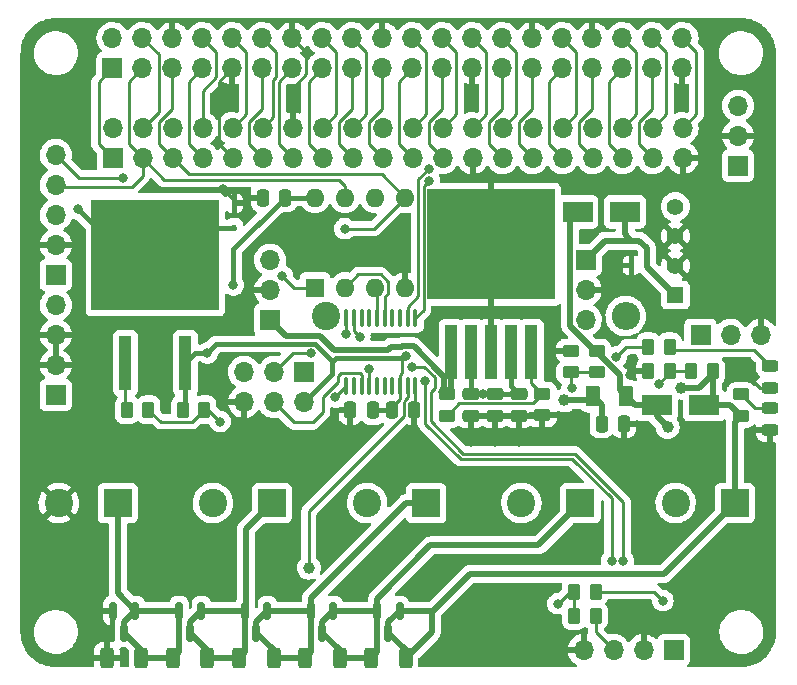
<source format=gtl>
G04 #@! TF.GenerationSoftware,KiCad,Pcbnew,(6.0.0-0)*
G04 #@! TF.CreationDate,2022-05-08T21:10:06-05:00*
G04 #@! TF.ProjectId,ras_pi_supercap_ups,7261735f-7069-45f7-9375-706572636170,rev?*
G04 #@! TF.SameCoordinates,Original*
G04 #@! TF.FileFunction,Copper,L1,Top*
G04 #@! TF.FilePolarity,Positive*
%FSLAX46Y46*%
G04 Gerber Fmt 4.6, Leading zero omitted, Abs format (unit mm)*
G04 Created by KiCad (PCBNEW (6.0.0-0)) date 2022-05-08 21:10:06*
%MOMM*%
%LPD*%
G01*
G04 APERTURE LIST*
G04 Aperture macros list*
%AMRoundRect*
0 Rectangle with rounded corners*
0 $1 Rounding radius*
0 $2 $3 $4 $5 $6 $7 $8 $9 X,Y pos of 4 corners*
0 Add a 4 corners polygon primitive as box body*
4,1,4,$2,$3,$4,$5,$6,$7,$8,$9,$2,$3,0*
0 Add four circle primitives for the rounded corners*
1,1,$1+$1,$2,$3*
1,1,$1+$1,$4,$5*
1,1,$1+$1,$6,$7*
1,1,$1+$1,$8,$9*
0 Add four rect primitives between the rounded corners*
20,1,$1+$1,$2,$3,$4,$5,0*
20,1,$1+$1,$4,$5,$6,$7,0*
20,1,$1+$1,$6,$7,$8,$9,0*
20,1,$1+$1,$8,$9,$2,$3,0*%
G04 Aperture macros list end*
G04 #@! TA.AperFunction,SMDPad,CuDef*
%ADD10RoundRect,0.100000X0.100000X-0.637500X0.100000X0.637500X-0.100000X0.637500X-0.100000X-0.637500X0*%
G04 #@! TD*
G04 #@! TA.AperFunction,ComponentPad*
%ADD11R,1.408000X1.408000*%
G04 #@! TD*
G04 #@! TA.AperFunction,ComponentPad*
%ADD12C,1.408000*%
G04 #@! TD*
G04 #@! TA.AperFunction,SMDPad,CuDef*
%ADD13R,1.100000X4.600000*%
G04 #@! TD*
G04 #@! TA.AperFunction,SMDPad,CuDef*
%ADD14R,10.800000X9.400000*%
G04 #@! TD*
G04 #@! TA.AperFunction,SMDPad,CuDef*
%ADD15R,0.450000X0.600000*%
G04 #@! TD*
G04 #@! TA.AperFunction,SMDPad,CuDef*
%ADD16RoundRect,0.150000X-0.150000X0.587500X-0.150000X-0.587500X0.150000X-0.587500X0.150000X0.587500X0*%
G04 #@! TD*
G04 #@! TA.AperFunction,SMDPad,CuDef*
%ADD17RoundRect,0.250000X0.312500X0.625000X-0.312500X0.625000X-0.312500X-0.625000X0.312500X-0.625000X0*%
G04 #@! TD*
G04 #@! TA.AperFunction,ComponentPad*
%ADD18R,2.400000X2.400000*%
G04 #@! TD*
G04 #@! TA.AperFunction,ComponentPad*
%ADD19C,2.400000*%
G04 #@! TD*
G04 #@! TA.AperFunction,ComponentPad*
%ADD20C,1.000000*%
G04 #@! TD*
G04 #@! TA.AperFunction,SMDPad,CuDef*
%ADD21RoundRect,0.250000X0.250000X0.475000X-0.250000X0.475000X-0.250000X-0.475000X0.250000X-0.475000X0*%
G04 #@! TD*
G04 #@! TA.AperFunction,SMDPad,CuDef*
%ADD22RoundRect,0.250000X-0.262500X-0.450000X0.262500X-0.450000X0.262500X0.450000X-0.262500X0.450000X0*%
G04 #@! TD*
G04 #@! TA.AperFunction,SMDPad,CuDef*
%ADD23RoundRect,0.250000X-0.250000X-0.475000X0.250000X-0.475000X0.250000X0.475000X-0.250000X0.475000X0*%
G04 #@! TD*
G04 #@! TA.AperFunction,ComponentPad*
%ADD24R,1.700000X1.700000*%
G04 #@! TD*
G04 #@! TA.AperFunction,ComponentPad*
%ADD25O,1.700000X1.700000*%
G04 #@! TD*
G04 #@! TA.AperFunction,SMDPad,CuDef*
%ADD26RoundRect,0.250000X-0.450000X0.262500X-0.450000X-0.262500X0.450000X-0.262500X0.450000X0.262500X0*%
G04 #@! TD*
G04 #@! TA.AperFunction,SMDPad,CuDef*
%ADD27R,2.500000X1.800000*%
G04 #@! TD*
G04 #@! TA.AperFunction,SMDPad,CuDef*
%ADD28RoundRect,0.243750X0.456250X-0.243750X0.456250X0.243750X-0.456250X0.243750X-0.456250X-0.243750X0*%
G04 #@! TD*
G04 #@! TA.AperFunction,SMDPad,CuDef*
%ADD29RoundRect,0.250000X0.262500X0.450000X-0.262500X0.450000X-0.262500X-0.450000X0.262500X-0.450000X0*%
G04 #@! TD*
G04 #@! TA.AperFunction,SMDPad,CuDef*
%ADD30RoundRect,0.250000X-0.475000X0.250000X-0.475000X-0.250000X0.475000X-0.250000X0.475000X0.250000X0*%
G04 #@! TD*
G04 #@! TA.AperFunction,SMDPad,CuDef*
%ADD31RoundRect,0.250000X0.450000X-0.262500X0.450000X0.262500X-0.450000X0.262500X-0.450000X-0.262500X0*%
G04 #@! TD*
G04 #@! TA.AperFunction,ComponentPad*
%ADD32R,1.600000X1.600000*%
G04 #@! TD*
G04 #@! TA.AperFunction,ComponentPad*
%ADD33O,1.600000X1.600000*%
G04 #@! TD*
G04 #@! TA.AperFunction,SMDPad,CuDef*
%ADD34RoundRect,0.250000X0.375000X0.625000X-0.375000X0.625000X-0.375000X-0.625000X0.375000X-0.625000X0*%
G04 #@! TD*
G04 #@! TA.AperFunction,ComponentPad*
%ADD35O,2.400000X2.400000*%
G04 #@! TD*
G04 #@! TA.AperFunction,ViaPad*
%ADD36C,1.000000*%
G04 #@! TD*
G04 #@! TA.AperFunction,ViaPad*
%ADD37C,0.800000*%
G04 #@! TD*
G04 #@! TA.AperFunction,Conductor*
%ADD38C,0.250000*%
G04 #@! TD*
G04 #@! TA.AperFunction,Conductor*
%ADD39C,0.500000*%
G04 #@! TD*
G04 #@! TA.AperFunction,Conductor*
%ADD40C,0.400000*%
G04 #@! TD*
G04 APERTURE END LIST*
D10*
X78101000Y-125947500D03*
X78751000Y-125947500D03*
X79401000Y-125947500D03*
X80051000Y-125947500D03*
X80701000Y-125947500D03*
X81351000Y-125947500D03*
X82001000Y-125947500D03*
X82651000Y-125947500D03*
X83301000Y-125947500D03*
X83951000Y-125947500D03*
X83951000Y-131672500D03*
X83301000Y-131672500D03*
X82651000Y-131672500D03*
X82001000Y-131672500D03*
X81351000Y-131672500D03*
X80701000Y-131672500D03*
X80051000Y-131672500D03*
X79401000Y-131672500D03*
X78751000Y-131672500D03*
X78101000Y-131672500D03*
D11*
X105960000Y-123990000D03*
D12*
X105960000Y-121490000D03*
X105960000Y-118990000D03*
X105960000Y-116490000D03*
D13*
X59390000Y-129735000D03*
D14*
X61930000Y-120585000D03*
D13*
X64470000Y-129735000D03*
D15*
X102230000Y-121470000D03*
X102230000Y-119370000D03*
D16*
X71420000Y-150700500D03*
X69520000Y-150700500D03*
X70470000Y-152575500D03*
D17*
X83112500Y-154740000D03*
X80187500Y-154740000D03*
D18*
X84863022Y-141590000D03*
D19*
X79863022Y-141590000D03*
D20*
X74930000Y-147066000D03*
D21*
X80350000Y-133730000D03*
X78450000Y-133730000D03*
D15*
X68610000Y-116200000D03*
X68610000Y-118300000D03*
D18*
X110980000Y-141590000D03*
D19*
X105980000Y-141590000D03*
D22*
X97385500Y-151130000D03*
X99210500Y-151130000D03*
D13*
X86970000Y-128835000D03*
X88670000Y-128835000D03*
X90370000Y-128835000D03*
D14*
X90370000Y-119685000D03*
D13*
X92070000Y-128835000D03*
X93770000Y-128835000D03*
D23*
X81930000Y-133730000D03*
X83830000Y-133730000D03*
D22*
X64257500Y-133690000D03*
X66082500Y-133690000D03*
D24*
X98368000Y-121000000D03*
D25*
X98368000Y-123540000D03*
X98368000Y-126080000D03*
D26*
X94700000Y-132337500D03*
X94700000Y-134162500D03*
D24*
X105805000Y-154040000D03*
D25*
X103265000Y-154040000D03*
X100725000Y-154040000D03*
X98185000Y-154040000D03*
D26*
X86580000Y-132387500D03*
X86580000Y-134212500D03*
D16*
X82600000Y-150700500D03*
X80700000Y-150700500D03*
X81650000Y-152575500D03*
D24*
X74520000Y-130500000D03*
D25*
X74520000Y-133040000D03*
X71980000Y-130500000D03*
X71980000Y-133040000D03*
X69440000Y-130500000D03*
X69440000Y-133040000D03*
D18*
X58746044Y-141590000D03*
D19*
X53746044Y-141590000D03*
D23*
X99710000Y-134870000D03*
X101610000Y-134870000D03*
D17*
X60752500Y-154740000D03*
X57827500Y-154740000D03*
D27*
X104390000Y-133270000D03*
X108390000Y-133270000D03*
D24*
X53501000Y-132440000D03*
D25*
X53501000Y-129900000D03*
X53501000Y-127360000D03*
X53501000Y-124820000D03*
D17*
X66342500Y-154740000D03*
X63417500Y-154740000D03*
D26*
X99290000Y-128697500D03*
X99290000Y-130522500D03*
D28*
X113970000Y-131837500D03*
X113970000Y-129962500D03*
D18*
X71804533Y-141590000D03*
D19*
X66804533Y-141590000D03*
D24*
X111252000Y-113030000D03*
D25*
X111252000Y-110490000D03*
X111252000Y-107950000D03*
D22*
X103647500Y-128360000D03*
X105472500Y-128360000D03*
D17*
X77522500Y-154740000D03*
X74597500Y-154740000D03*
D29*
X61342500Y-133690000D03*
X59517500Y-133690000D03*
D16*
X60240000Y-150700500D03*
X58340000Y-150700500D03*
X59290000Y-152575500D03*
D29*
X109112500Y-130450000D03*
X107287500Y-130450000D03*
D30*
X88620000Y-132330000D03*
X88620000Y-134230000D03*
D21*
X72920000Y-115730000D03*
X71020000Y-115730000D03*
D16*
X77010000Y-150700500D03*
X75110000Y-150700500D03*
X76060000Y-152575500D03*
D29*
X105502500Y-130450000D03*
X103677500Y-130450000D03*
D22*
X97385500Y-149098000D03*
X99210500Y-149098000D03*
D30*
X90670000Y-132320000D03*
X90670000Y-134220000D03*
D17*
X71932500Y-154740000D03*
X69007500Y-154740000D03*
D31*
X111510000Y-134212500D03*
X111510000Y-132387500D03*
D16*
X65830000Y-150700500D03*
X63930000Y-150700500D03*
X64880000Y-152575500D03*
D28*
X113970000Y-135427500D03*
X113970000Y-133552500D03*
D32*
X75450000Y-123350000D03*
D33*
X77990000Y-123350000D03*
X80530000Y-123350000D03*
X83070000Y-123350000D03*
X83070000Y-115730000D03*
X80530000Y-115730000D03*
X77990000Y-115730000D03*
X75450000Y-115730000D03*
D24*
X53501000Y-122280000D03*
D25*
X53501000Y-119740000D03*
X53501000Y-117200000D03*
X53501000Y-114660000D03*
X53501000Y-112120000D03*
D31*
X97080000Y-130522500D03*
X97080000Y-128697500D03*
D30*
X92690000Y-132330000D03*
X92690000Y-134230000D03*
D34*
X101780000Y-132550000D03*
X98980000Y-132550000D03*
D24*
X71645000Y-126075000D03*
D25*
X71645000Y-123535000D03*
X71645000Y-120995000D03*
D24*
X108085000Y-127340000D03*
D25*
X110625000Y-127340000D03*
X113165000Y-127340000D03*
D27*
X97680000Y-116940000D03*
X101680000Y-116940000D03*
D18*
X97921511Y-141590000D03*
D19*
X92921511Y-141590000D03*
D24*
X58300000Y-104770000D03*
D25*
X58300000Y-102230000D03*
X60840000Y-104770000D03*
X60840000Y-102230000D03*
X63380000Y-104770000D03*
X63380000Y-102230000D03*
X65920000Y-104770000D03*
X65920000Y-102230000D03*
X68460000Y-104770000D03*
X68460000Y-102230000D03*
X71000000Y-104770000D03*
X71000000Y-102230000D03*
X73540000Y-104770000D03*
X73540000Y-102230000D03*
X76080000Y-104770000D03*
X76080000Y-102230000D03*
X78620000Y-104770000D03*
X78620000Y-102230000D03*
X81160000Y-104770000D03*
X81160000Y-102230000D03*
X83700000Y-104770000D03*
X83700000Y-102230000D03*
X86240000Y-104770000D03*
X86240000Y-102230000D03*
X88780000Y-104770000D03*
X88780000Y-102230000D03*
X91320000Y-104770000D03*
X91320000Y-102230000D03*
X93860000Y-104770000D03*
X93860000Y-102230000D03*
X96400000Y-104770000D03*
X96400000Y-102230000D03*
X98940000Y-104770000D03*
X98940000Y-102230000D03*
X101480000Y-104770000D03*
X101480000Y-102230000D03*
X104020000Y-104770000D03*
X104020000Y-102230000D03*
X106560000Y-104770000D03*
X106560000Y-102230000D03*
D19*
X76350000Y-125760000D03*
D35*
X101750000Y-125760000D03*
D24*
X58310000Y-112390000D03*
D25*
X58310000Y-109850000D03*
X60850000Y-112390000D03*
X60850000Y-109850000D03*
X63390000Y-112390000D03*
X63390000Y-109850000D03*
X65930000Y-112390000D03*
X65930000Y-109850000D03*
X68470000Y-112390000D03*
X68470000Y-109850000D03*
X71010000Y-112390000D03*
X71010000Y-109850000D03*
X73550000Y-112390000D03*
X73550000Y-109850000D03*
X76090000Y-112390000D03*
X76090000Y-109850000D03*
X78630000Y-112390000D03*
X78630000Y-109850000D03*
X81170000Y-112390000D03*
X81170000Y-109850000D03*
X83710000Y-112390000D03*
X83710000Y-109850000D03*
X86250000Y-112390000D03*
X86250000Y-109850000D03*
X88790000Y-112390000D03*
X88790000Y-109850000D03*
X91330000Y-112390000D03*
X91330000Y-109850000D03*
X93870000Y-112390000D03*
X93870000Y-109850000D03*
X96410000Y-112390000D03*
X96410000Y-109850000D03*
X98950000Y-112390000D03*
X98950000Y-109850000D03*
X101490000Y-112390000D03*
X101490000Y-109850000D03*
X104030000Y-112390000D03*
X104030000Y-109850000D03*
X106570000Y-112390000D03*
X106570000Y-109850000D03*
D36*
X105300000Y-135170000D03*
D37*
X94488000Y-154940000D03*
X67680000Y-115030000D03*
X92710000Y-136398000D03*
X104140000Y-144272000D03*
X111640000Y-130360000D03*
X102616000Y-151130000D03*
X111760000Y-145288000D03*
X108204000Y-151384000D03*
X101600000Y-136652000D03*
X90678000Y-136398000D03*
X113792000Y-110236000D03*
X112776000Y-138430000D03*
X88646000Y-136398000D03*
X84582000Y-149098000D03*
X109220000Y-116078000D03*
X83820000Y-135890000D03*
X108966000Y-101092000D03*
X102080000Y-130760000D03*
X104394000Y-138430000D03*
X109220000Y-106426000D03*
X98552000Y-145288000D03*
X78232000Y-135890000D03*
X55370000Y-116710000D03*
X75110000Y-128930000D03*
X79982712Y-130283310D03*
X59182000Y-114046000D03*
X77970000Y-118359500D03*
X96012000Y-150114000D03*
X100930000Y-129230000D03*
X83174627Y-129172927D03*
X68530000Y-123130000D03*
X66330000Y-128880000D03*
X72655989Y-122330000D03*
X97200000Y-131890000D03*
X77180000Y-132630000D03*
X67410000Y-134690000D03*
X104545980Y-131495349D03*
D36*
X106426000Y-131826000D03*
X86354500Y-132229515D03*
X96540000Y-132910000D03*
D37*
X101560000Y-146480000D03*
X83673381Y-130039096D03*
X104902000Y-149860000D03*
X79248000Y-127508000D03*
X100560578Y-146467349D03*
X78072946Y-127266232D03*
X84790000Y-131300000D03*
X85094299Y-114304299D03*
X85090000Y-113284000D03*
X89666000Y-132330000D03*
D38*
X83174627Y-129172927D02*
X82770000Y-129577554D01*
X82770000Y-130620000D02*
X82630000Y-130760000D01*
X82770000Y-129577554D02*
X82770000Y-130620000D01*
X82630000Y-130760000D02*
X82630000Y-132756803D01*
X82630000Y-132756803D02*
X82022000Y-133364803D01*
X82022000Y-133364803D02*
X82022000Y-133638000D01*
X83301000Y-132629000D02*
X83301000Y-131672500D01*
X83079511Y-132942996D02*
X83079511Y-132850489D01*
X83005480Y-133017027D02*
X83079511Y-132942996D01*
X83005480Y-134192013D02*
X83005480Y-133017027D01*
X74930000Y-147066000D02*
X74930000Y-142267493D01*
X83079511Y-132850489D02*
X83301000Y-132629000D01*
X74930000Y-142267493D02*
X83005480Y-134192013D01*
X83951000Y-131672500D02*
X83951000Y-133609000D01*
X83951000Y-133609000D02*
X83830000Y-133730000D01*
X84692577Y-130039096D02*
X83673381Y-130039096D01*
X85590000Y-130936519D02*
X84692577Y-130039096D01*
X85239511Y-134673807D02*
X85239511Y-132178468D01*
X87975704Y-137410000D02*
X85239511Y-134673807D01*
X97440000Y-137410000D02*
X87975704Y-137410000D01*
X101560000Y-141530000D02*
X97440000Y-137410000D01*
X85590000Y-131827979D02*
X85590000Y-130936519D01*
X101560000Y-146480000D02*
X101560000Y-141530000D01*
X100560578Y-146467349D02*
X100560578Y-141180045D01*
X85239511Y-132178468D02*
X85590000Y-131827979D01*
X100560578Y-141180045D02*
X97240044Y-137859511D01*
X97240044Y-137859511D02*
X87789510Y-137859510D01*
X87789510Y-137859510D02*
X84790000Y-134860000D01*
X84790000Y-134860000D02*
X84790000Y-131300000D01*
D39*
X71645000Y-126075000D02*
X72979511Y-127409511D01*
X86512485Y-132387500D02*
X86354500Y-132229515D01*
X72979511Y-127409511D02*
X75873552Y-127409511D01*
X77075542Y-128611501D02*
X81631876Y-128611501D01*
X86580000Y-132387500D02*
X86512485Y-132387500D01*
X81898389Y-128344988D02*
X82801189Y-128344988D01*
X82822751Y-128323426D02*
X83795907Y-128323426D01*
X85984511Y-130518536D02*
X86354500Y-130888525D01*
X85984511Y-130512030D02*
X85984511Y-130518536D01*
X86354500Y-130888525D02*
X86354500Y-132229515D01*
X83795907Y-128323426D02*
X85984511Y-130512030D01*
X82801189Y-128344988D02*
X82822751Y-128323426D01*
X81631876Y-128611501D02*
X81898389Y-128344988D01*
X75873552Y-127409511D02*
X77075542Y-128611501D01*
D38*
X80051000Y-131672500D02*
X80051000Y-130351598D01*
X80051000Y-130351598D02*
X79982712Y-130283310D01*
X79401000Y-130748994D02*
X79262486Y-130610480D01*
X77629514Y-130610480D02*
X77380000Y-130859994D01*
X77380000Y-130859994D02*
X77380000Y-131340000D01*
X79401000Y-131672500D02*
X79401000Y-130748994D01*
X79262486Y-130610480D02*
X77629514Y-130610480D01*
X77380000Y-131340000D02*
X76090000Y-132630000D01*
X73690000Y-134750000D02*
X71980000Y-133040000D01*
X76090000Y-132630000D02*
X76090000Y-133910000D01*
X76090000Y-133910000D02*
X75250000Y-134750000D01*
X75250000Y-134750000D02*
X73690000Y-134750000D01*
X77180000Y-132630000D02*
X77180000Y-132593500D01*
X77180000Y-132593500D02*
X78101000Y-131672500D01*
X78101000Y-127238178D02*
X78072946Y-127266232D01*
X78101000Y-125947500D02*
X78101000Y-127238178D01*
X78751000Y-125947500D02*
X78751000Y-127011000D01*
X78751000Y-127011000D02*
X79248000Y-127508000D01*
X80701000Y-125947500D02*
X80701000Y-123521000D01*
X80701000Y-123521000D02*
X80530000Y-123350000D01*
X81351000Y-125947500D02*
X81351000Y-124119300D01*
X81351000Y-124119300D02*
X81654511Y-123815789D01*
X81654511Y-123815789D02*
X81654511Y-122884211D01*
X80995789Y-122225489D02*
X79114511Y-122225489D01*
X81654511Y-122884211D02*
X80995789Y-122225489D01*
X79114511Y-122225489D02*
X77990000Y-123350000D01*
X83301000Y-125947500D02*
X83301000Y-124979000D01*
X83301000Y-124979000D02*
X84194511Y-124085489D01*
X84194511Y-124085489D02*
X84194511Y-114179489D01*
X84194511Y-114179489D02*
X85090000Y-113284000D01*
X83951000Y-125947500D02*
X84644021Y-125254479D01*
X84644021Y-125254479D02*
X84644021Y-114754577D01*
X84644021Y-114754577D02*
X85094299Y-114304299D01*
D39*
X99290000Y-128811377D02*
X101230499Y-130751876D01*
X104390000Y-133270000D02*
X102500000Y-133270000D01*
X104390000Y-133270000D02*
X104390000Y-134260000D01*
X101230499Y-130751876D02*
X101230499Y-132000499D01*
X104390000Y-134260000D02*
X105300000Y-135170000D01*
X97068489Y-126618276D02*
X99147713Y-128697500D01*
X101230499Y-132000499D02*
X101780000Y-132550000D01*
X102500000Y-133270000D02*
X101780000Y-132550000D01*
X97068489Y-117551511D02*
X97068489Y-126618276D01*
X105960000Y-123990000D02*
X103550000Y-121580000D01*
X99998000Y-119370000D02*
X98368000Y-121000000D01*
X101680000Y-118820000D02*
X102230000Y-119370000D01*
X103550000Y-121580000D02*
X103550000Y-120010000D01*
X102230000Y-119370000D02*
X99998000Y-119370000D01*
X103550000Y-120010000D02*
X102910000Y-119370000D01*
X102910000Y-119370000D02*
X102230000Y-119370000D01*
X101680000Y-116940000D02*
X101680000Y-118820000D01*
D38*
X73550000Y-106421010D02*
X74714511Y-105256499D01*
X74714511Y-103404511D02*
X73540000Y-102230000D01*
X67295489Y-105934511D02*
X68460000Y-104770000D01*
X67295489Y-111215489D02*
X67295489Y-105934511D01*
X68610000Y-116200000D02*
X68610000Y-115960000D01*
X113117500Y-131837500D02*
X111640000Y-130360000D01*
X74714511Y-105256499D02*
X74714511Y-103404511D01*
X73550000Y-109850000D02*
X73550000Y-106421010D01*
X68470000Y-112390000D02*
X67295489Y-111215489D01*
X113970000Y-131837500D02*
X113117500Y-131837500D01*
X68610000Y-115960000D02*
X67680000Y-115030000D01*
D40*
X64215000Y-118300000D02*
X68610000Y-118300000D01*
D38*
X62205489Y-108494511D02*
X60850000Y-109850000D01*
X60840000Y-102230000D02*
X62205489Y-103595489D01*
D40*
X59245000Y-120585000D02*
X55370000Y-116710000D01*
D38*
X62205489Y-103595489D02*
X62205489Y-108494511D01*
X62670000Y-114210000D02*
X77440000Y-114210000D01*
X60850000Y-113902000D02*
X59944000Y-114808000D01*
X73550000Y-128930000D02*
X71980000Y-130500000D01*
X77990000Y-114760000D02*
X77990000Y-115730000D01*
X75110000Y-128930000D02*
X73550000Y-128930000D01*
X60850000Y-112390000D02*
X62670000Y-114210000D01*
X59944000Y-114808000D02*
X53649000Y-114808000D01*
X59675489Y-111215489D02*
X60850000Y-112390000D01*
X60840000Y-104770000D02*
X59675489Y-105934511D01*
X53649000Y-114808000D02*
X53501000Y-114660000D01*
X60850000Y-112390000D02*
X60850000Y-113902000D01*
X77440000Y-114210000D02*
X77990000Y-114760000D01*
X59675489Y-105934511D02*
X59675489Y-111215489D01*
X55427000Y-114046000D02*
X59182000Y-114046000D01*
X80440500Y-118359500D02*
X77970000Y-118359500D01*
X62215489Y-111215489D02*
X63390000Y-112390000D01*
X63390000Y-112390000D02*
X64760489Y-113760489D01*
X63380000Y-104770000D02*
X63380000Y-108198990D01*
X83070000Y-115730000D02*
X80440500Y-118359500D01*
X62215489Y-109363501D02*
X62215489Y-111215489D01*
X63380000Y-108198990D02*
X62215489Y-109363501D01*
X64760489Y-113760489D02*
X81100489Y-113760489D01*
X53501000Y-112120000D02*
X55427000Y-114046000D01*
X81100489Y-113760489D02*
X83070000Y-115730000D01*
X59390000Y-133562500D02*
X59390000Y-129735000D01*
D40*
X76890000Y-129650000D02*
X76890000Y-130670000D01*
X64470000Y-133477500D02*
X64470000Y-129735000D01*
X76890000Y-130670000D02*
X74520000Y-133040000D01*
X76890000Y-129579334D02*
X75441165Y-128130499D01*
X77191789Y-129348211D02*
X82999343Y-129348211D01*
X72920000Y-115730000D02*
X75450000Y-115730000D01*
D38*
X101800000Y-128360000D02*
X100930000Y-129230000D01*
D40*
X80350000Y-133730000D02*
X81930000Y-133730000D01*
X67079501Y-128130499D02*
X66330000Y-128880000D01*
X66330000Y-128880000D02*
X65325000Y-128880000D01*
X76890000Y-129650000D02*
X76890000Y-129579334D01*
D38*
X97385500Y-149098000D02*
X97028000Y-149098000D01*
X97028000Y-149098000D02*
X96012000Y-150114000D01*
X103647500Y-128360000D02*
X101800000Y-128360000D01*
D40*
X76890000Y-129650000D02*
X77191789Y-129348211D01*
X72920000Y-115730000D02*
X68530000Y-120120000D01*
X65325000Y-128880000D02*
X64470000Y-129735000D01*
X68530000Y-120120000D02*
X68530000Y-123130000D01*
X82999343Y-129348211D02*
X83174627Y-129172927D01*
X75441165Y-128130499D02*
X67079501Y-128130499D01*
D38*
X97385500Y-149098000D02*
X97385500Y-151130000D01*
X73675989Y-123350000D02*
X72655989Y-122330000D01*
X75450000Y-123350000D02*
X73675989Y-123350000D01*
X99290000Y-130522500D02*
X97080000Y-130522500D01*
X97080000Y-131770000D02*
X97200000Y-131890000D01*
X97080000Y-130522500D02*
X97080000Y-131770000D01*
X62367020Y-134714520D02*
X65057980Y-134714520D01*
X65057980Y-134714520D02*
X66082500Y-133690000D01*
X66410000Y-133690000D02*
X67410000Y-134690000D01*
X61342500Y-133690000D02*
X62367020Y-134714520D01*
X105502500Y-130538829D02*
X104545980Y-131495349D01*
X107287500Y-130450000D02*
X105502500Y-130450000D01*
D39*
X75110000Y-149643022D02*
X75110000Y-150700500D01*
X84863022Y-141590000D02*
X83163022Y-141590000D01*
X70470000Y-151650500D02*
X71420000Y-150700500D01*
X71932500Y-154740000D02*
X74597500Y-154740000D01*
X71420000Y-150700500D02*
X75110000Y-150700500D01*
X83163022Y-141590000D02*
X75110000Y-149643022D01*
X75110000Y-154227500D02*
X74597500Y-154740000D01*
X70470000Y-152575500D02*
X70470000Y-151650500D01*
X75110000Y-150700500D02*
X75110000Y-154227500D01*
X71932500Y-154038000D02*
X70470000Y-152575500D01*
X71932500Y-154740000D02*
X71932500Y-154038000D01*
X104990000Y-147580000D02*
X88570000Y-147580000D01*
X107966824Y-131826000D02*
X106426000Y-131826000D01*
X110980000Y-141590000D02*
X104990000Y-147580000D01*
X109112500Y-132547500D02*
X108390000Y-133270000D01*
X108390000Y-133270000D02*
X110567500Y-133270000D01*
X109112500Y-130232500D02*
X109112500Y-130680324D01*
X85330000Y-152522500D02*
X83112500Y-154740000D01*
X81650000Y-151650500D02*
X82600000Y-150700500D01*
X81650000Y-152575500D02*
X81650000Y-151650500D01*
X82600000Y-150700500D02*
X85449500Y-150700500D01*
X109112500Y-130450000D02*
X109112500Y-132547500D01*
X110980000Y-141590000D02*
X110980000Y-134742500D01*
X83112500Y-154740000D02*
X83112500Y-154038000D01*
X85449500Y-150700500D02*
X85817000Y-150333000D01*
X109112500Y-130680324D02*
X107966824Y-131826000D01*
X85330000Y-150820000D02*
X85330000Y-152522500D01*
X88570000Y-147580000D02*
X85817000Y-150333000D01*
X83112500Y-154038000D02*
X81650000Y-152575500D01*
X85817000Y-150333000D02*
X85330000Y-150820000D01*
X110980000Y-134742500D02*
X111510000Y-134212500D01*
X110567500Y-133270000D02*
X111510000Y-134212500D01*
X77522500Y-154740000D02*
X77522500Y-154038000D01*
X77522500Y-154038000D02*
X76060000Y-152575500D01*
X94331511Y-145180000D02*
X85220000Y-145180000D01*
X80700000Y-154227500D02*
X80187500Y-154740000D01*
X97921511Y-141590000D02*
X94331511Y-145180000D01*
X77522500Y-154740000D02*
X80187500Y-154740000D01*
X77010000Y-150700500D02*
X80700000Y-150700500D01*
X80700000Y-150700500D02*
X80700000Y-154227500D01*
X76060000Y-152575500D02*
X76060000Y-151650500D01*
X80700000Y-149700000D02*
X80700000Y-150700500D01*
X85220000Y-145180000D02*
X80700000Y-149700000D01*
X76060000Y-151650500D02*
X77010000Y-150700500D01*
X66342500Y-154038000D02*
X64880000Y-152575500D01*
X66342500Y-154740000D02*
X66342500Y-154038000D01*
X65830000Y-150700500D02*
X69520000Y-150700500D01*
X71804533Y-141590000D02*
X69596000Y-143798533D01*
X64880000Y-151650500D02*
X65830000Y-150700500D01*
X69596000Y-143798533D02*
X69596000Y-150624500D01*
X69596000Y-150624500D02*
X69520000Y-150700500D01*
X64880000Y-152575500D02*
X64880000Y-151650500D01*
X69520000Y-154227500D02*
X69007500Y-154740000D01*
X69520000Y-150700500D02*
X69520000Y-154227500D01*
X66342500Y-154740000D02*
X69007500Y-154740000D01*
X60240000Y-150700500D02*
X58746044Y-149206544D01*
X63930000Y-150700500D02*
X63930000Y-154227500D01*
X63930000Y-154227500D02*
X63417500Y-154740000D01*
X58746044Y-149206544D02*
X58746044Y-141590000D01*
X59290000Y-152575500D02*
X59290000Y-151650500D01*
X59290000Y-151650500D02*
X60240000Y-150700500D01*
X60240000Y-150700500D02*
X63930000Y-150700500D01*
X63417500Y-154740000D02*
X60752500Y-154740000D01*
X60752500Y-154740000D02*
X60752500Y-154038000D01*
X60752500Y-154038000D02*
X59290000Y-152575500D01*
X99710000Y-134870000D02*
X99710000Y-133280000D01*
X86970000Y-128835000D02*
X86970000Y-131997500D01*
X99710000Y-133280000D02*
X98980000Y-132550000D01*
X86970000Y-131997500D02*
X86580000Y-132387500D01*
X98620000Y-132910000D02*
X96540000Y-132910000D01*
D38*
X113970000Y-133552500D02*
X112675000Y-133552500D01*
X112675000Y-133552500D02*
X111510000Y-132387500D01*
X93770000Y-128835000D02*
X93770000Y-131407500D01*
X86580000Y-134212500D02*
X87637980Y-133154520D01*
X93770000Y-131407500D02*
X94700000Y-132337500D01*
X87637980Y-133154520D02*
X93882980Y-133154520D01*
X93882980Y-133154520D02*
X94700000Y-132337500D01*
X99210500Y-149098000D02*
X104140000Y-149098000D01*
X104140000Y-149098000D02*
X104902000Y-149860000D01*
X99210500Y-151130000D02*
X99210500Y-152525500D01*
X99210500Y-152525500D02*
X100725000Y-154040000D01*
X77455489Y-109363501D02*
X77455489Y-111215489D01*
X57135489Y-111215489D02*
X58310000Y-112390000D01*
X57135489Y-105934511D02*
X57135489Y-111215489D01*
X77455489Y-111215489D02*
X78630000Y-112390000D01*
X78620000Y-108198990D02*
X77455489Y-109363501D01*
X78620000Y-104770000D02*
X78620000Y-108198990D01*
X58300000Y-104770000D02*
X57135489Y-105934511D01*
X64755489Y-105934511D02*
X64755489Y-111215489D01*
X64755489Y-111215489D02*
X65930000Y-112390000D01*
X65920000Y-104770000D02*
X64755489Y-105934511D01*
X67094511Y-105499785D02*
X65930000Y-106664296D01*
X65920000Y-102230000D02*
X67094511Y-103404511D01*
X65930000Y-106664296D02*
X65930000Y-109850000D01*
X67094511Y-103404511D02*
X67094511Y-105499785D01*
X69634511Y-103404511D02*
X69634511Y-108685489D01*
X69634511Y-108685489D02*
X68470000Y-109850000D01*
X68460000Y-102230000D02*
X69634511Y-103404511D01*
X71000000Y-108198990D02*
X69835489Y-109363501D01*
X69835489Y-111215489D02*
X71010000Y-112390000D01*
X71000000Y-104770000D02*
X71000000Y-108198990D01*
X69835489Y-109363501D02*
X69835489Y-111215489D01*
X71000000Y-102230000D02*
X72174511Y-103404511D01*
X72174511Y-103404511D02*
X72174511Y-105499785D01*
X72174511Y-105499785D02*
X71925978Y-105748318D01*
X71925978Y-105748318D02*
X71925978Y-108934022D01*
X71925978Y-108934022D02*
X71010000Y-109850000D01*
X72375489Y-105934511D02*
X72375489Y-111215489D01*
X72375489Y-111215489D02*
X73550000Y-112390000D01*
X73540000Y-104770000D02*
X72375489Y-105934511D01*
X76080000Y-104770000D02*
X74915489Y-105934511D01*
X74915489Y-105934511D02*
X74915489Y-111215489D01*
X74915489Y-111215489D02*
X76090000Y-112390000D01*
X76080000Y-102230000D02*
X77254511Y-103404511D01*
X77254511Y-108685489D02*
X76090000Y-109850000D01*
X77254511Y-103404511D02*
X77254511Y-108685489D01*
X78620000Y-102230000D02*
X79794511Y-103404511D01*
X79794511Y-108685489D02*
X78630000Y-109850000D01*
X79794511Y-103404511D02*
X79794511Y-108685489D01*
X81160000Y-108198990D02*
X79995489Y-109363501D01*
X81160000Y-104770000D02*
X81160000Y-108198990D01*
X79995489Y-109363501D02*
X79995489Y-111215489D01*
X79995489Y-111215489D02*
X81170000Y-112390000D01*
X82535489Y-105934511D02*
X82535489Y-111215489D01*
X82535489Y-111215489D02*
X83710000Y-112390000D01*
X83700000Y-104770000D02*
X82535489Y-105934511D01*
X84874511Y-108685489D02*
X83710000Y-109850000D01*
X83700000Y-102230000D02*
X84874511Y-103404511D01*
X84874511Y-103404511D02*
X84874511Y-108685489D01*
X86240000Y-108198990D02*
X85075489Y-109363501D01*
X85075489Y-109363501D02*
X85075489Y-111215489D01*
X86240000Y-104770000D02*
X86240000Y-108198990D01*
X85075489Y-111215489D02*
X86250000Y-112390000D01*
X86240000Y-102230000D02*
X87414511Y-103404511D01*
X87414511Y-108685489D02*
X86250000Y-109850000D01*
X87414511Y-103404511D02*
X87414511Y-108685489D01*
X89954511Y-108685489D02*
X88790000Y-109850000D01*
X89954511Y-103404511D02*
X89954511Y-108685489D01*
X88780000Y-102230000D02*
X89954511Y-103404511D01*
X90155489Y-111215489D02*
X91330000Y-112390000D01*
X91320000Y-104770000D02*
X91320000Y-108198990D01*
X90155489Y-109363501D02*
X90155489Y-111215489D01*
X91320000Y-108198990D02*
X90155489Y-109363501D01*
X92494511Y-108685489D02*
X91330000Y-109850000D01*
X92494511Y-103404511D02*
X92494511Y-108685489D01*
X91320000Y-102230000D02*
X92494511Y-103404511D01*
X92695489Y-109363501D02*
X92695489Y-111215489D01*
X92695489Y-111215489D02*
X93870000Y-112390000D01*
X93860000Y-108198990D02*
X92695489Y-109363501D01*
X93860000Y-104770000D02*
X93860000Y-108198990D01*
X96400000Y-104770000D02*
X95235489Y-105934511D01*
X95235489Y-105934511D02*
X95235489Y-111215489D01*
X95235489Y-111215489D02*
X96410000Y-112390000D01*
X96400000Y-102230000D02*
X97574511Y-103404511D01*
X97574511Y-103404511D02*
X97574511Y-108685489D01*
X97574511Y-108685489D02*
X96410000Y-109850000D01*
X97775489Y-111215489D02*
X98950000Y-112390000D01*
X97775489Y-109363501D02*
X97775489Y-111215489D01*
X98940000Y-108198990D02*
X97775489Y-109363501D01*
X98940000Y-104770000D02*
X98940000Y-108198990D01*
X101480000Y-104770000D02*
X100315489Y-105934511D01*
X100315489Y-105934511D02*
X100315489Y-111215489D01*
X100315489Y-111215489D02*
X101490000Y-112390000D01*
X101480000Y-102230000D02*
X102654511Y-103404511D01*
X102654511Y-108685489D02*
X101490000Y-109850000D01*
X102654511Y-103404511D02*
X102654511Y-108685489D01*
X102855489Y-109363501D02*
X102855489Y-111215489D01*
X104020000Y-104770000D02*
X104020000Y-108198990D01*
X102855489Y-111215489D02*
X104030000Y-112390000D01*
X104020000Y-108198990D02*
X102855489Y-109363501D01*
X104020000Y-102230000D02*
X105194511Y-103404511D01*
X105194511Y-108685489D02*
X104030000Y-109850000D01*
X105194511Y-103404511D02*
X105194511Y-108685489D01*
X107734511Y-108685489D02*
X106570000Y-109850000D01*
X107734511Y-103404511D02*
X107734511Y-108685489D01*
X106560000Y-102230000D02*
X107734511Y-103404511D01*
D40*
X92070000Y-131710000D02*
X92690000Y-132330000D01*
X92690000Y-132330000D02*
X89666000Y-132330000D01*
X89666000Y-132330000D02*
X88620000Y-132330000D01*
X88670000Y-128835000D02*
X88670000Y-132280000D01*
X92070000Y-128835000D02*
X92070000Y-131710000D01*
D38*
X112622999Y-128615499D02*
X105727999Y-128615499D01*
X113970000Y-129962500D02*
X112622999Y-128615499D01*
G04 #@! TA.AperFunction,Conductor*
G36*
X111470057Y-100509500D02*
G01*
X111484858Y-100511805D01*
X111484861Y-100511805D01*
X111493730Y-100513186D01*
X111502631Y-100512022D01*
X111502635Y-100512022D01*
X111512411Y-100510743D01*
X111535343Y-100509852D01*
X111806149Y-100524044D01*
X111819265Y-100525422D01*
X112115550Y-100572349D01*
X112128450Y-100575091D01*
X112418205Y-100652731D01*
X112430742Y-100656805D01*
X112678762Y-100752011D01*
X112710787Y-100764304D01*
X112722835Y-100769668D01*
X112990117Y-100905855D01*
X113001538Y-100912449D01*
X113253121Y-101075828D01*
X113263791Y-101083581D01*
X113496908Y-101272355D01*
X113506709Y-101281180D01*
X113718820Y-101493291D01*
X113727645Y-101503092D01*
X113916419Y-101736209D01*
X113924172Y-101746879D01*
X114087551Y-101998462D01*
X114094145Y-102009883D01*
X114230332Y-102277165D01*
X114235696Y-102289213D01*
X114322472Y-102515270D01*
X114343193Y-102569251D01*
X114347269Y-102581795D01*
X114424909Y-102871550D01*
X114427651Y-102884450D01*
X114463263Y-103109292D01*
X114474578Y-103180735D01*
X114475956Y-103193851D01*
X114489546Y-103453167D01*
X114489764Y-103457330D01*
X114488436Y-103483312D01*
X114488195Y-103484856D01*
X114488195Y-103484860D01*
X114486814Y-103493730D01*
X114487978Y-103502632D01*
X114487978Y-103502635D01*
X114490936Y-103525251D01*
X114492000Y-103541589D01*
X114492000Y-126464243D01*
X114471998Y-126532364D01*
X114418342Y-126578857D01*
X114348068Y-126588961D01*
X114283488Y-126559467D01*
X114260208Y-126532683D01*
X114247427Y-126512926D01*
X114241136Y-126504757D01*
X114097806Y-126347240D01*
X114090273Y-126340215D01*
X113923139Y-126208222D01*
X113914552Y-126202517D01*
X113728117Y-126099599D01*
X113718705Y-126095369D01*
X113517959Y-126024280D01*
X113507988Y-126021646D01*
X113436837Y-126008972D01*
X113423540Y-126010432D01*
X113419000Y-126024989D01*
X113419000Y-127468000D01*
X113398998Y-127536121D01*
X113345342Y-127582614D01*
X113293000Y-127594000D01*
X113037000Y-127594000D01*
X112968879Y-127573998D01*
X112922386Y-127520342D01*
X112911000Y-127468000D01*
X112911000Y-126023102D01*
X112907082Y-126009758D01*
X112892806Y-126007771D01*
X112854324Y-126013660D01*
X112844288Y-126016051D01*
X112641868Y-126082212D01*
X112632359Y-126086209D01*
X112443463Y-126184542D01*
X112434738Y-126190036D01*
X112264433Y-126317905D01*
X112256726Y-126324748D01*
X112109590Y-126478717D01*
X112103109Y-126486722D01*
X111998498Y-126640074D01*
X111943587Y-126685076D01*
X111873062Y-126693247D01*
X111809315Y-126661993D01*
X111788618Y-126637509D01*
X111707822Y-126512617D01*
X111707820Y-126512614D01*
X111705014Y-126508277D01*
X111554670Y-126343051D01*
X111550619Y-126339852D01*
X111550615Y-126339848D01*
X111383414Y-126207800D01*
X111383410Y-126207798D01*
X111379359Y-126204598D01*
X111347651Y-126187094D01*
X111310087Y-126166358D01*
X111183789Y-126096638D01*
X111178920Y-126094914D01*
X111178916Y-126094912D01*
X110978087Y-126023795D01*
X110978083Y-126023794D01*
X110973212Y-126022069D01*
X110968119Y-126021162D01*
X110968116Y-126021161D01*
X110758373Y-125983800D01*
X110758367Y-125983799D01*
X110753284Y-125982894D01*
X110679452Y-125981992D01*
X110535081Y-125980228D01*
X110535079Y-125980228D01*
X110529911Y-125980165D01*
X110309091Y-126013955D01*
X110096756Y-126083357D01*
X109898607Y-126186507D01*
X109894474Y-126189610D01*
X109894471Y-126189612D01*
X109724100Y-126317530D01*
X109719965Y-126320635D01*
X109663537Y-126379684D01*
X109639283Y-126405064D01*
X109577759Y-126440494D01*
X109506846Y-126437037D01*
X109449060Y-126395791D01*
X109430207Y-126362243D01*
X109388767Y-126251703D01*
X109385615Y-126243295D01*
X109298261Y-126126739D01*
X109181705Y-126039385D01*
X109045316Y-125988255D01*
X108983134Y-125981500D01*
X107186866Y-125981500D01*
X107124684Y-125988255D01*
X106988295Y-126039385D01*
X106871739Y-126126739D01*
X106784385Y-126243295D01*
X106733255Y-126379684D01*
X106726500Y-126441866D01*
X106726500Y-127709312D01*
X106706498Y-127777433D01*
X106652842Y-127823926D01*
X106582568Y-127834030D01*
X106517988Y-127804536D01*
X106480976Y-127749188D01*
X106428868Y-127593002D01*
X106426550Y-127586054D01*
X106333478Y-127435652D01*
X106208303Y-127310695D01*
X106202072Y-127306854D01*
X106063968Y-127221725D01*
X106063966Y-127221724D01*
X106057738Y-127217885D01*
X105946861Y-127181109D01*
X105896389Y-127164368D01*
X105896387Y-127164368D01*
X105889861Y-127162203D01*
X105883025Y-127161503D01*
X105883022Y-127161502D01*
X105839969Y-127157091D01*
X105785400Y-127151500D01*
X105159600Y-127151500D01*
X105156354Y-127151837D01*
X105156350Y-127151837D01*
X105060692Y-127161762D01*
X105060688Y-127161763D01*
X105053834Y-127162474D01*
X105047298Y-127164655D01*
X105047296Y-127164655D01*
X104945078Y-127198758D01*
X104886054Y-127218450D01*
X104735652Y-127311522D01*
X104730479Y-127316704D01*
X104649216Y-127398109D01*
X104586934Y-127432188D01*
X104516114Y-127427185D01*
X104471025Y-127398264D01*
X104388483Y-127315866D01*
X104383303Y-127310695D01*
X104377072Y-127306854D01*
X104238968Y-127221725D01*
X104238966Y-127221724D01*
X104232738Y-127217885D01*
X104121861Y-127181109D01*
X104071389Y-127164368D01*
X104071387Y-127164368D01*
X104064861Y-127162203D01*
X104058025Y-127161503D01*
X104058022Y-127161502D01*
X104014969Y-127157091D01*
X103960400Y-127151500D01*
X103334600Y-127151500D01*
X103331354Y-127151837D01*
X103331350Y-127151837D01*
X103235692Y-127161762D01*
X103235688Y-127161763D01*
X103228834Y-127162474D01*
X103222298Y-127164655D01*
X103222296Y-127164655D01*
X103120078Y-127198758D01*
X103061054Y-127218450D01*
X103054823Y-127222306D01*
X103048203Y-127225407D01*
X103047641Y-127224207D01*
X102986586Y-127241006D01*
X102918817Y-127219841D01*
X102873249Y-127165397D01*
X102864350Y-127094961D01*
X102894944Y-127030894D01*
X102907318Y-127018868D01*
X102950862Y-126982006D01*
X103118295Y-126791084D01*
X103124089Y-126782077D01*
X103253141Y-126581442D01*
X103255669Y-126577512D01*
X103359967Y-126345980D01*
X103362948Y-126335412D01*
X103398307Y-126210036D01*
X103428896Y-126101575D01*
X103444333Y-125980228D01*
X103460545Y-125852798D01*
X103460545Y-125852792D01*
X103460943Y-125849667D01*
X103463291Y-125760000D01*
X103458384Y-125693970D01*
X103444818Y-125511411D01*
X103444817Y-125511407D01*
X103444472Y-125506759D01*
X103442147Y-125496480D01*
X103389459Y-125263639D01*
X103388428Y-125259082D01*
X103377320Y-125230518D01*
X103298084Y-125026762D01*
X103298083Y-125026760D01*
X103296391Y-125022409D01*
X103286182Y-125004547D01*
X103172702Y-124805997D01*
X103172700Y-124805995D01*
X103170383Y-124801940D01*
X103013171Y-124602517D01*
X102918289Y-124513261D01*
X102831610Y-124431722D01*
X102831608Y-124431720D01*
X102828209Y-124428523D01*
X102784483Y-124398189D01*
X102623393Y-124286437D01*
X102623390Y-124286435D01*
X102619561Y-124283779D01*
X102615384Y-124281719D01*
X102615377Y-124281715D01*
X102395996Y-124173528D01*
X102395992Y-124173527D01*
X102391810Y-124171464D01*
X102149960Y-124094047D01*
X102145355Y-124093297D01*
X101903935Y-124053980D01*
X101903934Y-124053980D01*
X101899323Y-124053229D01*
X101772365Y-124051567D01*
X101650083Y-124049966D01*
X101650080Y-124049966D01*
X101645406Y-124049905D01*
X101393787Y-124084149D01*
X101149993Y-124155208D01*
X100919380Y-124261522D01*
X100915471Y-124264085D01*
X100710928Y-124398189D01*
X100710923Y-124398193D01*
X100707015Y-124400755D01*
X100669886Y-124433894D01*
X100523476Y-124564570D01*
X100517562Y-124569848D01*
X100355183Y-124765087D01*
X100223447Y-124982182D01*
X100221638Y-124986496D01*
X100221637Y-124986498D01*
X100131215Y-125202131D01*
X100125246Y-125216365D01*
X100124095Y-125220897D01*
X100124094Y-125220900D01*
X100117141Y-125248277D01*
X100062738Y-125462490D01*
X100037296Y-125715151D01*
X100037520Y-125719817D01*
X100037520Y-125719822D01*
X100041239Y-125797240D01*
X100049480Y-125968798D01*
X100072427Y-126084162D01*
X100097021Y-126207800D01*
X100099021Y-126217857D01*
X100100600Y-126222255D01*
X100100602Y-126222262D01*
X100178229Y-126438469D01*
X100184831Y-126456858D01*
X100187044Y-126460976D01*
X100187048Y-126460984D01*
X100289153Y-126651011D01*
X100305025Y-126680551D01*
X100307820Y-126684294D01*
X100307822Y-126684297D01*
X100454171Y-126880282D01*
X100454176Y-126880288D01*
X100456963Y-126884020D01*
X100460272Y-126887300D01*
X100460277Y-126887306D01*
X100592981Y-127018856D01*
X100637307Y-127062797D01*
X100641069Y-127065555D01*
X100641072Y-127065558D01*
X100774372Y-127163297D01*
X100842094Y-127212953D01*
X100846229Y-127215129D01*
X100846233Y-127215131D01*
X100918528Y-127253167D01*
X101066827Y-127331191D01*
X101306568Y-127414912D01*
X101556050Y-127462278D01*
X101676532Y-127467011D01*
X101805125Y-127472064D01*
X101805130Y-127472064D01*
X101809793Y-127472247D01*
X101908774Y-127461407D01*
X102057569Y-127445112D01*
X102057575Y-127445111D01*
X102062222Y-127444602D01*
X102068581Y-127442928D01*
X102303273Y-127381138D01*
X102307793Y-127379948D01*
X102451815Y-127318072D01*
X102536807Y-127281557D01*
X102536810Y-127281555D01*
X102541110Y-127279708D01*
X102671924Y-127198758D01*
X102740375Y-127179921D01*
X102808145Y-127201083D01*
X102853716Y-127255523D01*
X102862619Y-127325960D01*
X102827399Y-127394920D01*
X102785695Y-127436697D01*
X102781855Y-127442927D01*
X102781854Y-127442928D01*
X102704469Y-127568470D01*
X102692885Y-127587262D01*
X102678059Y-127631962D01*
X102675337Y-127640168D01*
X102634906Y-127698527D01*
X102569342Y-127725764D01*
X102555744Y-127726500D01*
X101878767Y-127726500D01*
X101867584Y-127725973D01*
X101860091Y-127724298D01*
X101852165Y-127724547D01*
X101852164Y-127724547D01*
X101792001Y-127726438D01*
X101788043Y-127726500D01*
X101760144Y-127726500D01*
X101756154Y-127727004D01*
X101744320Y-127727936D01*
X101700111Y-127729326D01*
X101692497Y-127731538D01*
X101692492Y-127731539D01*
X101680659Y-127734977D01*
X101661296Y-127738988D01*
X101641203Y-127741526D01*
X101633836Y-127744443D01*
X101633831Y-127744444D01*
X101600092Y-127757802D01*
X101588865Y-127761646D01*
X101546407Y-127773982D01*
X101539581Y-127778019D01*
X101528972Y-127784293D01*
X101511224Y-127792988D01*
X101492383Y-127800448D01*
X101485967Y-127805110D01*
X101485966Y-127805110D01*
X101456613Y-127826436D01*
X101446693Y-127832952D01*
X101415465Y-127851420D01*
X101415462Y-127851422D01*
X101408638Y-127855458D01*
X101394317Y-127869779D01*
X101379284Y-127882619D01*
X101362893Y-127894528D01*
X101357842Y-127900633D01*
X101357837Y-127900638D01*
X101334706Y-127928598D01*
X101326719Y-127937376D01*
X101143066Y-128121030D01*
X100979501Y-128284595D01*
X100917188Y-128318620D01*
X100890405Y-128321500D01*
X100834513Y-128321500D01*
X100828061Y-128322872D01*
X100828056Y-128322872D01*
X100716738Y-128346534D01*
X100647712Y-128361206D01*
X100645274Y-128362292D01*
X100575763Y-128364276D01*
X100514966Y-128327613D01*
X100489395Y-128278211D01*
X100487526Y-128278834D01*
X100433868Y-128118002D01*
X100431550Y-128111054D01*
X100338478Y-127960652D01*
X100213303Y-127835695D01*
X100156122Y-127800448D01*
X100068968Y-127746725D01*
X100068966Y-127746724D01*
X100062738Y-127742885D01*
X99961518Y-127709312D01*
X99901389Y-127689368D01*
X99901387Y-127689368D01*
X99894861Y-127687203D01*
X99888025Y-127686503D01*
X99888022Y-127686502D01*
X99838204Y-127681398D01*
X99790400Y-127676500D01*
X99251584Y-127676500D01*
X99183463Y-127656498D01*
X99162489Y-127639595D01*
X98994547Y-127471653D01*
X98960521Y-127409341D01*
X98965586Y-127338526D01*
X99008133Y-127281690D01*
X99028210Y-127269406D01*
X99030603Y-127268234D01*
X99038828Y-127264205D01*
X99061359Y-127253167D01*
X99061362Y-127253165D01*
X99065994Y-127250896D01*
X99247860Y-127121173D01*
X99251686Y-127117361D01*
X99379722Y-126989771D01*
X99406096Y-126963489D01*
X99430727Y-126929212D01*
X99533435Y-126786277D01*
X99536453Y-126782077D01*
X99543454Y-126767913D01*
X99633136Y-126586453D01*
X99633137Y-126586451D01*
X99635430Y-126581811D01*
X99700370Y-126368069D01*
X99729529Y-126146590D01*
X99730146Y-126121358D01*
X99731074Y-126083357D01*
X99731156Y-126080000D01*
X99712852Y-125857361D01*
X99658431Y-125640702D01*
X99569354Y-125435840D01*
X99503800Y-125334509D01*
X99450822Y-125252617D01*
X99450820Y-125252614D01*
X99448014Y-125248277D01*
X99297670Y-125083051D01*
X99293619Y-125079852D01*
X99293615Y-125079848D01*
X99126414Y-124947800D01*
X99126410Y-124947798D01*
X99122359Y-124944598D01*
X99080569Y-124921529D01*
X99030598Y-124871097D01*
X99015826Y-124801654D01*
X99040942Y-124735248D01*
X99068294Y-124708641D01*
X99243328Y-124583792D01*
X99251200Y-124577139D01*
X99402052Y-124426812D01*
X99408730Y-124418965D01*
X99533003Y-124246020D01*
X99538313Y-124237183D01*
X99632670Y-124046267D01*
X99636469Y-124036672D01*
X99698377Y-123832910D01*
X99700555Y-123822837D01*
X99701986Y-123811962D01*
X99699775Y-123797778D01*
X99686617Y-123794000D01*
X98240000Y-123794000D01*
X98171879Y-123773998D01*
X98125386Y-123720342D01*
X98114000Y-123668000D01*
X98114000Y-123412000D01*
X98134002Y-123343879D01*
X98187658Y-123297386D01*
X98240000Y-123286000D01*
X99686344Y-123286000D01*
X99699875Y-123282027D01*
X99701180Y-123272947D01*
X99659214Y-123105875D01*
X99655894Y-123096124D01*
X99570972Y-122900814D01*
X99566105Y-122891739D01*
X99450426Y-122712926D01*
X99444136Y-122704757D01*
X99300293Y-122546677D01*
X99269241Y-122482831D01*
X99277635Y-122412333D01*
X99322812Y-122357564D01*
X99349256Y-122343895D01*
X99452226Y-122305293D01*
X99464705Y-122300615D01*
X99581261Y-122213261D01*
X99668615Y-122096705D01*
X99719745Y-121960316D01*
X99726500Y-121898134D01*
X99726500Y-121814669D01*
X101497001Y-121814669D01*
X101497371Y-121821490D01*
X101502895Y-121872352D01*
X101506521Y-121887604D01*
X101551676Y-122008054D01*
X101560214Y-122023649D01*
X101636715Y-122125724D01*
X101649276Y-122138285D01*
X101751351Y-122214786D01*
X101766946Y-122223324D01*
X101887394Y-122268478D01*
X101902649Y-122272105D01*
X101953514Y-122277631D01*
X101960328Y-122278000D01*
X101986885Y-122278000D01*
X102002124Y-122273525D01*
X102003329Y-122272135D01*
X102005000Y-122264452D01*
X102005000Y-121713115D01*
X102000525Y-121697876D01*
X101999135Y-121696671D01*
X101991452Y-121695000D01*
X101515116Y-121695000D01*
X101499877Y-121699475D01*
X101498672Y-121700865D01*
X101497001Y-121708548D01*
X101497001Y-121814669D01*
X99726500Y-121814669D01*
X99726500Y-121226885D01*
X101497000Y-121226885D01*
X101501475Y-121242124D01*
X101502865Y-121243329D01*
X101510548Y-121245000D01*
X101986885Y-121245000D01*
X102002124Y-121240525D01*
X102003329Y-121239135D01*
X102005000Y-121231452D01*
X102005000Y-120680116D01*
X102000525Y-120664877D01*
X101999135Y-120663672D01*
X101991452Y-120662001D01*
X101960331Y-120662001D01*
X101953510Y-120662371D01*
X101902648Y-120667895D01*
X101887396Y-120671521D01*
X101766946Y-120716676D01*
X101751351Y-120725214D01*
X101649276Y-120801715D01*
X101636715Y-120814276D01*
X101560214Y-120916351D01*
X101551676Y-120931946D01*
X101506522Y-121052394D01*
X101502895Y-121067649D01*
X101497369Y-121118514D01*
X101497000Y-121125328D01*
X101497000Y-121226885D01*
X99726500Y-121226885D01*
X99726500Y-120766371D01*
X99746502Y-120698250D01*
X99763405Y-120677276D01*
X100275276Y-120165405D01*
X100337588Y-120131379D01*
X100364371Y-120128500D01*
X101756487Y-120128500D01*
X101800716Y-120136518D01*
X101887289Y-120168973D01*
X101887291Y-120168973D01*
X101894684Y-120171745D01*
X101902532Y-120172598D01*
X101902534Y-120172598D01*
X101953469Y-120178131D01*
X101956866Y-120178500D01*
X102503134Y-120178500D01*
X102565316Y-120171745D01*
X102565513Y-120173559D01*
X102626495Y-120176738D01*
X102673846Y-120206527D01*
X102754595Y-120287276D01*
X102788621Y-120349588D01*
X102791500Y-120376371D01*
X102791500Y-120571783D01*
X102771498Y-120639904D01*
X102717842Y-120686397D01*
X102647568Y-120696501D01*
X102621271Y-120689765D01*
X102572609Y-120671522D01*
X102557351Y-120667895D01*
X102506486Y-120662369D01*
X102499672Y-120662000D01*
X102473115Y-120662000D01*
X102457876Y-120666475D01*
X102456671Y-120667865D01*
X102455000Y-120675548D01*
X102455000Y-122259884D01*
X102459475Y-122275123D01*
X102460865Y-122276328D01*
X102468548Y-122277999D01*
X102499669Y-122277999D01*
X102506490Y-122277629D01*
X102557352Y-122272105D01*
X102572604Y-122268479D01*
X102693054Y-122223324D01*
X102708649Y-122214786D01*
X102810724Y-122138285D01*
X102829635Y-122119374D01*
X102831170Y-122120909D01*
X102878296Y-122085668D01*
X102949114Y-122080638D01*
X103008922Y-122112272D01*
X103020382Y-122123128D01*
X103022825Y-122125506D01*
X104710595Y-123813276D01*
X104744621Y-123875588D01*
X104747500Y-123902371D01*
X104747500Y-124742134D01*
X104754255Y-124804316D01*
X104805385Y-124940705D01*
X104892739Y-125057261D01*
X105009295Y-125144615D01*
X105145684Y-125195745D01*
X105207866Y-125202500D01*
X106712134Y-125202500D01*
X106774316Y-125195745D01*
X106910705Y-125144615D01*
X107027261Y-125057261D01*
X107114615Y-124940705D01*
X107165745Y-124804316D01*
X107172500Y-124742134D01*
X107172500Y-123237866D01*
X107165745Y-123175684D01*
X107114615Y-123039295D01*
X107027261Y-122922739D01*
X106910705Y-122835385D01*
X106774316Y-122784255D01*
X106712134Y-122777500D01*
X106632523Y-122777500D01*
X106564402Y-122757498D01*
X106517909Y-122703842D01*
X106507805Y-122633568D01*
X106537299Y-122568988D01*
X106569525Y-122542380D01*
X106572819Y-122540478D01*
X106604120Y-122518561D01*
X106612495Y-122508084D01*
X106605426Y-122494636D01*
X105601922Y-121491132D01*
X106324408Y-121491132D01*
X106324539Y-121492965D01*
X106328790Y-121499580D01*
X106965358Y-122136148D01*
X106977133Y-122142578D01*
X106989148Y-122133282D01*
X107010475Y-122102824D01*
X107015958Y-122093328D01*
X107100933Y-121911097D01*
X107104681Y-121900801D01*
X107156724Y-121706576D01*
X107158626Y-121695789D01*
X107176151Y-121495475D01*
X107176151Y-121484525D01*
X107158626Y-121284211D01*
X107156724Y-121273424D01*
X107104681Y-121079199D01*
X107100933Y-121068903D01*
X107015958Y-120886672D01*
X107010475Y-120877176D01*
X106988561Y-120845880D01*
X106978084Y-120837505D01*
X106964636Y-120844574D01*
X106332022Y-121477188D01*
X106324408Y-121491132D01*
X105601922Y-121491132D01*
X104954642Y-120843852D01*
X104942867Y-120837422D01*
X104930852Y-120846718D01*
X104909525Y-120877176D01*
X104904042Y-120886672D01*
X104819067Y-121068903D01*
X104815319Y-121079199D01*
X104763276Y-121273424D01*
X104761374Y-121284211D01*
X104749970Y-121414559D01*
X104724107Y-121480678D01*
X104666603Y-121522317D01*
X104595716Y-121526258D01*
X104535354Y-121492673D01*
X104345405Y-121302724D01*
X104311379Y-121240412D01*
X104308500Y-121213629D01*
X104308500Y-120077070D01*
X104309933Y-120058120D01*
X104312099Y-120043885D01*
X104312099Y-120043881D01*
X104313199Y-120036651D01*
X104312076Y-120022837D01*
X104310798Y-120007133D01*
X105307422Y-120007133D01*
X105316718Y-120019148D01*
X105347176Y-120040475D01*
X105356672Y-120045958D01*
X105527905Y-120125805D01*
X105581190Y-120172722D01*
X105600651Y-120241000D01*
X105580109Y-120308960D01*
X105527905Y-120354195D01*
X105356672Y-120434042D01*
X105347176Y-120439525D01*
X105315880Y-120461439D01*
X105307505Y-120471916D01*
X105314574Y-120485364D01*
X105947188Y-121117978D01*
X105961132Y-121125592D01*
X105962965Y-121125461D01*
X105969580Y-121121210D01*
X106606148Y-120484642D01*
X106612578Y-120472867D01*
X106603282Y-120460852D01*
X106572824Y-120439525D01*
X106563328Y-120434042D01*
X106392095Y-120354195D01*
X106338810Y-120307278D01*
X106319349Y-120239000D01*
X106339891Y-120171040D01*
X106392095Y-120125805D01*
X106563328Y-120045958D01*
X106572824Y-120040475D01*
X106604120Y-120018561D01*
X106612495Y-120008084D01*
X106605426Y-119994636D01*
X105972812Y-119362022D01*
X105958868Y-119354408D01*
X105957035Y-119354539D01*
X105950420Y-119358790D01*
X105313852Y-119995358D01*
X105307422Y-120007133D01*
X104310798Y-120007133D01*
X104308915Y-119983982D01*
X104308500Y-119973767D01*
X104308500Y-119965707D01*
X104305209Y-119937480D01*
X104304778Y-119933121D01*
X104299454Y-119867662D01*
X104299453Y-119867659D01*
X104298860Y-119860364D01*
X104296604Y-119853400D01*
X104295417Y-119847461D01*
X104294030Y-119841590D01*
X104293182Y-119834319D01*
X104290686Y-119827443D01*
X104290684Y-119827434D01*
X104268275Y-119765702D01*
X104266865Y-119761598D01*
X104244352Y-119692101D01*
X104240556Y-119685846D01*
X104238057Y-119680387D01*
X104235329Y-119674939D01*
X104232833Y-119668063D01*
X104192805Y-119607010D01*
X104190481Y-119603327D01*
X104155504Y-119545686D01*
X104155501Y-119545682D01*
X104152595Y-119540893D01*
X104148886Y-119536694D01*
X104148883Y-119536689D01*
X104145197Y-119532516D01*
X104145224Y-119532492D01*
X104142571Y-119529500D01*
X104139868Y-119526267D01*
X104135856Y-119520148D01*
X104079617Y-119466872D01*
X104077175Y-119464494D01*
X103608156Y-118995475D01*
X104743849Y-118995475D01*
X104761374Y-119195789D01*
X104763276Y-119206576D01*
X104815319Y-119400801D01*
X104819067Y-119411097D01*
X104904042Y-119593328D01*
X104909525Y-119602824D01*
X104931439Y-119634120D01*
X104941916Y-119642495D01*
X104955364Y-119635426D01*
X105587978Y-119002812D01*
X105594356Y-118991132D01*
X106324408Y-118991132D01*
X106324539Y-118992965D01*
X106328790Y-118999580D01*
X106965358Y-119636148D01*
X106977133Y-119642578D01*
X106989148Y-119633282D01*
X107010475Y-119602824D01*
X107015958Y-119593328D01*
X107100933Y-119411097D01*
X107104681Y-119400801D01*
X107156724Y-119206576D01*
X107158626Y-119195789D01*
X107176151Y-118995475D01*
X107176151Y-118984522D01*
X107158626Y-118784211D01*
X107156724Y-118773424D01*
X107104681Y-118579199D01*
X107100933Y-118568903D01*
X107015958Y-118386672D01*
X107010475Y-118377176D01*
X106988561Y-118345880D01*
X106978084Y-118337505D01*
X106964636Y-118344574D01*
X106332022Y-118977188D01*
X106324408Y-118991132D01*
X105594356Y-118991132D01*
X105595592Y-118988868D01*
X105595461Y-118987035D01*
X105591210Y-118980420D01*
X104954642Y-118343852D01*
X104942867Y-118337422D01*
X104930852Y-118346718D01*
X104909525Y-118377176D01*
X104904042Y-118386672D01*
X104819067Y-118568903D01*
X104815319Y-118579199D01*
X104763276Y-118773424D01*
X104761374Y-118784211D01*
X104743849Y-118984522D01*
X104743849Y-118995475D01*
X103608156Y-118995475D01*
X103493770Y-118881089D01*
X103481384Y-118866677D01*
X103472851Y-118855082D01*
X103472846Y-118855077D01*
X103468508Y-118849182D01*
X103462930Y-118844443D01*
X103462927Y-118844440D01*
X103428232Y-118814965D01*
X103420716Y-118808035D01*
X103415021Y-118802340D01*
X103394781Y-118786327D01*
X103392749Y-118784719D01*
X103389345Y-118781928D01*
X103339297Y-118739409D01*
X103339295Y-118739408D01*
X103333715Y-118734667D01*
X103327199Y-118731339D01*
X103322150Y-118727972D01*
X103317021Y-118724805D01*
X103311284Y-118720266D01*
X103245125Y-118689345D01*
X103241225Y-118687439D01*
X103176192Y-118654231D01*
X103169084Y-118652492D01*
X103163441Y-118650393D01*
X103157678Y-118648476D01*
X103151050Y-118645378D01*
X103079583Y-118630513D01*
X103075299Y-118629543D01*
X103064163Y-118626818D01*
X103004390Y-118612192D01*
X102998788Y-118611844D01*
X102998785Y-118611844D01*
X102993236Y-118611500D01*
X102993238Y-118611464D01*
X102989245Y-118611225D01*
X102985053Y-118610851D01*
X102977885Y-118609360D01*
X102914120Y-118611085D01*
X102900479Y-118611454D01*
X102897072Y-118611500D01*
X102703513Y-118611500D01*
X102659285Y-118603482D01*
X102629941Y-118592482D01*
X102573177Y-118549840D01*
X102548477Y-118483278D01*
X102563685Y-118413930D01*
X102613971Y-118363811D01*
X102674171Y-118348500D01*
X102978134Y-118348500D01*
X103040316Y-118341745D01*
X103176705Y-118290615D01*
X103293261Y-118203261D01*
X103380615Y-118086705D01*
X103431745Y-117950316D01*
X103438500Y-117888134D01*
X103438500Y-116490000D01*
X104742868Y-116490000D01*
X104761359Y-116701353D01*
X104762783Y-116706666D01*
X104762783Y-116706668D01*
X104814309Y-116898964D01*
X104816270Y-116906284D01*
X104818592Y-116911264D01*
X104818593Y-116911266D01*
X104903607Y-117093579D01*
X104903610Y-117093584D01*
X104905933Y-117098566D01*
X105027623Y-117272357D01*
X105177643Y-117422377D01*
X105182151Y-117425534D01*
X105182154Y-117425536D01*
X105218521Y-117451000D01*
X105351434Y-117544067D01*
X105356416Y-117546390D01*
X105356421Y-117546393D01*
X105453154Y-117591500D01*
X105498028Y-117612425D01*
X105527313Y-117626081D01*
X105580598Y-117672998D01*
X105600059Y-117741276D01*
X105579517Y-117809236D01*
X105527313Y-117854471D01*
X105356672Y-117934042D01*
X105347176Y-117939525D01*
X105315880Y-117961439D01*
X105307505Y-117971916D01*
X105314574Y-117985364D01*
X105947188Y-118617978D01*
X105961132Y-118625592D01*
X105962965Y-118625461D01*
X105969580Y-118621210D01*
X106606148Y-117984642D01*
X106612578Y-117972867D01*
X106603282Y-117960852D01*
X106572824Y-117939525D01*
X106563328Y-117934042D01*
X106392687Y-117854471D01*
X106339402Y-117807554D01*
X106319941Y-117739276D01*
X106340483Y-117671316D01*
X106392687Y-117626081D01*
X106421973Y-117612425D01*
X106466846Y-117591500D01*
X106563579Y-117546393D01*
X106563584Y-117546390D01*
X106568566Y-117544067D01*
X106701479Y-117451000D01*
X106737846Y-117425536D01*
X106737849Y-117425534D01*
X106742357Y-117422377D01*
X106892377Y-117272357D01*
X107014067Y-117098566D01*
X107016390Y-117093584D01*
X107016393Y-117093579D01*
X107101407Y-116911266D01*
X107101408Y-116911264D01*
X107103730Y-116906284D01*
X107105692Y-116898964D01*
X107157217Y-116706668D01*
X107157217Y-116706666D01*
X107158641Y-116701353D01*
X107177132Y-116490000D01*
X107158641Y-116278647D01*
X107153273Y-116258614D01*
X107105153Y-116079026D01*
X107105152Y-116079024D01*
X107103730Y-116073716D01*
X107091042Y-116046507D01*
X107016393Y-115886421D01*
X107016390Y-115886416D01*
X107014067Y-115881434D01*
X106892377Y-115707643D01*
X106742357Y-115557623D01*
X106737849Y-115554466D01*
X106737846Y-115554464D01*
X106615776Y-115468990D01*
X106568566Y-115435933D01*
X106563584Y-115433610D01*
X106563579Y-115433607D01*
X106381266Y-115348593D01*
X106381264Y-115348592D01*
X106376284Y-115346270D01*
X106370976Y-115344848D01*
X106370974Y-115344847D01*
X106176668Y-115292783D01*
X106176666Y-115292783D01*
X106171353Y-115291359D01*
X105960000Y-115272868D01*
X105748647Y-115291359D01*
X105743334Y-115292783D01*
X105743332Y-115292783D01*
X105549026Y-115344847D01*
X105549024Y-115344848D01*
X105543716Y-115346270D01*
X105538736Y-115348592D01*
X105538734Y-115348593D01*
X105356421Y-115433607D01*
X105356416Y-115433610D01*
X105351434Y-115435933D01*
X105304224Y-115468990D01*
X105182154Y-115554464D01*
X105182151Y-115554466D01*
X105177643Y-115557623D01*
X105027623Y-115707643D01*
X104905933Y-115881434D01*
X104903610Y-115886416D01*
X104903607Y-115886421D01*
X104828958Y-116046507D01*
X104816270Y-116073716D01*
X104814848Y-116079024D01*
X104814847Y-116079026D01*
X104766727Y-116258614D01*
X104761359Y-116278647D01*
X104742868Y-116490000D01*
X103438500Y-116490000D01*
X103438500Y-115991866D01*
X103431745Y-115929684D01*
X103380615Y-115793295D01*
X103293261Y-115676739D01*
X103176705Y-115589385D01*
X103040316Y-115538255D01*
X102978134Y-115531500D01*
X100381866Y-115531500D01*
X100319684Y-115538255D01*
X100183295Y-115589385D01*
X100066739Y-115676739D01*
X99979385Y-115793295D01*
X99928255Y-115929684D01*
X99921500Y-115991866D01*
X99921500Y-117888134D01*
X99928255Y-117950316D01*
X99979385Y-118086705D01*
X100066739Y-118203261D01*
X100183295Y-118290615D01*
X100319684Y-118341745D01*
X100381866Y-118348500D01*
X100795500Y-118348500D01*
X100863621Y-118368502D01*
X100910114Y-118422158D01*
X100921500Y-118474500D01*
X100921500Y-118485500D01*
X100901498Y-118553621D01*
X100847842Y-118600114D01*
X100795500Y-118611500D01*
X100065070Y-118611500D01*
X100046120Y-118610067D01*
X100031885Y-118607901D01*
X100031881Y-118607901D01*
X100024651Y-118606801D01*
X100017359Y-118607394D01*
X100017356Y-118607394D01*
X99971982Y-118611085D01*
X99961767Y-118611500D01*
X99953707Y-118611500D01*
X99940417Y-118613049D01*
X99925493Y-118614789D01*
X99921118Y-118615222D01*
X99855661Y-118620546D01*
X99855658Y-118620547D01*
X99848363Y-118621140D01*
X99841399Y-118623396D01*
X99835440Y-118624587D01*
X99829585Y-118625971D01*
X99822319Y-118626818D01*
X99753673Y-118651735D01*
X99749545Y-118653152D01*
X99687064Y-118673393D01*
X99687062Y-118673394D01*
X99680101Y-118675649D01*
X99673846Y-118679445D01*
X99668372Y-118681951D01*
X99662942Y-118684670D01*
X99656063Y-118687167D01*
X99649943Y-118691180D01*
X99649942Y-118691180D01*
X99595024Y-118727186D01*
X99591320Y-118729523D01*
X99528893Y-118767405D01*
X99520516Y-118774803D01*
X99520492Y-118774776D01*
X99517500Y-118777429D01*
X99514267Y-118780132D01*
X99508148Y-118784144D01*
X99478951Y-118814965D01*
X99454872Y-118840383D01*
X99452494Y-118842825D01*
X98690724Y-119604595D01*
X98628412Y-119638621D01*
X98601629Y-119641500D01*
X97952989Y-119641500D01*
X97884868Y-119621498D01*
X97838375Y-119567842D01*
X97826989Y-119515500D01*
X97826989Y-118474500D01*
X97846991Y-118406379D01*
X97900647Y-118359886D01*
X97952989Y-118348500D01*
X98978134Y-118348500D01*
X99040316Y-118341745D01*
X99176705Y-118290615D01*
X99293261Y-118203261D01*
X99380615Y-118086705D01*
X99431745Y-117950316D01*
X99438500Y-117888134D01*
X99438500Y-115991866D01*
X99431745Y-115929684D01*
X99380615Y-115793295D01*
X99293261Y-115676739D01*
X99176705Y-115589385D01*
X99040316Y-115538255D01*
X98978134Y-115531500D01*
X96403999Y-115531500D01*
X96335878Y-115511498D01*
X96289385Y-115457842D01*
X96277999Y-115405500D01*
X96277999Y-114940331D01*
X96277629Y-114933510D01*
X96272105Y-114882648D01*
X96268479Y-114867396D01*
X96223324Y-114746946D01*
X96214786Y-114731351D01*
X96138285Y-114629276D01*
X96125724Y-114616715D01*
X96023649Y-114540214D01*
X96008054Y-114531676D01*
X95887606Y-114486522D01*
X95872351Y-114482895D01*
X95821486Y-114477369D01*
X95814672Y-114477000D01*
X90642115Y-114477000D01*
X90626876Y-114481475D01*
X90625671Y-114482865D01*
X90624000Y-114490548D01*
X90624000Y-124874884D01*
X90628475Y-124890123D01*
X90629865Y-124891328D01*
X90637548Y-124892999D01*
X95814669Y-124892999D01*
X95821490Y-124892629D01*
X95872352Y-124887105D01*
X95887604Y-124883479D01*
X96008054Y-124838324D01*
X96023644Y-124829789D01*
X96108424Y-124766250D01*
X96174931Y-124741403D01*
X96244313Y-124756456D01*
X96294543Y-124806631D01*
X96309989Y-124867077D01*
X96309989Y-126551206D01*
X96308556Y-126570156D01*
X96307537Y-126576857D01*
X96305290Y-126591625D01*
X96305883Y-126598917D01*
X96305883Y-126598920D01*
X96309574Y-126644294D01*
X96309989Y-126654509D01*
X96309989Y-126662569D01*
X96310414Y-126666213D01*
X96313278Y-126690783D01*
X96313711Y-126695158D01*
X96317672Y-126743850D01*
X96319629Y-126767913D01*
X96321885Y-126774877D01*
X96323076Y-126780836D01*
X96324460Y-126786691D01*
X96325307Y-126793957D01*
X96350224Y-126862603D01*
X96351641Y-126866731D01*
X96371004Y-126926500D01*
X96374138Y-126936175D01*
X96377934Y-126942430D01*
X96380440Y-126947904D01*
X96383159Y-126953334D01*
X96385656Y-126960213D01*
X96389669Y-126966333D01*
X96389669Y-126966334D01*
X96425675Y-127021252D01*
X96428012Y-127024956D01*
X96465894Y-127087383D01*
X96469610Y-127091591D01*
X96469611Y-127091592D01*
X96473292Y-127095760D01*
X96473265Y-127095784D01*
X96475918Y-127098776D01*
X96478621Y-127102009D01*
X96482633Y-127108128D01*
X96487945Y-127113160D01*
X96538872Y-127161404D01*
X96541314Y-127163782D01*
X96839438Y-127461906D01*
X96873464Y-127524218D01*
X96868399Y-127595033D01*
X96825852Y-127651869D01*
X96759332Y-127676680D01*
X96750343Y-127677001D01*
X96582905Y-127677001D01*
X96576386Y-127677338D01*
X96480794Y-127687257D01*
X96467400Y-127690149D01*
X96313216Y-127741588D01*
X96300038Y-127747761D01*
X96162193Y-127833063D01*
X96150792Y-127842099D01*
X96036261Y-127956829D01*
X96027249Y-127968240D01*
X95942184Y-128106243D01*
X95936037Y-128119424D01*
X95884862Y-128273710D01*
X95881995Y-128287086D01*
X95872328Y-128381438D01*
X95872000Y-128387855D01*
X95872000Y-128425385D01*
X95876475Y-128440624D01*
X95877865Y-128441829D01*
X95885548Y-128443500D01*
X97208000Y-128443500D01*
X97276121Y-128463502D01*
X97322614Y-128517158D01*
X97334000Y-128569500D01*
X97334000Y-128825500D01*
X97313998Y-128893621D01*
X97260342Y-128940114D01*
X97208000Y-128951500D01*
X95890116Y-128951500D01*
X95874877Y-128955975D01*
X95873672Y-128957365D01*
X95872001Y-128965048D01*
X95872001Y-129007095D01*
X95872338Y-129013614D01*
X95882257Y-129109206D01*
X95885149Y-129122600D01*
X95936588Y-129276784D01*
X95942761Y-129289962D01*
X96028063Y-129427807D01*
X96037099Y-129439208D01*
X96118462Y-129520430D01*
X96152541Y-129582713D01*
X96147538Y-129653533D01*
X96118617Y-129698620D01*
X96035870Y-129781512D01*
X96035866Y-129781517D01*
X96030695Y-129786697D01*
X96026855Y-129792927D01*
X96026854Y-129792928D01*
X95955389Y-129908866D01*
X95937885Y-129937262D01*
X95925777Y-129973768D01*
X95886103Y-130093382D01*
X95882203Y-130105139D01*
X95871500Y-130209600D01*
X95871500Y-130835400D01*
X95871837Y-130838646D01*
X95871837Y-130838650D01*
X95876230Y-130880985D01*
X95882474Y-130941166D01*
X95884655Y-130947702D01*
X95884655Y-130947704D01*
X95917612Y-131046488D01*
X95938450Y-131108946D01*
X96031522Y-131259348D01*
X96156697Y-131384305D01*
X96270284Y-131454321D01*
X96282618Y-131461924D01*
X96330111Y-131514696D01*
X96341535Y-131584768D01*
X96336335Y-131608120D01*
X96319649Y-131659476D01*
X96306458Y-131700072D01*
X96305768Y-131706633D01*
X96305768Y-131706635D01*
X96290617Y-131850787D01*
X96263604Y-131916444D01*
X96200883Y-131958489D01*
X96166294Y-131968669D01*
X96166287Y-131968672D01*
X96160381Y-131970410D01*
X96154925Y-131973263D01*
X96154921Y-131973264D01*
X96080122Y-132012368D01*
X96010487Y-132026202D01*
X95944426Y-132000192D01*
X95902914Y-131942596D01*
X95898587Y-131927305D01*
X95898237Y-131925682D01*
X95897526Y-131918834D01*
X95892777Y-131904598D01*
X95845284Y-131762245D01*
X95841550Y-131751054D01*
X95748478Y-131600652D01*
X95623303Y-131475695D01*
X95617072Y-131471854D01*
X95478968Y-131386725D01*
X95478966Y-131386724D01*
X95472738Y-131382885D01*
X95331712Y-131336109D01*
X95311389Y-131329368D01*
X95311387Y-131329368D01*
X95304861Y-131327203D01*
X95298025Y-131326503D01*
X95298022Y-131326502D01*
X95254969Y-131322091D01*
X95200400Y-131316500D01*
X94954101Y-131316500D01*
X94885980Y-131296498D01*
X94839487Y-131242842D01*
X94828384Y-131184206D01*
X94828500Y-131183134D01*
X94828500Y-126486866D01*
X94821745Y-126424684D01*
X94770615Y-126288295D01*
X94683261Y-126171739D01*
X94566705Y-126084385D01*
X94430316Y-126033255D01*
X94368134Y-126026500D01*
X93171866Y-126026500D01*
X93109684Y-126033255D01*
X93090230Y-126040548D01*
X92981699Y-126081234D01*
X92981696Y-126081236D01*
X92973295Y-126084385D01*
X92972976Y-126083534D01*
X92911151Y-126097055D01*
X92866834Y-126084042D01*
X92866705Y-126084385D01*
X92862019Y-126082628D01*
X92862015Y-126082627D01*
X92858304Y-126081236D01*
X92858301Y-126081234D01*
X92749770Y-126040548D01*
X92730316Y-126033255D01*
X92668134Y-126026500D01*
X91471866Y-126026500D01*
X91409684Y-126033255D01*
X91390230Y-126040548D01*
X91281699Y-126081234D01*
X91281696Y-126081236D01*
X91273295Y-126084385D01*
X91273036Y-126083693D01*
X91210626Y-126097343D01*
X91166615Y-126084420D01*
X91166462Y-126084828D01*
X91160888Y-126082738D01*
X91158966Y-126082174D01*
X91158061Y-126081679D01*
X91037606Y-126036522D01*
X91022351Y-126032895D01*
X90971486Y-126027369D01*
X90964672Y-126027000D01*
X90642115Y-126027000D01*
X90626876Y-126031475D01*
X90625671Y-126032865D01*
X90624000Y-126040548D01*
X90624000Y-128963000D01*
X90603998Y-129031121D01*
X90550342Y-129077614D01*
X90498000Y-129089000D01*
X90242000Y-129089000D01*
X90173879Y-129068998D01*
X90127386Y-129015342D01*
X90116000Y-128963000D01*
X90116000Y-126045116D01*
X90111525Y-126029877D01*
X90110135Y-126028672D01*
X90102452Y-126027001D01*
X89775331Y-126027001D01*
X89768510Y-126027371D01*
X89717648Y-126032895D01*
X89702396Y-126036521D01*
X89581939Y-126081679D01*
X89581034Y-126082174D01*
X89580034Y-126082393D01*
X89573538Y-126084828D01*
X89573186Y-126083890D01*
X89511677Y-126097343D01*
X89466788Y-126084162D01*
X89466705Y-126084385D01*
X89463663Y-126083244D01*
X89463656Y-126083242D01*
X89458304Y-126081236D01*
X89458301Y-126081234D01*
X89349770Y-126040548D01*
X89330316Y-126033255D01*
X89268134Y-126026500D01*
X88071866Y-126026500D01*
X88009684Y-126033255D01*
X87990230Y-126040548D01*
X87881699Y-126081234D01*
X87881696Y-126081236D01*
X87873295Y-126084385D01*
X87872976Y-126083534D01*
X87811151Y-126097055D01*
X87766834Y-126084042D01*
X87766705Y-126084385D01*
X87762019Y-126082628D01*
X87762015Y-126082627D01*
X87758304Y-126081236D01*
X87758301Y-126081234D01*
X87649770Y-126040548D01*
X87630316Y-126033255D01*
X87568134Y-126026500D01*
X86371866Y-126026500D01*
X86309684Y-126033255D01*
X86173295Y-126084385D01*
X86056739Y-126171739D01*
X85969385Y-126288295D01*
X85918255Y-126424684D01*
X85911500Y-126486866D01*
X85911500Y-129062148D01*
X85891498Y-129130269D01*
X85837842Y-129176762D01*
X85767568Y-129186866D01*
X85702988Y-129157372D01*
X85696405Y-129151243D01*
X84379677Y-127834515D01*
X84367291Y-127820103D01*
X84358758Y-127808508D01*
X84358753Y-127808503D01*
X84354415Y-127802608D01*
X84348837Y-127797869D01*
X84348834Y-127797866D01*
X84314139Y-127768391D01*
X84306623Y-127761461D01*
X84300928Y-127755766D01*
X84290810Y-127747761D01*
X84278656Y-127738145D01*
X84275252Y-127735354D01*
X84225204Y-127692835D01*
X84225202Y-127692834D01*
X84219622Y-127688093D01*
X84213106Y-127684765D01*
X84208057Y-127681398D01*
X84202928Y-127678231D01*
X84197191Y-127673692D01*
X84131032Y-127642771D01*
X84127132Y-127640865D01*
X84121106Y-127637788D01*
X84062099Y-127607657D01*
X84054991Y-127605918D01*
X84049348Y-127603819D01*
X84043585Y-127601902D01*
X84036957Y-127598804D01*
X84019352Y-127595142D01*
X83993558Y-127589777D01*
X83965490Y-127583939D01*
X83961206Y-127582969D01*
X83960879Y-127582889D01*
X83890297Y-127565618D01*
X83884695Y-127565270D01*
X83884692Y-127565270D01*
X83879143Y-127564926D01*
X83879145Y-127564890D01*
X83875152Y-127564651D01*
X83870960Y-127564277D01*
X83863792Y-127562786D01*
X83800027Y-127564511D01*
X83786386Y-127564880D01*
X83782979Y-127564926D01*
X82889820Y-127564926D01*
X82870872Y-127563493D01*
X82863531Y-127562376D01*
X82856634Y-127561327D01*
X82856632Y-127561327D01*
X82849402Y-127560227D01*
X82842110Y-127560820D01*
X82842107Y-127560820D01*
X82796733Y-127564511D01*
X82786518Y-127564926D01*
X82778458Y-127564926D01*
X82765168Y-127566475D01*
X82750244Y-127568215D01*
X82745869Y-127568648D01*
X82680412Y-127573972D01*
X82680409Y-127573973D01*
X82673114Y-127574566D01*
X82666153Y-127576821D01*
X82660218Y-127578007D01*
X82654340Y-127579396D01*
X82647070Y-127580244D01*
X82640187Y-127582742D01*
X82638636Y-127583109D01*
X82609650Y-127586488D01*
X81965458Y-127586488D01*
X81946510Y-127585055D01*
X81939169Y-127583938D01*
X81932272Y-127582889D01*
X81932270Y-127582889D01*
X81925040Y-127581789D01*
X81917748Y-127582382D01*
X81917745Y-127582382D01*
X81872371Y-127586073D01*
X81862156Y-127586488D01*
X81854096Y-127586488D01*
X81840806Y-127588037D01*
X81825882Y-127589777D01*
X81821507Y-127590210D01*
X81756050Y-127595534D01*
X81756047Y-127595535D01*
X81748752Y-127596128D01*
X81741788Y-127598384D01*
X81735829Y-127599575D01*
X81729974Y-127600959D01*
X81722708Y-127601806D01*
X81654062Y-127626723D01*
X81649934Y-127628140D01*
X81587453Y-127648381D01*
X81587451Y-127648382D01*
X81580490Y-127650637D01*
X81574235Y-127654433D01*
X81568761Y-127656939D01*
X81563331Y-127659658D01*
X81556452Y-127662155D01*
X81495405Y-127702179D01*
X81491716Y-127704506D01*
X81483797Y-127709312D01*
X81434082Y-127739479D01*
X81434077Y-127739483D01*
X81429281Y-127742393D01*
X81420905Y-127749791D01*
X81420882Y-127749765D01*
X81417892Y-127752414D01*
X81414654Y-127755122D01*
X81408537Y-127759132D01*
X81361763Y-127808508D01*
X81356888Y-127813654D01*
X81295519Y-127849352D01*
X81265415Y-127853001D01*
X80263472Y-127853001D01*
X80195351Y-127832999D01*
X80148858Y-127779343D01*
X80138754Y-127709069D01*
X80139762Y-127703405D01*
X80141542Y-127697928D01*
X80161504Y-127508000D01*
X80142131Y-127323678D01*
X80154903Y-127253840D01*
X80203405Y-127201993D01*
X80250995Y-127185586D01*
X80301663Y-127178916D01*
X80301665Y-127178916D01*
X80309850Y-127177838D01*
X80327781Y-127170411D01*
X80398370Y-127162821D01*
X80424218Y-127170410D01*
X80427344Y-127171705D01*
X80434520Y-127174678D01*
X80434523Y-127174679D01*
X80442150Y-127177838D01*
X80450338Y-127178916D01*
X80557021Y-127192961D01*
X80561115Y-127193500D01*
X80700983Y-127193500D01*
X80840884Y-127193499D01*
X80844969Y-127192961D01*
X80844973Y-127192961D01*
X80951663Y-127178916D01*
X80951665Y-127178916D01*
X80959850Y-127177838D01*
X80977781Y-127170411D01*
X81048370Y-127162821D01*
X81074218Y-127170410D01*
X81077344Y-127171705D01*
X81084520Y-127174678D01*
X81084523Y-127174679D01*
X81092150Y-127177838D01*
X81100338Y-127178916D01*
X81207021Y-127192961D01*
X81211115Y-127193500D01*
X81350983Y-127193500D01*
X81490884Y-127193499D01*
X81494969Y-127192961D01*
X81494973Y-127192961D01*
X81601663Y-127178916D01*
X81601665Y-127178916D01*
X81609850Y-127177838D01*
X81627781Y-127170411D01*
X81698370Y-127162821D01*
X81724218Y-127170410D01*
X81727344Y-127171705D01*
X81734520Y-127174678D01*
X81734523Y-127174679D01*
X81742150Y-127177838D01*
X81750338Y-127178916D01*
X81857021Y-127192961D01*
X81861115Y-127193500D01*
X82000983Y-127193500D01*
X82140884Y-127193499D01*
X82144969Y-127192961D01*
X82144973Y-127192961D01*
X82251663Y-127178916D01*
X82251665Y-127178916D01*
X82259850Y-127177838D01*
X82277781Y-127170411D01*
X82348370Y-127162821D01*
X82374218Y-127170410D01*
X82377344Y-127171705D01*
X82384520Y-127174678D01*
X82384523Y-127174679D01*
X82392150Y-127177838D01*
X82400338Y-127178916D01*
X82507021Y-127192961D01*
X82511115Y-127193500D01*
X82650983Y-127193500D01*
X82790884Y-127193499D01*
X82794969Y-127192961D01*
X82794973Y-127192961D01*
X82901663Y-127178916D01*
X82901665Y-127178916D01*
X82909850Y-127177838D01*
X82927781Y-127170411D01*
X82998370Y-127162821D01*
X83024218Y-127170410D01*
X83027344Y-127171705D01*
X83034520Y-127174678D01*
X83034523Y-127174679D01*
X83042150Y-127177838D01*
X83050338Y-127178916D01*
X83157021Y-127192961D01*
X83161115Y-127193500D01*
X83300983Y-127193500D01*
X83440884Y-127193499D01*
X83444969Y-127192961D01*
X83444973Y-127192961D01*
X83551663Y-127178916D01*
X83551665Y-127178916D01*
X83559850Y-127177838D01*
X83577781Y-127170411D01*
X83648370Y-127162821D01*
X83674218Y-127170410D01*
X83677344Y-127171705D01*
X83684520Y-127174678D01*
X83684523Y-127174679D01*
X83692150Y-127177838D01*
X83700338Y-127178916D01*
X83807021Y-127192961D01*
X83811115Y-127193500D01*
X83950983Y-127193500D01*
X84090884Y-127193499D01*
X84094969Y-127192961D01*
X84094973Y-127192961D01*
X84201663Y-127178916D01*
X84201665Y-127178916D01*
X84209850Y-127177838D01*
X84286516Y-127146082D01*
X84350248Y-127119684D01*
X84350250Y-127119683D01*
X84357876Y-127116524D01*
X84424295Y-127065558D01*
X84478436Y-127024014D01*
X84478437Y-127024013D01*
X84484987Y-127018987D01*
X84490013Y-127012437D01*
X84490016Y-127012434D01*
X84555955Y-126926500D01*
X84582524Y-126891875D01*
X84643838Y-126743850D01*
X84646871Y-126720814D01*
X84658962Y-126628972D01*
X84658962Y-126628971D01*
X84659500Y-126624885D01*
X84659500Y-126187094D01*
X84679502Y-126118973D01*
X84696405Y-126097999D01*
X85036268Y-125758136D01*
X85044558Y-125750592D01*
X85051039Y-125746479D01*
X85097680Y-125696811D01*
X85100434Y-125693970D01*
X85120156Y-125674248D01*
X85122640Y-125671046D01*
X85130338Y-125662034D01*
X85155182Y-125635577D01*
X85160607Y-125629800D01*
X85170368Y-125612045D01*
X85181219Y-125595526D01*
X85193635Y-125579520D01*
X85211195Y-125538942D01*
X85216412Y-125528292D01*
X85237716Y-125489539D01*
X85242754Y-125469916D01*
X85249158Y-125451213D01*
X85254054Y-125439899D01*
X85254054Y-125439898D01*
X85257202Y-125432624D01*
X85258441Y-125424801D01*
X85258444Y-125424791D01*
X85264120Y-125388955D01*
X85266526Y-125377335D01*
X85275549Y-125342190D01*
X85275549Y-125342189D01*
X85277521Y-125334509D01*
X85277521Y-125314255D01*
X85279072Y-125294544D01*
X85281001Y-125282365D01*
X85282241Y-125274536D01*
X85278080Y-125230517D01*
X85277521Y-125218660D01*
X85277521Y-125019000D01*
X85297523Y-124950879D01*
X85351179Y-124904386D01*
X85403521Y-124893000D01*
X90097885Y-124893000D01*
X90113124Y-124888525D01*
X90114329Y-124887135D01*
X90116000Y-124879452D01*
X90116000Y-114495116D01*
X90111525Y-114479877D01*
X90110135Y-114478672D01*
X90102452Y-114477001D01*
X86129589Y-114477001D01*
X86061468Y-114456999D01*
X86014975Y-114403343D01*
X86004279Y-114337832D01*
X86007113Y-114310866D01*
X86007113Y-114310864D01*
X86007803Y-114304299D01*
X86000633Y-114236081D01*
X85988531Y-114120934D01*
X85988531Y-114120932D01*
X85987841Y-114114371D01*
X85928826Y-113932743D01*
X85926165Y-113928134D01*
X109893500Y-113928134D01*
X109900255Y-113990316D01*
X109951385Y-114126705D01*
X110038739Y-114243261D01*
X110155295Y-114330615D01*
X110291684Y-114381745D01*
X110353866Y-114388500D01*
X112150134Y-114388500D01*
X112212316Y-114381745D01*
X112348705Y-114330615D01*
X112465261Y-114243261D01*
X112552615Y-114126705D01*
X112603745Y-113990316D01*
X112610500Y-113928134D01*
X112610500Y-112131866D01*
X112603745Y-112069684D01*
X112552615Y-111933295D01*
X112465261Y-111816739D01*
X112348705Y-111729385D01*
X112243843Y-111690074D01*
X112229687Y-111684767D01*
X112172923Y-111642125D01*
X112148223Y-111575564D01*
X112163430Y-111506215D01*
X112184977Y-111477535D01*
X112286052Y-111376812D01*
X112292730Y-111368965D01*
X112417003Y-111196020D01*
X112422313Y-111187183D01*
X112516670Y-110996267D01*
X112520469Y-110986672D01*
X112582377Y-110782910D01*
X112584555Y-110772837D01*
X112585986Y-110761962D01*
X112583775Y-110747778D01*
X112570617Y-110744000D01*
X109935225Y-110744000D01*
X109921694Y-110747973D01*
X109920257Y-110757966D01*
X109950565Y-110892446D01*
X109953645Y-110902275D01*
X110033770Y-111099603D01*
X110038413Y-111108794D01*
X110149694Y-111290388D01*
X110155777Y-111298699D01*
X110295213Y-111459667D01*
X110302577Y-111466879D01*
X110307522Y-111470985D01*
X110347156Y-111529889D01*
X110348653Y-111600870D01*
X110311537Y-111661392D01*
X110271264Y-111685910D01*
X110163705Y-111726232D01*
X110163704Y-111726233D01*
X110155295Y-111729385D01*
X110038739Y-111816739D01*
X109951385Y-111933295D01*
X109900255Y-112069684D01*
X109893500Y-112131866D01*
X109893500Y-113928134D01*
X85926165Y-113928134D01*
X85923660Y-113923795D01*
X85923149Y-113921691D01*
X85922838Y-113920992D01*
X85922966Y-113920935D01*
X85906918Y-113854802D01*
X85930136Y-113787709D01*
X85985941Y-113743819D01*
X86057893Y-113737320D01*
X86088597Y-113743567D01*
X86093773Y-113743757D01*
X86093775Y-113743757D01*
X86306673Y-113751564D01*
X86306677Y-113751564D01*
X86311837Y-113751753D01*
X86316957Y-113751097D01*
X86316959Y-113751097D01*
X86528288Y-113724025D01*
X86528289Y-113724025D01*
X86533416Y-113723368D01*
X86538366Y-113721883D01*
X86742429Y-113660661D01*
X86742434Y-113660659D01*
X86747384Y-113659174D01*
X86947994Y-113560896D01*
X87129860Y-113431173D01*
X87148599Y-113412500D01*
X87284435Y-113277137D01*
X87288096Y-113273489D01*
X87418453Y-113092077D01*
X87419640Y-113092930D01*
X87466960Y-113049362D01*
X87536897Y-113037145D01*
X87602338Y-113064678D01*
X87630166Y-113096511D01*
X87687694Y-113190388D01*
X87693777Y-113198699D01*
X87833213Y-113359667D01*
X87840580Y-113366883D01*
X88004434Y-113502916D01*
X88012881Y-113508831D01*
X88196756Y-113616279D01*
X88206042Y-113620729D01*
X88405001Y-113696703D01*
X88414899Y-113699579D01*
X88518250Y-113720606D01*
X88532299Y-113719410D01*
X88536000Y-113709065D01*
X88536000Y-112262000D01*
X88556002Y-112193879D01*
X88609658Y-112147386D01*
X88662000Y-112136000D01*
X88918000Y-112136000D01*
X88986121Y-112156002D01*
X89032614Y-112209658D01*
X89044000Y-112262000D01*
X89044000Y-113708517D01*
X89048064Y-113722359D01*
X89061478Y-113724393D01*
X89068184Y-113723534D01*
X89078262Y-113721392D01*
X89282255Y-113660191D01*
X89291842Y-113656433D01*
X89483095Y-113562739D01*
X89491945Y-113557464D01*
X89665328Y-113433792D01*
X89673200Y-113427139D01*
X89824052Y-113276812D01*
X89830730Y-113268965D01*
X89958022Y-113091819D01*
X89959279Y-113092722D01*
X90006373Y-113049362D01*
X90076311Y-113037145D01*
X90141751Y-113064678D01*
X90169579Y-113096511D01*
X90229987Y-113195088D01*
X90376250Y-113363938D01*
X90548126Y-113506632D01*
X90741000Y-113619338D01*
X90949692Y-113699030D01*
X90954760Y-113700061D01*
X90954763Y-113700062D01*
X91049862Y-113719410D01*
X91168597Y-113743567D01*
X91173772Y-113743757D01*
X91173774Y-113743757D01*
X91386673Y-113751564D01*
X91386677Y-113751564D01*
X91391837Y-113751753D01*
X91396957Y-113751097D01*
X91396959Y-113751097D01*
X91608288Y-113724025D01*
X91608289Y-113724025D01*
X91613416Y-113723368D01*
X91618366Y-113721883D01*
X91822429Y-113660661D01*
X91822434Y-113660659D01*
X91827384Y-113659174D01*
X92027994Y-113560896D01*
X92209860Y-113431173D01*
X92228599Y-113412500D01*
X92364435Y-113277137D01*
X92368096Y-113273489D01*
X92498453Y-113092077D01*
X92499776Y-113093028D01*
X92546645Y-113049857D01*
X92616580Y-113037625D01*
X92682026Y-113065144D01*
X92709875Y-113096994D01*
X92769987Y-113195088D01*
X92916250Y-113363938D01*
X93088126Y-113506632D01*
X93281000Y-113619338D01*
X93489692Y-113699030D01*
X93494760Y-113700061D01*
X93494763Y-113700062D01*
X93589862Y-113719410D01*
X93708597Y-113743567D01*
X93713772Y-113743757D01*
X93713774Y-113743757D01*
X93926673Y-113751564D01*
X93926677Y-113751564D01*
X93931837Y-113751753D01*
X93936957Y-113751097D01*
X93936959Y-113751097D01*
X94148288Y-113724025D01*
X94148289Y-113724025D01*
X94153416Y-113723368D01*
X94158366Y-113721883D01*
X94362429Y-113660661D01*
X94362434Y-113660659D01*
X94367384Y-113659174D01*
X94567994Y-113560896D01*
X94749860Y-113431173D01*
X94768599Y-113412500D01*
X94904435Y-113277137D01*
X94908096Y-113273489D01*
X95038453Y-113092077D01*
X95039776Y-113093028D01*
X95086645Y-113049857D01*
X95156580Y-113037625D01*
X95222026Y-113065144D01*
X95249875Y-113096994D01*
X95309987Y-113195088D01*
X95456250Y-113363938D01*
X95628126Y-113506632D01*
X95821000Y-113619338D01*
X96029692Y-113699030D01*
X96034760Y-113700061D01*
X96034763Y-113700062D01*
X96129862Y-113719410D01*
X96248597Y-113743567D01*
X96253772Y-113743757D01*
X96253774Y-113743757D01*
X96466673Y-113751564D01*
X96466677Y-113751564D01*
X96471837Y-113751753D01*
X96476957Y-113751097D01*
X96476959Y-113751097D01*
X96688288Y-113724025D01*
X96688289Y-113724025D01*
X96693416Y-113723368D01*
X96698366Y-113721883D01*
X96902429Y-113660661D01*
X96902434Y-113660659D01*
X96907384Y-113659174D01*
X97107994Y-113560896D01*
X97289860Y-113431173D01*
X97308599Y-113412500D01*
X97444435Y-113277137D01*
X97448096Y-113273489D01*
X97578453Y-113092077D01*
X97579776Y-113093028D01*
X97626645Y-113049857D01*
X97696580Y-113037625D01*
X97762026Y-113065144D01*
X97789875Y-113096994D01*
X97849987Y-113195088D01*
X97996250Y-113363938D01*
X98168126Y-113506632D01*
X98361000Y-113619338D01*
X98569692Y-113699030D01*
X98574760Y-113700061D01*
X98574763Y-113700062D01*
X98669862Y-113719410D01*
X98788597Y-113743567D01*
X98793772Y-113743757D01*
X98793774Y-113743757D01*
X99006673Y-113751564D01*
X99006677Y-113751564D01*
X99011837Y-113751753D01*
X99016957Y-113751097D01*
X99016959Y-113751097D01*
X99228288Y-113724025D01*
X99228289Y-113724025D01*
X99233416Y-113723368D01*
X99238366Y-113721883D01*
X99442429Y-113660661D01*
X99442434Y-113660659D01*
X99447384Y-113659174D01*
X99647994Y-113560896D01*
X99829860Y-113431173D01*
X99848599Y-113412500D01*
X99984435Y-113277137D01*
X99988096Y-113273489D01*
X100118453Y-113092077D01*
X100119776Y-113093028D01*
X100166645Y-113049857D01*
X100236580Y-113037625D01*
X100302026Y-113065144D01*
X100329875Y-113096994D01*
X100389987Y-113195088D01*
X100536250Y-113363938D01*
X100708126Y-113506632D01*
X100901000Y-113619338D01*
X101109692Y-113699030D01*
X101114760Y-113700061D01*
X101114763Y-113700062D01*
X101209862Y-113719410D01*
X101328597Y-113743567D01*
X101333772Y-113743757D01*
X101333774Y-113743757D01*
X101546673Y-113751564D01*
X101546677Y-113751564D01*
X101551837Y-113751753D01*
X101556957Y-113751097D01*
X101556959Y-113751097D01*
X101768288Y-113724025D01*
X101768289Y-113724025D01*
X101773416Y-113723368D01*
X101778366Y-113721883D01*
X101982429Y-113660661D01*
X101982434Y-113660659D01*
X101987384Y-113659174D01*
X102187994Y-113560896D01*
X102369860Y-113431173D01*
X102388599Y-113412500D01*
X102524435Y-113277137D01*
X102528096Y-113273489D01*
X102658453Y-113092077D01*
X102659776Y-113093028D01*
X102706645Y-113049857D01*
X102776580Y-113037625D01*
X102842026Y-113065144D01*
X102869875Y-113096994D01*
X102929987Y-113195088D01*
X103076250Y-113363938D01*
X103248126Y-113506632D01*
X103441000Y-113619338D01*
X103649692Y-113699030D01*
X103654760Y-113700061D01*
X103654763Y-113700062D01*
X103749862Y-113719410D01*
X103868597Y-113743567D01*
X103873772Y-113743757D01*
X103873774Y-113743757D01*
X104086673Y-113751564D01*
X104086677Y-113751564D01*
X104091837Y-113751753D01*
X104096957Y-113751097D01*
X104096959Y-113751097D01*
X104308288Y-113724025D01*
X104308289Y-113724025D01*
X104313416Y-113723368D01*
X104318366Y-113721883D01*
X104522429Y-113660661D01*
X104522434Y-113660659D01*
X104527384Y-113659174D01*
X104727994Y-113560896D01*
X104909860Y-113431173D01*
X104928599Y-113412500D01*
X105064435Y-113277137D01*
X105068096Y-113273489D01*
X105198453Y-113092077D01*
X105199640Y-113092930D01*
X105246960Y-113049362D01*
X105316897Y-113037145D01*
X105382338Y-113064678D01*
X105410166Y-113096511D01*
X105467694Y-113190388D01*
X105473777Y-113198699D01*
X105613213Y-113359667D01*
X105620580Y-113366883D01*
X105784434Y-113502916D01*
X105792881Y-113508831D01*
X105976756Y-113616279D01*
X105986042Y-113620729D01*
X106185001Y-113696703D01*
X106194899Y-113699579D01*
X106298250Y-113720606D01*
X106312299Y-113719410D01*
X106316000Y-113709065D01*
X106316000Y-113708517D01*
X106824000Y-113708517D01*
X106828064Y-113722359D01*
X106841478Y-113724393D01*
X106848184Y-113723534D01*
X106858262Y-113721392D01*
X107062255Y-113660191D01*
X107071842Y-113656433D01*
X107263095Y-113562739D01*
X107271945Y-113557464D01*
X107445328Y-113433792D01*
X107453200Y-113427139D01*
X107604052Y-113276812D01*
X107610730Y-113268965D01*
X107735003Y-113096020D01*
X107740313Y-113087183D01*
X107834670Y-112896267D01*
X107838469Y-112886672D01*
X107900377Y-112682910D01*
X107902555Y-112672837D01*
X107903986Y-112661962D01*
X107901775Y-112647778D01*
X107888617Y-112644000D01*
X106842115Y-112644000D01*
X106826876Y-112648475D01*
X106825671Y-112649865D01*
X106824000Y-112657548D01*
X106824000Y-113708517D01*
X106316000Y-113708517D01*
X106316000Y-112262000D01*
X106336002Y-112193879D01*
X106389658Y-112147386D01*
X106442000Y-112136000D01*
X107888344Y-112136000D01*
X107901875Y-112132027D01*
X107903180Y-112122947D01*
X107861214Y-111955875D01*
X107857894Y-111946124D01*
X107772972Y-111750814D01*
X107768105Y-111741739D01*
X107652426Y-111562926D01*
X107646136Y-111554757D01*
X107502806Y-111397240D01*
X107495273Y-111390215D01*
X107328139Y-111258222D01*
X107319556Y-111252520D01*
X107282602Y-111232120D01*
X107232631Y-111181687D01*
X107217859Y-111112245D01*
X107242975Y-111045839D01*
X107270327Y-111019232D01*
X107314393Y-110987800D01*
X107449860Y-110891173D01*
X107477774Y-110863357D01*
X107581263Y-110760228D01*
X107608096Y-110733489D01*
X107738453Y-110552077D01*
X107759320Y-110509857D01*
X107835136Y-110356453D01*
X107835137Y-110356451D01*
X107837430Y-110351811D01*
X107873823Y-110232027D01*
X107900865Y-110143023D01*
X107900865Y-110143021D01*
X107902370Y-110138069D01*
X107931529Y-109916590D01*
X107933156Y-109850000D01*
X107914852Y-109627361D01*
X107886821Y-109515765D01*
X107889625Y-109444823D01*
X107919930Y-109395974D01*
X108126758Y-109189146D01*
X108135048Y-109181602D01*
X108141529Y-109177489D01*
X108188170Y-109127821D01*
X108190924Y-109124980D01*
X108210645Y-109105259D01*
X108213123Y-109102064D01*
X108220829Y-109093042D01*
X108245669Y-109066590D01*
X108251097Y-109060810D01*
X108260857Y-109043057D01*
X108271710Y-109026534D01*
X108274748Y-109022617D01*
X108284124Y-109010530D01*
X108301687Y-108969946D01*
X108306894Y-108959316D01*
X108328206Y-108920549D01*
X108330177Y-108912872D01*
X108330179Y-108912867D01*
X108333243Y-108900931D01*
X108339649Y-108882219D01*
X108344544Y-108870908D01*
X108347692Y-108863634D01*
X108348932Y-108855806D01*
X108348934Y-108855799D01*
X108354610Y-108819965D01*
X108357016Y-108808345D01*
X108366039Y-108773200D01*
X108366039Y-108773199D01*
X108368011Y-108765519D01*
X108368011Y-108745265D01*
X108369562Y-108725554D01*
X108371491Y-108713375D01*
X108372731Y-108705546D01*
X108368570Y-108661527D01*
X108368011Y-108649670D01*
X108368011Y-107916695D01*
X109889251Y-107916695D01*
X109889548Y-107921848D01*
X109889548Y-107921851D01*
X109901812Y-108134547D01*
X109902110Y-108139715D01*
X109903247Y-108144761D01*
X109903248Y-108144767D01*
X109919988Y-108219047D01*
X109951222Y-108357639D01*
X109989461Y-108451811D01*
X110022470Y-108533102D01*
X110035266Y-108564616D01*
X110060412Y-108605650D01*
X110139890Y-108735347D01*
X110151987Y-108755088D01*
X110298250Y-108923938D01*
X110470126Y-109066632D01*
X110541024Y-109108061D01*
X110543955Y-109109774D01*
X110592679Y-109161412D01*
X110605750Y-109231195D01*
X110579019Y-109296967D01*
X110538562Y-109330327D01*
X110530457Y-109334546D01*
X110521738Y-109340036D01*
X110351433Y-109467905D01*
X110343726Y-109474748D01*
X110196590Y-109628717D01*
X110190104Y-109636727D01*
X110070098Y-109812649D01*
X110065000Y-109821623D01*
X109975338Y-110014783D01*
X109971775Y-110024470D01*
X109916389Y-110224183D01*
X109917912Y-110232607D01*
X109930292Y-110236000D01*
X112570344Y-110236000D01*
X112583875Y-110232027D01*
X112585180Y-110222947D01*
X112543214Y-110055875D01*
X112539893Y-110046121D01*
X112454972Y-109850814D01*
X112450105Y-109841739D01*
X112334426Y-109662926D01*
X112328136Y-109654757D01*
X112184806Y-109497240D01*
X112177273Y-109490215D01*
X112010139Y-109358222D01*
X112001556Y-109352520D01*
X111964602Y-109332120D01*
X111914631Y-109281687D01*
X111899859Y-109212245D01*
X111924975Y-109145839D01*
X111952327Y-109119232D01*
X111989044Y-109093042D01*
X112131860Y-108991173D01*
X112158621Y-108964506D01*
X112222418Y-108900931D01*
X112290096Y-108833489D01*
X112349594Y-108750689D01*
X112417435Y-108656277D01*
X112420453Y-108652077D01*
X112438831Y-108614893D01*
X112517136Y-108456453D01*
X112517137Y-108456451D01*
X112519430Y-108451811D01*
X112581095Y-108248848D01*
X112582865Y-108243023D01*
X112582865Y-108243021D01*
X112584370Y-108238069D01*
X112613529Y-108016590D01*
X112615156Y-107950000D01*
X112596852Y-107727361D01*
X112542431Y-107510702D01*
X112453354Y-107305840D01*
X112332014Y-107118277D01*
X112181670Y-106953051D01*
X112177619Y-106949852D01*
X112177615Y-106949848D01*
X112010414Y-106817800D01*
X112010410Y-106817798D01*
X112006359Y-106814598D01*
X111810789Y-106706638D01*
X111805920Y-106704914D01*
X111805916Y-106704912D01*
X111605087Y-106633795D01*
X111605083Y-106633794D01*
X111600212Y-106632069D01*
X111595119Y-106631162D01*
X111595116Y-106631161D01*
X111385373Y-106593800D01*
X111385367Y-106593799D01*
X111380284Y-106592894D01*
X111306452Y-106591992D01*
X111162081Y-106590228D01*
X111162079Y-106590228D01*
X111156911Y-106590165D01*
X110936091Y-106623955D01*
X110723756Y-106693357D01*
X110525607Y-106796507D01*
X110521474Y-106799610D01*
X110521471Y-106799612D01*
X110351100Y-106927530D01*
X110346965Y-106930635D01*
X110192629Y-107092138D01*
X110066743Y-107276680D01*
X109972688Y-107479305D01*
X109912989Y-107694570D01*
X109889251Y-107916695D01*
X108368011Y-107916695D01*
X108368011Y-103542277D01*
X109637009Y-103542277D01*
X109662625Y-103810769D01*
X109663710Y-103815203D01*
X109663711Y-103815209D01*
X109725337Y-104067054D01*
X109726731Y-104072750D01*
X109827985Y-104322733D01*
X109964265Y-104555482D01*
X110033455Y-104642000D01*
X110084686Y-104706060D01*
X110132716Y-104766119D01*
X110329809Y-104950234D01*
X110551416Y-105103968D01*
X110555499Y-105105999D01*
X110555502Y-105106001D01*
X110671013Y-105163466D01*
X110792894Y-105224101D01*
X110797228Y-105225522D01*
X110797231Y-105225523D01*
X111044853Y-105306698D01*
X111044859Y-105306699D01*
X111049186Y-105308118D01*
X111053677Y-105308898D01*
X111053678Y-105308898D01*
X111311140Y-105353601D01*
X111311148Y-105353602D01*
X111314921Y-105354257D01*
X111318758Y-105354448D01*
X111398578Y-105358422D01*
X111398586Y-105358422D01*
X111400149Y-105358500D01*
X111568512Y-105358500D01*
X111570780Y-105358335D01*
X111570792Y-105358335D01*
X111701884Y-105348823D01*
X111769004Y-105343953D01*
X111773459Y-105342969D01*
X111773462Y-105342969D01*
X112027912Y-105286791D01*
X112027916Y-105286790D01*
X112032372Y-105285806D01*
X112172820Y-105232595D01*
X112280318Y-105191868D01*
X112280321Y-105191867D01*
X112284588Y-105190250D01*
X112520368Y-105059286D01*
X112734773Y-104895657D01*
X112923312Y-104702792D01*
X113082034Y-104484730D01*
X113165190Y-104326676D01*
X113205490Y-104250079D01*
X113205493Y-104250073D01*
X113207615Y-104246039D01*
X113251139Y-104122792D01*
X113295902Y-103996033D01*
X113295902Y-103996032D01*
X113297425Y-103991720D01*
X113330129Y-103825791D01*
X113348700Y-103731572D01*
X113348701Y-103731566D01*
X113349581Y-103727100D01*
X113351841Y-103681703D01*
X113362764Y-103462292D01*
X113362764Y-103462286D01*
X113362991Y-103457723D01*
X113337375Y-103189231D01*
X113335800Y-103182792D01*
X113274355Y-102931688D01*
X113273269Y-102927250D01*
X113172015Y-102677267D01*
X113035735Y-102444518D01*
X112917434Y-102296590D01*
X112870136Y-102237447D01*
X112870135Y-102237445D01*
X112867284Y-102233881D01*
X112670191Y-102049766D01*
X112448584Y-101896032D01*
X112444501Y-101894001D01*
X112444498Y-101893999D01*
X112279606Y-101811967D01*
X112207106Y-101775899D01*
X112202772Y-101774478D01*
X112202769Y-101774477D01*
X111955147Y-101693302D01*
X111955141Y-101693301D01*
X111950814Y-101691882D01*
X111946322Y-101691102D01*
X111688860Y-101646399D01*
X111688852Y-101646398D01*
X111685079Y-101645743D01*
X111673817Y-101645182D01*
X111601422Y-101641578D01*
X111601414Y-101641578D01*
X111599851Y-101641500D01*
X111431488Y-101641500D01*
X111429220Y-101641665D01*
X111429208Y-101641665D01*
X111298116Y-101651177D01*
X111230996Y-101656047D01*
X111226541Y-101657031D01*
X111226538Y-101657031D01*
X110972088Y-101713209D01*
X110972084Y-101713210D01*
X110967628Y-101714194D01*
X110860952Y-101754610D01*
X110719682Y-101808132D01*
X110719679Y-101808133D01*
X110715412Y-101809750D01*
X110479632Y-101940714D01*
X110265227Y-102104343D01*
X110076688Y-102297208D01*
X109917966Y-102515270D01*
X109894649Y-102559589D01*
X109794510Y-102749921D01*
X109794507Y-102749927D01*
X109792385Y-102753961D01*
X109790865Y-102758266D01*
X109790863Y-102758270D01*
X109711224Y-102983789D01*
X109702575Y-103008280D01*
X109683657Y-103104264D01*
X109655641Y-103246408D01*
X109650419Y-103272900D01*
X109650192Y-103277453D01*
X109650192Y-103277456D01*
X109637298Y-103536477D01*
X109637009Y-103542277D01*
X108368011Y-103542277D01*
X108368011Y-103483274D01*
X108368538Y-103472090D01*
X108370212Y-103464602D01*
X108368073Y-103396543D01*
X108368011Y-103392586D01*
X108368011Y-103364655D01*
X108367505Y-103360649D01*
X108366572Y-103348803D01*
X108365433Y-103312548D01*
X108365184Y-103304621D01*
X108359533Y-103285169D01*
X108355525Y-103265817D01*
X108353979Y-103253579D01*
X108353978Y-103253577D01*
X108352985Y-103245714D01*
X108336705Y-103204597D01*
X108332870Y-103193396D01*
X108320529Y-103150917D01*
X108316496Y-103144098D01*
X108316494Y-103144093D01*
X108310218Y-103133482D01*
X108301521Y-103115732D01*
X108294063Y-103096894D01*
X108268082Y-103061134D01*
X108261564Y-103051212D01*
X108243089Y-103019971D01*
X108243085Y-103019966D01*
X108239053Y-103013148D01*
X108224729Y-102998824D01*
X108211887Y-102983789D01*
X108199983Y-102967404D01*
X108165917Y-102939222D01*
X108157138Y-102931233D01*
X107911218Y-102685313D01*
X107877192Y-102623001D01*
X107879755Y-102559589D01*
X107890865Y-102523022D01*
X107892370Y-102518069D01*
X107921529Y-102296590D01*
X107923156Y-102230000D01*
X107904852Y-102007361D01*
X107850431Y-101790702D01*
X107761354Y-101585840D01*
X107640014Y-101398277D01*
X107489670Y-101233051D01*
X107485619Y-101229852D01*
X107485615Y-101229848D01*
X107318414Y-101097800D01*
X107318410Y-101097798D01*
X107314359Y-101094598D01*
X107291647Y-101082060D01*
X107262136Y-101065769D01*
X107118789Y-100986638D01*
X107113920Y-100984914D01*
X107113916Y-100984912D01*
X106913087Y-100913795D01*
X106913083Y-100913794D01*
X106908212Y-100912069D01*
X106903119Y-100911162D01*
X106903116Y-100911161D01*
X106693373Y-100873800D01*
X106693367Y-100873799D01*
X106688284Y-100872894D01*
X106614452Y-100871992D01*
X106470081Y-100870228D01*
X106470079Y-100870228D01*
X106464911Y-100870165D01*
X106244091Y-100903955D01*
X106031756Y-100973357D01*
X105833607Y-101076507D01*
X105829474Y-101079610D01*
X105829471Y-101079612D01*
X105805247Y-101097800D01*
X105654965Y-101210635D01*
X105500629Y-101372138D01*
X105393201Y-101529621D01*
X105338293Y-101574621D01*
X105267768Y-101582792D01*
X105204021Y-101551538D01*
X105183324Y-101527054D01*
X105102822Y-101402617D01*
X105102820Y-101402614D01*
X105100014Y-101398277D01*
X104949670Y-101233051D01*
X104945619Y-101229852D01*
X104945615Y-101229848D01*
X104778414Y-101097800D01*
X104778410Y-101097798D01*
X104774359Y-101094598D01*
X104751647Y-101082060D01*
X104722136Y-101065769D01*
X104578789Y-100986638D01*
X104573920Y-100984914D01*
X104573916Y-100984912D01*
X104373087Y-100913795D01*
X104373083Y-100913794D01*
X104368212Y-100912069D01*
X104363119Y-100911162D01*
X104363116Y-100911161D01*
X104153373Y-100873800D01*
X104153367Y-100873799D01*
X104148284Y-100872894D01*
X104074452Y-100871992D01*
X103930081Y-100870228D01*
X103930079Y-100870228D01*
X103924911Y-100870165D01*
X103704091Y-100903955D01*
X103491756Y-100973357D01*
X103293607Y-101076507D01*
X103289474Y-101079610D01*
X103289471Y-101079612D01*
X103265247Y-101097800D01*
X103114965Y-101210635D01*
X102960629Y-101372138D01*
X102853201Y-101529621D01*
X102798293Y-101574621D01*
X102727768Y-101582792D01*
X102664021Y-101551538D01*
X102643324Y-101527054D01*
X102562822Y-101402617D01*
X102562820Y-101402614D01*
X102560014Y-101398277D01*
X102409670Y-101233051D01*
X102405619Y-101229852D01*
X102405615Y-101229848D01*
X102238414Y-101097800D01*
X102238410Y-101097798D01*
X102234359Y-101094598D01*
X102211647Y-101082060D01*
X102182136Y-101065769D01*
X102038789Y-100986638D01*
X102033920Y-100984914D01*
X102033916Y-100984912D01*
X101833087Y-100913795D01*
X101833083Y-100913794D01*
X101828212Y-100912069D01*
X101823119Y-100911162D01*
X101823116Y-100911161D01*
X101613373Y-100873800D01*
X101613367Y-100873799D01*
X101608284Y-100872894D01*
X101534452Y-100871992D01*
X101390081Y-100870228D01*
X101390079Y-100870228D01*
X101384911Y-100870165D01*
X101164091Y-100903955D01*
X100951756Y-100973357D01*
X100753607Y-101076507D01*
X100749474Y-101079610D01*
X100749471Y-101079612D01*
X100725247Y-101097800D01*
X100574965Y-101210635D01*
X100420629Y-101372138D01*
X100313204Y-101529618D01*
X100312898Y-101530066D01*
X100257987Y-101575069D01*
X100187462Y-101583240D01*
X100123715Y-101551986D01*
X100103018Y-101527502D01*
X100022426Y-101402926D01*
X100016136Y-101394757D01*
X99872806Y-101237240D01*
X99865273Y-101230215D01*
X99698139Y-101098222D01*
X99689552Y-101092517D01*
X99503117Y-100989599D01*
X99493705Y-100985369D01*
X99292959Y-100914280D01*
X99282988Y-100911646D01*
X99211837Y-100898972D01*
X99198540Y-100900432D01*
X99194000Y-100914989D01*
X99194000Y-102358000D01*
X99173998Y-102426121D01*
X99120342Y-102472614D01*
X99068000Y-102484000D01*
X98812000Y-102484000D01*
X98743879Y-102463998D01*
X98697386Y-102410342D01*
X98686000Y-102358000D01*
X98686000Y-100913102D01*
X98682082Y-100899758D01*
X98667806Y-100897771D01*
X98629324Y-100903660D01*
X98619288Y-100906051D01*
X98416868Y-100972212D01*
X98407359Y-100976209D01*
X98218463Y-101074542D01*
X98209738Y-101080036D01*
X98039433Y-101207905D01*
X98031726Y-101214748D01*
X97884590Y-101368717D01*
X97878109Y-101376722D01*
X97773498Y-101530074D01*
X97718587Y-101575076D01*
X97648062Y-101583247D01*
X97584315Y-101551993D01*
X97563618Y-101527509D01*
X97482822Y-101402617D01*
X97482820Y-101402614D01*
X97480014Y-101398277D01*
X97329670Y-101233051D01*
X97325619Y-101229852D01*
X97325615Y-101229848D01*
X97158414Y-101097800D01*
X97158410Y-101097798D01*
X97154359Y-101094598D01*
X97131647Y-101082060D01*
X97102136Y-101065769D01*
X96958789Y-100986638D01*
X96953920Y-100984914D01*
X96953916Y-100984912D01*
X96753087Y-100913795D01*
X96753083Y-100913794D01*
X96748212Y-100912069D01*
X96743119Y-100911162D01*
X96743116Y-100911161D01*
X96533373Y-100873800D01*
X96533367Y-100873799D01*
X96528284Y-100872894D01*
X96454452Y-100871992D01*
X96310081Y-100870228D01*
X96310079Y-100870228D01*
X96304911Y-100870165D01*
X96084091Y-100903955D01*
X95871756Y-100973357D01*
X95673607Y-101076507D01*
X95669474Y-101079610D01*
X95669471Y-101079612D01*
X95645247Y-101097800D01*
X95494965Y-101210635D01*
X95340629Y-101372138D01*
X95233204Y-101529618D01*
X95232898Y-101530066D01*
X95177987Y-101575069D01*
X95107462Y-101583240D01*
X95043715Y-101551986D01*
X95023018Y-101527502D01*
X94942426Y-101402926D01*
X94936136Y-101394757D01*
X94792806Y-101237240D01*
X94785273Y-101230215D01*
X94618139Y-101098222D01*
X94609552Y-101092517D01*
X94423117Y-100989599D01*
X94413705Y-100985369D01*
X94212959Y-100914280D01*
X94202988Y-100911646D01*
X94131837Y-100898972D01*
X94118540Y-100900432D01*
X94114000Y-100914989D01*
X94114000Y-102358000D01*
X94093998Y-102426121D01*
X94040342Y-102472614D01*
X93988000Y-102484000D01*
X93732000Y-102484000D01*
X93663879Y-102463998D01*
X93617386Y-102410342D01*
X93606000Y-102358000D01*
X93606000Y-100913102D01*
X93602082Y-100899758D01*
X93587806Y-100897771D01*
X93549324Y-100903660D01*
X93539288Y-100906051D01*
X93336868Y-100972212D01*
X93327359Y-100976209D01*
X93138463Y-101074542D01*
X93129738Y-101080036D01*
X92959433Y-101207905D01*
X92951726Y-101214748D01*
X92804590Y-101368717D01*
X92798109Y-101376722D01*
X92693498Y-101530074D01*
X92638587Y-101575076D01*
X92568062Y-101583247D01*
X92504315Y-101551993D01*
X92483618Y-101527509D01*
X92402822Y-101402617D01*
X92402820Y-101402614D01*
X92400014Y-101398277D01*
X92249670Y-101233051D01*
X92245619Y-101229852D01*
X92245615Y-101229848D01*
X92078414Y-101097800D01*
X92078410Y-101097798D01*
X92074359Y-101094598D01*
X92051647Y-101082060D01*
X92022136Y-101065769D01*
X91878789Y-100986638D01*
X91873920Y-100984914D01*
X91873916Y-100984912D01*
X91673087Y-100913795D01*
X91673083Y-100913794D01*
X91668212Y-100912069D01*
X91663119Y-100911162D01*
X91663116Y-100911161D01*
X91453373Y-100873800D01*
X91453367Y-100873799D01*
X91448284Y-100872894D01*
X91374452Y-100871992D01*
X91230081Y-100870228D01*
X91230079Y-100870228D01*
X91224911Y-100870165D01*
X91004091Y-100903955D01*
X90791756Y-100973357D01*
X90593607Y-101076507D01*
X90589474Y-101079610D01*
X90589471Y-101079612D01*
X90565247Y-101097800D01*
X90414965Y-101210635D01*
X90260629Y-101372138D01*
X90153201Y-101529621D01*
X90098293Y-101574621D01*
X90027768Y-101582792D01*
X89964021Y-101551538D01*
X89943324Y-101527054D01*
X89862822Y-101402617D01*
X89862820Y-101402614D01*
X89860014Y-101398277D01*
X89709670Y-101233051D01*
X89705619Y-101229852D01*
X89705615Y-101229848D01*
X89538414Y-101097800D01*
X89538410Y-101097798D01*
X89534359Y-101094598D01*
X89511647Y-101082060D01*
X89482136Y-101065769D01*
X89338789Y-100986638D01*
X89333920Y-100984914D01*
X89333916Y-100984912D01*
X89133087Y-100913795D01*
X89133083Y-100913794D01*
X89128212Y-100912069D01*
X89123119Y-100911162D01*
X89123116Y-100911161D01*
X88913373Y-100873800D01*
X88913367Y-100873799D01*
X88908284Y-100872894D01*
X88834452Y-100871992D01*
X88690081Y-100870228D01*
X88690079Y-100870228D01*
X88684911Y-100870165D01*
X88464091Y-100903955D01*
X88251756Y-100973357D01*
X88053607Y-101076507D01*
X88049474Y-101079610D01*
X88049471Y-101079612D01*
X88025247Y-101097800D01*
X87874965Y-101210635D01*
X87720629Y-101372138D01*
X87613201Y-101529621D01*
X87558293Y-101574621D01*
X87487768Y-101582792D01*
X87424021Y-101551538D01*
X87403324Y-101527054D01*
X87322822Y-101402617D01*
X87322820Y-101402614D01*
X87320014Y-101398277D01*
X87169670Y-101233051D01*
X87165619Y-101229852D01*
X87165615Y-101229848D01*
X86998414Y-101097800D01*
X86998410Y-101097798D01*
X86994359Y-101094598D01*
X86971647Y-101082060D01*
X86942136Y-101065769D01*
X86798789Y-100986638D01*
X86793920Y-100984914D01*
X86793916Y-100984912D01*
X86593087Y-100913795D01*
X86593083Y-100913794D01*
X86588212Y-100912069D01*
X86583119Y-100911162D01*
X86583116Y-100911161D01*
X86373373Y-100873800D01*
X86373367Y-100873799D01*
X86368284Y-100872894D01*
X86294452Y-100871992D01*
X86150081Y-100870228D01*
X86150079Y-100870228D01*
X86144911Y-100870165D01*
X85924091Y-100903955D01*
X85711756Y-100973357D01*
X85513607Y-101076507D01*
X85509474Y-101079610D01*
X85509471Y-101079612D01*
X85485247Y-101097800D01*
X85334965Y-101210635D01*
X85180629Y-101372138D01*
X85073201Y-101529621D01*
X85018293Y-101574621D01*
X84947768Y-101582792D01*
X84884021Y-101551538D01*
X84863324Y-101527054D01*
X84782822Y-101402617D01*
X84782820Y-101402614D01*
X84780014Y-101398277D01*
X84629670Y-101233051D01*
X84625619Y-101229852D01*
X84625615Y-101229848D01*
X84458414Y-101097800D01*
X84458410Y-101097798D01*
X84454359Y-101094598D01*
X84431647Y-101082060D01*
X84402136Y-101065769D01*
X84258789Y-100986638D01*
X84253920Y-100984914D01*
X84253916Y-100984912D01*
X84053087Y-100913795D01*
X84053083Y-100913794D01*
X84048212Y-100912069D01*
X84043119Y-100911162D01*
X84043116Y-100911161D01*
X83833373Y-100873800D01*
X83833367Y-100873799D01*
X83828284Y-100872894D01*
X83754452Y-100871992D01*
X83610081Y-100870228D01*
X83610079Y-100870228D01*
X83604911Y-100870165D01*
X83384091Y-100903955D01*
X83171756Y-100973357D01*
X82973607Y-101076507D01*
X82969474Y-101079610D01*
X82969471Y-101079612D01*
X82945247Y-101097800D01*
X82794965Y-101210635D01*
X82640629Y-101372138D01*
X82533204Y-101529618D01*
X82532898Y-101530066D01*
X82477987Y-101575069D01*
X82407462Y-101583240D01*
X82343715Y-101551986D01*
X82323018Y-101527502D01*
X82242426Y-101402926D01*
X82236136Y-101394757D01*
X82092806Y-101237240D01*
X82085273Y-101230215D01*
X81918139Y-101098222D01*
X81909552Y-101092517D01*
X81723117Y-100989599D01*
X81713705Y-100985369D01*
X81512959Y-100914280D01*
X81502988Y-100911646D01*
X81431837Y-100898972D01*
X81418540Y-100900432D01*
X81414000Y-100914989D01*
X81414000Y-102358000D01*
X81393998Y-102426121D01*
X81340342Y-102472614D01*
X81288000Y-102484000D01*
X81032000Y-102484000D01*
X80963879Y-102463998D01*
X80917386Y-102410342D01*
X80906000Y-102358000D01*
X80906000Y-100913102D01*
X80902082Y-100899758D01*
X80887806Y-100897771D01*
X80849324Y-100903660D01*
X80839288Y-100906051D01*
X80636868Y-100972212D01*
X80627359Y-100976209D01*
X80438463Y-101074542D01*
X80429738Y-101080036D01*
X80259433Y-101207905D01*
X80251726Y-101214748D01*
X80104590Y-101368717D01*
X80098109Y-101376722D01*
X79993498Y-101530074D01*
X79938587Y-101575076D01*
X79868062Y-101583247D01*
X79804315Y-101551993D01*
X79783618Y-101527509D01*
X79702822Y-101402617D01*
X79702820Y-101402614D01*
X79700014Y-101398277D01*
X79549670Y-101233051D01*
X79545619Y-101229852D01*
X79545615Y-101229848D01*
X79378414Y-101097800D01*
X79378410Y-101097798D01*
X79374359Y-101094598D01*
X79351647Y-101082060D01*
X79322136Y-101065769D01*
X79178789Y-100986638D01*
X79173920Y-100984914D01*
X79173916Y-100984912D01*
X78973087Y-100913795D01*
X78973083Y-100913794D01*
X78968212Y-100912069D01*
X78963119Y-100911162D01*
X78963116Y-100911161D01*
X78753373Y-100873800D01*
X78753367Y-100873799D01*
X78748284Y-100872894D01*
X78674452Y-100871992D01*
X78530081Y-100870228D01*
X78530079Y-100870228D01*
X78524911Y-100870165D01*
X78304091Y-100903955D01*
X78091756Y-100973357D01*
X77893607Y-101076507D01*
X77889474Y-101079610D01*
X77889471Y-101079612D01*
X77865247Y-101097800D01*
X77714965Y-101210635D01*
X77560629Y-101372138D01*
X77453201Y-101529621D01*
X77398293Y-101574621D01*
X77327768Y-101582792D01*
X77264021Y-101551538D01*
X77243324Y-101527054D01*
X77162822Y-101402617D01*
X77162820Y-101402614D01*
X77160014Y-101398277D01*
X77009670Y-101233051D01*
X77005619Y-101229852D01*
X77005615Y-101229848D01*
X76838414Y-101097800D01*
X76838410Y-101097798D01*
X76834359Y-101094598D01*
X76811647Y-101082060D01*
X76782136Y-101065769D01*
X76638789Y-100986638D01*
X76633920Y-100984914D01*
X76633916Y-100984912D01*
X76433087Y-100913795D01*
X76433083Y-100913794D01*
X76428212Y-100912069D01*
X76423119Y-100911162D01*
X76423116Y-100911161D01*
X76213373Y-100873800D01*
X76213367Y-100873799D01*
X76208284Y-100872894D01*
X76134452Y-100871992D01*
X75990081Y-100870228D01*
X75990079Y-100870228D01*
X75984911Y-100870165D01*
X75764091Y-100903955D01*
X75551756Y-100973357D01*
X75353607Y-101076507D01*
X75349474Y-101079610D01*
X75349471Y-101079612D01*
X75325247Y-101097800D01*
X75174965Y-101210635D01*
X75020629Y-101372138D01*
X74913204Y-101529618D01*
X74912898Y-101530066D01*
X74857987Y-101575069D01*
X74787462Y-101583240D01*
X74723715Y-101551986D01*
X74703018Y-101527502D01*
X74622426Y-101402926D01*
X74616136Y-101394757D01*
X74472806Y-101237240D01*
X74465273Y-101230215D01*
X74298139Y-101098222D01*
X74289552Y-101092517D01*
X74103117Y-100989599D01*
X74093705Y-100985369D01*
X73892959Y-100914280D01*
X73882988Y-100911646D01*
X73811837Y-100898972D01*
X73798540Y-100900432D01*
X73794000Y-100914989D01*
X73794000Y-102358000D01*
X73773998Y-102426121D01*
X73720342Y-102472614D01*
X73668000Y-102484000D01*
X73412000Y-102484000D01*
X73343879Y-102463998D01*
X73297386Y-102410342D01*
X73286000Y-102358000D01*
X73286000Y-100913102D01*
X73282082Y-100899758D01*
X73267806Y-100897771D01*
X73229324Y-100903660D01*
X73219288Y-100906051D01*
X73016868Y-100972212D01*
X73007359Y-100976209D01*
X72818463Y-101074542D01*
X72809738Y-101080036D01*
X72639433Y-101207905D01*
X72631726Y-101214748D01*
X72484590Y-101368717D01*
X72478109Y-101376722D01*
X72373498Y-101530074D01*
X72318587Y-101575076D01*
X72248062Y-101583247D01*
X72184315Y-101551993D01*
X72163618Y-101527509D01*
X72082822Y-101402617D01*
X72082820Y-101402614D01*
X72080014Y-101398277D01*
X71929670Y-101233051D01*
X71925619Y-101229852D01*
X71925615Y-101229848D01*
X71758414Y-101097800D01*
X71758410Y-101097798D01*
X71754359Y-101094598D01*
X71731647Y-101082060D01*
X71702136Y-101065769D01*
X71558789Y-100986638D01*
X71553920Y-100984914D01*
X71553916Y-100984912D01*
X71353087Y-100913795D01*
X71353083Y-100913794D01*
X71348212Y-100912069D01*
X71343119Y-100911162D01*
X71343116Y-100911161D01*
X71133373Y-100873800D01*
X71133367Y-100873799D01*
X71128284Y-100872894D01*
X71054452Y-100871992D01*
X70910081Y-100870228D01*
X70910079Y-100870228D01*
X70904911Y-100870165D01*
X70684091Y-100903955D01*
X70471756Y-100973357D01*
X70273607Y-101076507D01*
X70269474Y-101079610D01*
X70269471Y-101079612D01*
X70245247Y-101097800D01*
X70094965Y-101210635D01*
X69940629Y-101372138D01*
X69833201Y-101529621D01*
X69778293Y-101574621D01*
X69707768Y-101582792D01*
X69644021Y-101551538D01*
X69623324Y-101527054D01*
X69542822Y-101402617D01*
X69542820Y-101402614D01*
X69540014Y-101398277D01*
X69389670Y-101233051D01*
X69385619Y-101229852D01*
X69385615Y-101229848D01*
X69218414Y-101097800D01*
X69218410Y-101097798D01*
X69214359Y-101094598D01*
X69191647Y-101082060D01*
X69162136Y-101065769D01*
X69018789Y-100986638D01*
X69013920Y-100984914D01*
X69013916Y-100984912D01*
X68813087Y-100913795D01*
X68813083Y-100913794D01*
X68808212Y-100912069D01*
X68803119Y-100911162D01*
X68803116Y-100911161D01*
X68593373Y-100873800D01*
X68593367Y-100873799D01*
X68588284Y-100872894D01*
X68514452Y-100871992D01*
X68370081Y-100870228D01*
X68370079Y-100870228D01*
X68364911Y-100870165D01*
X68144091Y-100903955D01*
X67931756Y-100973357D01*
X67733607Y-101076507D01*
X67729474Y-101079610D01*
X67729471Y-101079612D01*
X67705247Y-101097800D01*
X67554965Y-101210635D01*
X67400629Y-101372138D01*
X67293201Y-101529621D01*
X67238293Y-101574621D01*
X67167768Y-101582792D01*
X67104021Y-101551538D01*
X67083324Y-101527054D01*
X67002822Y-101402617D01*
X67002820Y-101402614D01*
X67000014Y-101398277D01*
X66849670Y-101233051D01*
X66845619Y-101229852D01*
X66845615Y-101229848D01*
X66678414Y-101097800D01*
X66678410Y-101097798D01*
X66674359Y-101094598D01*
X66651647Y-101082060D01*
X66622136Y-101065769D01*
X66478789Y-100986638D01*
X66473920Y-100984914D01*
X66473916Y-100984912D01*
X66273087Y-100913795D01*
X66273083Y-100913794D01*
X66268212Y-100912069D01*
X66263119Y-100911162D01*
X66263116Y-100911161D01*
X66053373Y-100873800D01*
X66053367Y-100873799D01*
X66048284Y-100872894D01*
X65974452Y-100871992D01*
X65830081Y-100870228D01*
X65830079Y-100870228D01*
X65824911Y-100870165D01*
X65604091Y-100903955D01*
X65391756Y-100973357D01*
X65193607Y-101076507D01*
X65189474Y-101079610D01*
X65189471Y-101079612D01*
X65165247Y-101097800D01*
X65014965Y-101210635D01*
X64860629Y-101372138D01*
X64753204Y-101529618D01*
X64752898Y-101530066D01*
X64697987Y-101575069D01*
X64627462Y-101583240D01*
X64563715Y-101551986D01*
X64543018Y-101527502D01*
X64462426Y-101402926D01*
X64456136Y-101394757D01*
X64312806Y-101237240D01*
X64305273Y-101230215D01*
X64138139Y-101098222D01*
X64129552Y-101092517D01*
X63943117Y-100989599D01*
X63933705Y-100985369D01*
X63732959Y-100914280D01*
X63722988Y-100911646D01*
X63651837Y-100898972D01*
X63638540Y-100900432D01*
X63634000Y-100914989D01*
X63634000Y-102358000D01*
X63613998Y-102426121D01*
X63560342Y-102472614D01*
X63508000Y-102484000D01*
X63252000Y-102484000D01*
X63183879Y-102463998D01*
X63137386Y-102410342D01*
X63126000Y-102358000D01*
X63126000Y-100913102D01*
X63122082Y-100899758D01*
X63107806Y-100897771D01*
X63069324Y-100903660D01*
X63059288Y-100906051D01*
X62856868Y-100972212D01*
X62847359Y-100976209D01*
X62658463Y-101074542D01*
X62649738Y-101080036D01*
X62479433Y-101207905D01*
X62471726Y-101214748D01*
X62324590Y-101368717D01*
X62318109Y-101376722D01*
X62213498Y-101530074D01*
X62158587Y-101575076D01*
X62088062Y-101583247D01*
X62024315Y-101551993D01*
X62003618Y-101527509D01*
X61922822Y-101402617D01*
X61922820Y-101402614D01*
X61920014Y-101398277D01*
X61769670Y-101233051D01*
X61765619Y-101229852D01*
X61765615Y-101229848D01*
X61598414Y-101097800D01*
X61598410Y-101097798D01*
X61594359Y-101094598D01*
X61571647Y-101082060D01*
X61542136Y-101065769D01*
X61398789Y-100986638D01*
X61393920Y-100984914D01*
X61393916Y-100984912D01*
X61193087Y-100913795D01*
X61193083Y-100913794D01*
X61188212Y-100912069D01*
X61183119Y-100911162D01*
X61183116Y-100911161D01*
X60973373Y-100873800D01*
X60973367Y-100873799D01*
X60968284Y-100872894D01*
X60894452Y-100871992D01*
X60750081Y-100870228D01*
X60750079Y-100870228D01*
X60744911Y-100870165D01*
X60524091Y-100903955D01*
X60311756Y-100973357D01*
X60113607Y-101076507D01*
X60109474Y-101079610D01*
X60109471Y-101079612D01*
X60085247Y-101097800D01*
X59934965Y-101210635D01*
X59780629Y-101372138D01*
X59673201Y-101529621D01*
X59618293Y-101574621D01*
X59547768Y-101582792D01*
X59484021Y-101551538D01*
X59463324Y-101527054D01*
X59382822Y-101402617D01*
X59382820Y-101402614D01*
X59380014Y-101398277D01*
X59229670Y-101233051D01*
X59225619Y-101229852D01*
X59225615Y-101229848D01*
X59058414Y-101097800D01*
X59058410Y-101097798D01*
X59054359Y-101094598D01*
X59031647Y-101082060D01*
X59002136Y-101065769D01*
X58858789Y-100986638D01*
X58853920Y-100984914D01*
X58853916Y-100984912D01*
X58653087Y-100913795D01*
X58653083Y-100913794D01*
X58648212Y-100912069D01*
X58643119Y-100911162D01*
X58643116Y-100911161D01*
X58433373Y-100873800D01*
X58433367Y-100873799D01*
X58428284Y-100872894D01*
X58354452Y-100871992D01*
X58210081Y-100870228D01*
X58210079Y-100870228D01*
X58204911Y-100870165D01*
X57984091Y-100903955D01*
X57771756Y-100973357D01*
X57573607Y-101076507D01*
X57569474Y-101079610D01*
X57569471Y-101079612D01*
X57545247Y-101097800D01*
X57394965Y-101210635D01*
X57240629Y-101372138D01*
X57114743Y-101556680D01*
X57099003Y-101590590D01*
X57031409Y-101736209D01*
X57020688Y-101759305D01*
X56960989Y-101974570D01*
X56937251Y-102196695D01*
X56937548Y-102201848D01*
X56937548Y-102201851D01*
X56942858Y-102293940D01*
X56950110Y-102419715D01*
X56951247Y-102424761D01*
X56951248Y-102424767D01*
X56972275Y-102518069D01*
X56999222Y-102637639D01*
X57083266Y-102844616D01*
X57131311Y-102923019D01*
X57197291Y-103030688D01*
X57199987Y-103035088D01*
X57346250Y-103203938D01*
X57350230Y-103207242D01*
X57354981Y-103211187D01*
X57394616Y-103270090D01*
X57396113Y-103341071D01*
X57358997Y-103401593D01*
X57318725Y-103426112D01*
X57271129Y-103443955D01*
X57203295Y-103469385D01*
X57086739Y-103556739D01*
X56999385Y-103673295D01*
X56948255Y-103809684D01*
X56941500Y-103871866D01*
X56941500Y-105180405D01*
X56921498Y-105248526D01*
X56904595Y-105269500D01*
X56743236Y-105430859D01*
X56734950Y-105438399D01*
X56728471Y-105442511D01*
X56723046Y-105448288D01*
X56681846Y-105492162D01*
X56679091Y-105495004D01*
X56659354Y-105514741D01*
X56656874Y-105517938D01*
X56649171Y-105526958D01*
X56618903Y-105559190D01*
X56615084Y-105566136D01*
X56615082Y-105566139D01*
X56609141Y-105576945D01*
X56598290Y-105593464D01*
X56585875Y-105609470D01*
X56582730Y-105616739D01*
X56582727Y-105616743D01*
X56568315Y-105650048D01*
X56563098Y-105660698D01*
X56541794Y-105699451D01*
X56539823Y-105707126D01*
X56539823Y-105707127D01*
X56536756Y-105719073D01*
X56530352Y-105737777D01*
X56522308Y-105756366D01*
X56521069Y-105764189D01*
X56521066Y-105764199D01*
X56515390Y-105800035D01*
X56512984Y-105811655D01*
X56501989Y-105854481D01*
X56501989Y-105874735D01*
X56500438Y-105894445D01*
X56497269Y-105914454D01*
X56498015Y-105922346D01*
X56501430Y-105958472D01*
X56501989Y-105970330D01*
X56501989Y-111136722D01*
X56501462Y-111147905D01*
X56499787Y-111155398D01*
X56500036Y-111163324D01*
X56500036Y-111163325D01*
X56501927Y-111223475D01*
X56501989Y-111227434D01*
X56501989Y-111255345D01*
X56502486Y-111259279D01*
X56502486Y-111259280D01*
X56502494Y-111259345D01*
X56503427Y-111271182D01*
X56504816Y-111315378D01*
X56510467Y-111334828D01*
X56514476Y-111354189D01*
X56517015Y-111374286D01*
X56519934Y-111381657D01*
X56519934Y-111381659D01*
X56533293Y-111415401D01*
X56537138Y-111426631D01*
X56542963Y-111446680D01*
X56549471Y-111469082D01*
X56553504Y-111475901D01*
X56553506Y-111475906D01*
X56559782Y-111486517D01*
X56568477Y-111504265D01*
X56575937Y-111523106D01*
X56580599Y-111529522D01*
X56580599Y-111529523D01*
X56601925Y-111558876D01*
X56608441Y-111568796D01*
X56630947Y-111606851D01*
X56645268Y-111621172D01*
X56658108Y-111636205D01*
X56670017Y-111652596D01*
X56676123Y-111657647D01*
X56704094Y-111680787D01*
X56712873Y-111688777D01*
X56914595Y-111890499D01*
X56948621Y-111952811D01*
X56951500Y-111979594D01*
X56951500Y-113286500D01*
X56931498Y-113354621D01*
X56877842Y-113401114D01*
X56825500Y-113412500D01*
X55741595Y-113412500D01*
X55673474Y-113392498D01*
X55652500Y-113375595D01*
X54852218Y-112575313D01*
X54818192Y-112513001D01*
X54820755Y-112449589D01*
X54831865Y-112413022D01*
X54833370Y-112408069D01*
X54862529Y-112186590D01*
X54862999Y-112167361D01*
X54864074Y-112123365D01*
X54864074Y-112123361D01*
X54864156Y-112120000D01*
X54845852Y-111897361D01*
X54791431Y-111680702D01*
X54702354Y-111475840D01*
X54636656Y-111374286D01*
X54583822Y-111292617D01*
X54583820Y-111292614D01*
X54581014Y-111288277D01*
X54430670Y-111123051D01*
X54426619Y-111119852D01*
X54426615Y-111119848D01*
X54259414Y-110987800D01*
X54259410Y-110987798D01*
X54255359Y-110984598D01*
X54216827Y-110963327D01*
X54198271Y-110953084D01*
X54059789Y-110876638D01*
X54054920Y-110874914D01*
X54054916Y-110874912D01*
X53854087Y-110803795D01*
X53854083Y-110803794D01*
X53849212Y-110802069D01*
X53844119Y-110801162D01*
X53844116Y-110801161D01*
X53634373Y-110763800D01*
X53634367Y-110763799D01*
X53629284Y-110762894D01*
X53555452Y-110761992D01*
X53411081Y-110760228D01*
X53411079Y-110760228D01*
X53405911Y-110760165D01*
X53185091Y-110793955D01*
X52972756Y-110863357D01*
X52942443Y-110879137D01*
X52780716Y-110963327D01*
X52774607Y-110966507D01*
X52770474Y-110969610D01*
X52770471Y-110969612D01*
X52600100Y-111097530D01*
X52595965Y-111100635D01*
X52550146Y-111148582D01*
X52448121Y-111255345D01*
X52441629Y-111262138D01*
X52438715Y-111266410D01*
X52438714Y-111266411D01*
X52426404Y-111284457D01*
X52315743Y-111446680D01*
X52293290Y-111495052D01*
X52244171Y-111600870D01*
X52221688Y-111649305D01*
X52161989Y-111864570D01*
X52138251Y-112086695D01*
X52138548Y-112091848D01*
X52138548Y-112091851D01*
X52144011Y-112186590D01*
X52151110Y-112309715D01*
X52152247Y-112314761D01*
X52152248Y-112314767D01*
X52169203Y-112390000D01*
X52200222Y-112527639D01*
X52284266Y-112734616D01*
X52286965Y-112739020D01*
X52383326Y-112896267D01*
X52400987Y-112925088D01*
X52547250Y-113093938D01*
X52719126Y-113236632D01*
X52787344Y-113276495D01*
X52792445Y-113279476D01*
X52841169Y-113331114D01*
X52854240Y-113400897D01*
X52827509Y-113466669D01*
X52787055Y-113500027D01*
X52774607Y-113506507D01*
X52770474Y-113509610D01*
X52770471Y-113509612D01*
X52600100Y-113637530D01*
X52595965Y-113640635D01*
X52592393Y-113644373D01*
X52482166Y-113759719D01*
X52441629Y-113802138D01*
X52438715Y-113806410D01*
X52438714Y-113806411D01*
X52405704Y-113854802D01*
X52315743Y-113986680D01*
X52283272Y-114056633D01*
X52227951Y-114175813D01*
X52221688Y-114189305D01*
X52161989Y-114404570D01*
X52138251Y-114626695D01*
X52138548Y-114631848D01*
X52138548Y-114631851D01*
X52150638Y-114841528D01*
X52151110Y-114849715D01*
X52152247Y-114854761D01*
X52152248Y-114854767D01*
X52166309Y-114917158D01*
X52200222Y-115067639D01*
X52284266Y-115274616D01*
X52329599Y-115348593D01*
X52396547Y-115457842D01*
X52400987Y-115465088D01*
X52547250Y-115633938D01*
X52719126Y-115776632D01*
X52755091Y-115797648D01*
X52792445Y-115819476D01*
X52841169Y-115871114D01*
X52854240Y-115940897D01*
X52827509Y-116006669D01*
X52787055Y-116040027D01*
X52774607Y-116046507D01*
X52770474Y-116049610D01*
X52770471Y-116049612D01*
X52669559Y-116125379D01*
X52595965Y-116180635D01*
X52441629Y-116342138D01*
X52438715Y-116346410D01*
X52438714Y-116346411D01*
X52382052Y-116429475D01*
X52315743Y-116526680D01*
X52295733Y-116569789D01*
X52232196Y-116706668D01*
X52221688Y-116729305D01*
X52161989Y-116944570D01*
X52138251Y-117166695D01*
X52151110Y-117389715D01*
X52152247Y-117394761D01*
X52152248Y-117394767D01*
X52168189Y-117465500D01*
X52200222Y-117607639D01*
X52284266Y-117814616D01*
X52327224Y-117884717D01*
X52394333Y-117994229D01*
X52400987Y-118005088D01*
X52547250Y-118173938D01*
X52719126Y-118316632D01*
X52754704Y-118337422D01*
X52792955Y-118359774D01*
X52841679Y-118411412D01*
X52854750Y-118481195D01*
X52828019Y-118546967D01*
X52787562Y-118580327D01*
X52779457Y-118584546D01*
X52770738Y-118590036D01*
X52600433Y-118717905D01*
X52592726Y-118724748D01*
X52445590Y-118878717D01*
X52439104Y-118886727D01*
X52319098Y-119062649D01*
X52314000Y-119071623D01*
X52224338Y-119264783D01*
X52220775Y-119274470D01*
X52165389Y-119474183D01*
X52166912Y-119482607D01*
X52179292Y-119486000D01*
X54819344Y-119486000D01*
X54832875Y-119482027D01*
X54834180Y-119472947D01*
X54792214Y-119305875D01*
X54788894Y-119296124D01*
X54703972Y-119100814D01*
X54699105Y-119091739D01*
X54583426Y-118912926D01*
X54577136Y-118904757D01*
X54433806Y-118747240D01*
X54426273Y-118740215D01*
X54259139Y-118608222D01*
X54250556Y-118602520D01*
X54213602Y-118582120D01*
X54163631Y-118531687D01*
X54148859Y-118462245D01*
X54173975Y-118395839D01*
X54201327Y-118369232D01*
X54230910Y-118348131D01*
X54380860Y-118241173D01*
X54539096Y-118083489D01*
X54598594Y-118000689D01*
X54666435Y-117906277D01*
X54669453Y-117902077D01*
X54705929Y-117828274D01*
X54766136Y-117706453D01*
X54766137Y-117706451D01*
X54768430Y-117701811D01*
X54786019Y-117643919D01*
X54797922Y-117604743D01*
X54836863Y-117545379D01*
X54901717Y-117516492D01*
X54969728Y-117526265D01*
X55081677Y-117576108D01*
X55081685Y-117576111D01*
X55087712Y-117578794D01*
X55199691Y-117602596D01*
X55240569Y-117611285D01*
X55303467Y-117645437D01*
X55984595Y-118326565D01*
X56018621Y-118388877D01*
X56021500Y-118415660D01*
X56021500Y-125333134D01*
X56028255Y-125395316D01*
X56079385Y-125531705D01*
X56166739Y-125648261D01*
X56283295Y-125735615D01*
X56419684Y-125786745D01*
X56481866Y-125793500D01*
X67378134Y-125793500D01*
X67440316Y-125786745D01*
X67576705Y-125735615D01*
X67693261Y-125648261D01*
X67780615Y-125531705D01*
X67831745Y-125395316D01*
X67838500Y-125333134D01*
X67838500Y-123997852D01*
X67858502Y-123929731D01*
X67912158Y-123883238D01*
X67982432Y-123873134D01*
X68038559Y-123895915D01*
X68073248Y-123921118D01*
X68079276Y-123923802D01*
X68079278Y-123923803D01*
X68223962Y-123988220D01*
X68247712Y-123998794D01*
X68341112Y-124018647D01*
X68428056Y-124037128D01*
X68428061Y-124037128D01*
X68434513Y-124038500D01*
X68625487Y-124038500D01*
X68631939Y-124037128D01*
X68631944Y-124037128D01*
X68718888Y-124018647D01*
X68812288Y-123998794D01*
X68836038Y-123988220D01*
X68980722Y-123923803D01*
X68980724Y-123923802D01*
X68986752Y-123921118D01*
X68992181Y-123917174D01*
X69056549Y-123870407D01*
X69141253Y-123808866D01*
X69145956Y-123803643D01*
X69264621Y-123671852D01*
X69264622Y-123671851D01*
X69269040Y-123666944D01*
X69364527Y-123501556D01*
X69423542Y-123319928D01*
X69427634Y-123281000D01*
X69442814Y-123136565D01*
X69443504Y-123130000D01*
X69433215Y-123032109D01*
X69424232Y-122946635D01*
X69424232Y-122946633D01*
X69423542Y-122940072D01*
X69364527Y-122758444D01*
X69333003Y-122703842D01*
X69272342Y-122598775D01*
X69272341Y-122598774D01*
X69269040Y-122593056D01*
X69264621Y-122588148D01*
X69262564Y-122585317D01*
X69238705Y-122518449D01*
X69238500Y-122511256D01*
X69238500Y-120465660D01*
X69258502Y-120397539D01*
X69275405Y-120376565D01*
X72651565Y-117000405D01*
X72713877Y-116966379D01*
X72740660Y-116963500D01*
X73220400Y-116963500D01*
X73223646Y-116963163D01*
X73223650Y-116963163D01*
X73319308Y-116953238D01*
X73319312Y-116953237D01*
X73326166Y-116952526D01*
X73332702Y-116950345D01*
X73332704Y-116950345D01*
X73486998Y-116898868D01*
X73493946Y-116896550D01*
X73644348Y-116803478D01*
X73769305Y-116678303D01*
X73773146Y-116672072D01*
X73858275Y-116533968D01*
X73858276Y-116533966D01*
X73862115Y-116527738D01*
X73864419Y-116520791D01*
X73867513Y-116514156D01*
X73869749Y-116515199D01*
X73903523Y-116466462D01*
X73969091Y-116439234D01*
X73982672Y-116438500D01*
X74283122Y-116438500D01*
X74351243Y-116458502D01*
X74386335Y-116492229D01*
X74415561Y-116533968D01*
X74443802Y-116574300D01*
X74605700Y-116736198D01*
X74610208Y-116739355D01*
X74610211Y-116739357D01*
X74688389Y-116794098D01*
X74793251Y-116867523D01*
X74798233Y-116869846D01*
X74798238Y-116869849D01*
X74977253Y-116953324D01*
X75000757Y-116964284D01*
X75006065Y-116965706D01*
X75006067Y-116965707D01*
X75216598Y-117022119D01*
X75216600Y-117022119D01*
X75221913Y-117023543D01*
X75450000Y-117043498D01*
X75678087Y-117023543D01*
X75683400Y-117022119D01*
X75683402Y-117022119D01*
X75893933Y-116965707D01*
X75893935Y-116965706D01*
X75899243Y-116964284D01*
X75922747Y-116953324D01*
X76101762Y-116869849D01*
X76101767Y-116869846D01*
X76106749Y-116867523D01*
X76211611Y-116794098D01*
X76289789Y-116739357D01*
X76289792Y-116739355D01*
X76294300Y-116736198D01*
X76456198Y-116574300D01*
X76486255Y-116531375D01*
X76548055Y-116443115D01*
X76587523Y-116386749D01*
X76589846Y-116381767D01*
X76589849Y-116381762D01*
X76605805Y-116347543D01*
X76652722Y-116294258D01*
X76720999Y-116274797D01*
X76788959Y-116295339D01*
X76834195Y-116347543D01*
X76850151Y-116381762D01*
X76850154Y-116381767D01*
X76852477Y-116386749D01*
X76891945Y-116443115D01*
X76953746Y-116531375D01*
X76983802Y-116574300D01*
X77145700Y-116736198D01*
X77150208Y-116739355D01*
X77150211Y-116739357D01*
X77228389Y-116794098D01*
X77333251Y-116867523D01*
X77338233Y-116869846D01*
X77338238Y-116869849D01*
X77517253Y-116953324D01*
X77540757Y-116964284D01*
X77546065Y-116965706D01*
X77546067Y-116965707D01*
X77756598Y-117022119D01*
X77756600Y-117022119D01*
X77761913Y-117023543D01*
X77990000Y-117043498D01*
X78218087Y-117023543D01*
X78223400Y-117022119D01*
X78223402Y-117022119D01*
X78433933Y-116965707D01*
X78433935Y-116965706D01*
X78439243Y-116964284D01*
X78462747Y-116953324D01*
X78641762Y-116869849D01*
X78641767Y-116869846D01*
X78646749Y-116867523D01*
X78751611Y-116794098D01*
X78829789Y-116739357D01*
X78829792Y-116739355D01*
X78834300Y-116736198D01*
X78996198Y-116574300D01*
X79026255Y-116531375D01*
X79088055Y-116443115D01*
X79127523Y-116386749D01*
X79129846Y-116381767D01*
X79129849Y-116381762D01*
X79145805Y-116347543D01*
X79192722Y-116294258D01*
X79260999Y-116274797D01*
X79328959Y-116295339D01*
X79374195Y-116347543D01*
X79390151Y-116381762D01*
X79390154Y-116381767D01*
X79392477Y-116386749D01*
X79431945Y-116443115D01*
X79493746Y-116531375D01*
X79523802Y-116574300D01*
X79685700Y-116736198D01*
X79690208Y-116739355D01*
X79690211Y-116739357D01*
X79768389Y-116794098D01*
X79873251Y-116867523D01*
X79878233Y-116869846D01*
X79878238Y-116869849D01*
X80057253Y-116953324D01*
X80080757Y-116964284D01*
X80086065Y-116965706D01*
X80086067Y-116965707D01*
X80296598Y-117022119D01*
X80296600Y-117022119D01*
X80301913Y-117023543D01*
X80530000Y-117043498D01*
X80535475Y-117043019D01*
X80535485Y-117043019D01*
X80547428Y-117041974D01*
X80617033Y-117055962D01*
X80668026Y-117105361D01*
X80684217Y-117174486D01*
X80660465Y-117241392D01*
X80647506Y-117256589D01*
X80215000Y-117689095D01*
X80152688Y-117723121D01*
X80125905Y-117726000D01*
X78678200Y-117726000D01*
X78610079Y-117705998D01*
X78590853Y-117689657D01*
X78590580Y-117689960D01*
X78585668Y-117685537D01*
X78581253Y-117680634D01*
X78520837Y-117636739D01*
X78432094Y-117572263D01*
X78432093Y-117572262D01*
X78426752Y-117568382D01*
X78420724Y-117565698D01*
X78420722Y-117565697D01*
X78258319Y-117493391D01*
X78258318Y-117493391D01*
X78252288Y-117490706D01*
X78133704Y-117465500D01*
X78071944Y-117452372D01*
X78071939Y-117452372D01*
X78065487Y-117451000D01*
X77874513Y-117451000D01*
X77868061Y-117452372D01*
X77868056Y-117452372D01*
X77806296Y-117465500D01*
X77687712Y-117490706D01*
X77681682Y-117493391D01*
X77681681Y-117493391D01*
X77519278Y-117565697D01*
X77519276Y-117565698D01*
X77513248Y-117568382D01*
X77507907Y-117572262D01*
X77507906Y-117572263D01*
X77481429Y-117591500D01*
X77358747Y-117680634D01*
X77354326Y-117685544D01*
X77354325Y-117685545D01*
X77305946Y-117739276D01*
X77230960Y-117822556D01*
X77182624Y-117906277D01*
X77151115Y-117960852D01*
X77135473Y-117987944D01*
X77076458Y-118169572D01*
X77075768Y-118176133D01*
X77075768Y-118176135D01*
X77057839Y-118346718D01*
X77056496Y-118359500D01*
X77057186Y-118366065D01*
X77071875Y-118505819D01*
X77076458Y-118549428D01*
X77135473Y-118731056D01*
X77138776Y-118736778D01*
X77138777Y-118736779D01*
X77162796Y-118778381D01*
X77230960Y-118896444D01*
X77235378Y-118901351D01*
X77235379Y-118901352D01*
X77349865Y-119028502D01*
X77358747Y-119038366D01*
X77404521Y-119071623D01*
X77491064Y-119134500D01*
X77513248Y-119150618D01*
X77519276Y-119153302D01*
X77519278Y-119153303D01*
X77614704Y-119195789D01*
X77687712Y-119228294D01*
X77781112Y-119248147D01*
X77868056Y-119266628D01*
X77868061Y-119266628D01*
X77874513Y-119268000D01*
X78065487Y-119268000D01*
X78071939Y-119266628D01*
X78071944Y-119266628D01*
X78158888Y-119248147D01*
X78252288Y-119228294D01*
X78325296Y-119195789D01*
X78420722Y-119153303D01*
X78420724Y-119153302D01*
X78426752Y-119150618D01*
X78448937Y-119134500D01*
X78571804Y-119045231D01*
X78581253Y-119038366D01*
X78585668Y-119033463D01*
X78590580Y-119029040D01*
X78591705Y-119030289D01*
X78645014Y-118997449D01*
X78678200Y-118993000D01*
X80361733Y-118993000D01*
X80372916Y-118993527D01*
X80380409Y-118995202D01*
X80388335Y-118994953D01*
X80388336Y-118994953D01*
X80448486Y-118993062D01*
X80452445Y-118993000D01*
X80480356Y-118993000D01*
X80484291Y-118992503D01*
X80484356Y-118992495D01*
X80496193Y-118991562D01*
X80528451Y-118990548D01*
X80532470Y-118990422D01*
X80540389Y-118990173D01*
X80559843Y-118984521D01*
X80579200Y-118980513D01*
X80591430Y-118978968D01*
X80591431Y-118978968D01*
X80599297Y-118977974D01*
X80606668Y-118975055D01*
X80606670Y-118975055D01*
X80640412Y-118961696D01*
X80651642Y-118957851D01*
X80686483Y-118947729D01*
X80686484Y-118947729D01*
X80694093Y-118945518D01*
X80700912Y-118941485D01*
X80700917Y-118941483D01*
X80711528Y-118935207D01*
X80729276Y-118926512D01*
X80748117Y-118919052D01*
X80783887Y-118893064D01*
X80793807Y-118886548D01*
X80825035Y-118868080D01*
X80825038Y-118868078D01*
X80831862Y-118864042D01*
X80846183Y-118849721D01*
X80861217Y-118836880D01*
X80871194Y-118829631D01*
X80877607Y-118824972D01*
X80905798Y-118790895D01*
X80913788Y-118782116D01*
X82656752Y-117039152D01*
X82719064Y-117005126D01*
X82778459Y-117006541D01*
X82836591Y-117022118D01*
X82836602Y-117022120D01*
X82841913Y-117023543D01*
X83070000Y-117043498D01*
X83298087Y-117023543D01*
X83402401Y-116995592D01*
X83473376Y-116997282D01*
X83532172Y-117037076D01*
X83560120Y-117102340D01*
X83561011Y-117117299D01*
X83561011Y-121963218D01*
X83541009Y-122031339D01*
X83487353Y-122077832D01*
X83417079Y-122087936D01*
X83402400Y-122084925D01*
X83341497Y-122068606D01*
X83327401Y-122068942D01*
X83324000Y-122076884D01*
X83324000Y-123478000D01*
X83303998Y-123546121D01*
X83250342Y-123592614D01*
X83198000Y-123604000D01*
X82942000Y-123604000D01*
X82873879Y-123583998D01*
X82827386Y-123530342D01*
X82816000Y-123478000D01*
X82816000Y-122082033D01*
X82812027Y-122068502D01*
X82803478Y-122067273D01*
X82626239Y-122114764D01*
X82615947Y-122118510D01*
X82418489Y-122210586D01*
X82408993Y-122216069D01*
X82230533Y-122341028D01*
X82222125Y-122348084D01*
X82207302Y-122362907D01*
X82144990Y-122396933D01*
X82074175Y-122391868D01*
X82029111Y-122362907D01*
X81787114Y-122120909D01*
X81499436Y-121833231D01*
X81491902Y-121824952D01*
X81487789Y-121818471D01*
X81472369Y-121803990D01*
X81438133Y-121771841D01*
X81435291Y-121769086D01*
X81415559Y-121749354D01*
X81412362Y-121746874D01*
X81403340Y-121739169D01*
X81399186Y-121735268D01*
X81371110Y-121708903D01*
X81364164Y-121705084D01*
X81364161Y-121705082D01*
X81353355Y-121699141D01*
X81336836Y-121688290D01*
X81336372Y-121687930D01*
X81320830Y-121675875D01*
X81313561Y-121672730D01*
X81313557Y-121672727D01*
X81280252Y-121658315D01*
X81269602Y-121653098D01*
X81230849Y-121631794D01*
X81211226Y-121626756D01*
X81192523Y-121620352D01*
X81181209Y-121615456D01*
X81181208Y-121615456D01*
X81173934Y-121612308D01*
X81166111Y-121611069D01*
X81166101Y-121611066D01*
X81130265Y-121605390D01*
X81118645Y-121602984D01*
X81083500Y-121593961D01*
X81083499Y-121593961D01*
X81075819Y-121591989D01*
X81055565Y-121591989D01*
X81035854Y-121590438D01*
X81023675Y-121588509D01*
X81015846Y-121587269D01*
X80986575Y-121590036D01*
X80971828Y-121591430D01*
X80959970Y-121591989D01*
X79193279Y-121591989D01*
X79182096Y-121591462D01*
X79174603Y-121589787D01*
X79166677Y-121590036D01*
X79166676Y-121590036D01*
X79106513Y-121591927D01*
X79102555Y-121591989D01*
X79074655Y-121591989D01*
X79070665Y-121592493D01*
X79058831Y-121593425D01*
X79014622Y-121594815D01*
X79007008Y-121597027D01*
X79007003Y-121597028D01*
X78995170Y-121600466D01*
X78975807Y-121604477D01*
X78955714Y-121607015D01*
X78948347Y-121609932D01*
X78948342Y-121609933D01*
X78914603Y-121623291D01*
X78903376Y-121627135D01*
X78860918Y-121639471D01*
X78854092Y-121643508D01*
X78843483Y-121649782D01*
X78825735Y-121658477D01*
X78806894Y-121665937D01*
X78800478Y-121670599D01*
X78800477Y-121670599D01*
X78771124Y-121691925D01*
X78761204Y-121698441D01*
X78729976Y-121716909D01*
X78729973Y-121716911D01*
X78723149Y-121720947D01*
X78708828Y-121735268D01*
X78693795Y-121748108D01*
X78677404Y-121760017D01*
X78654132Y-121788148D01*
X78649213Y-121794094D01*
X78641223Y-121802873D01*
X78403248Y-122040848D01*
X78340936Y-122074874D01*
X78281541Y-122073459D01*
X78223409Y-122057882D01*
X78223398Y-122057880D01*
X78218087Y-122056457D01*
X77990000Y-122036502D01*
X77761913Y-122056457D01*
X77756600Y-122057881D01*
X77756598Y-122057881D01*
X77546067Y-122114293D01*
X77546065Y-122114294D01*
X77540757Y-122115716D01*
X77535776Y-122118039D01*
X77535775Y-122118039D01*
X77338238Y-122210151D01*
X77338233Y-122210154D01*
X77333251Y-122212477D01*
X77242253Y-122276195D01*
X77150211Y-122340643D01*
X77150208Y-122340645D01*
X77145700Y-122343802D01*
X76983802Y-122505700D01*
X76980643Y-122510211D01*
X76977108Y-122514424D01*
X76975974Y-122513473D01*
X76925929Y-122553471D01*
X76855310Y-122560776D01*
X76791951Y-122528742D01*
X76755970Y-122467538D01*
X76752918Y-122450483D01*
X76751745Y-122439684D01*
X76700615Y-122303295D01*
X76613261Y-122186739D01*
X76496705Y-122099385D01*
X76360316Y-122048255D01*
X76298134Y-122041500D01*
X74601866Y-122041500D01*
X74539684Y-122048255D01*
X74403295Y-122099385D01*
X74286739Y-122186739D01*
X74199385Y-122303295D01*
X74148255Y-122439684D01*
X74141500Y-122501866D01*
X74141500Y-122590500D01*
X74121498Y-122658621D01*
X74067842Y-122705114D01*
X74015500Y-122716500D01*
X73990583Y-122716500D01*
X73922462Y-122696498D01*
X73901488Y-122679595D01*
X73603111Y-122381218D01*
X73569085Y-122318906D01*
X73566896Y-122305293D01*
X73566405Y-122300615D01*
X73556469Y-122206081D01*
X73550221Y-122146635D01*
X73550221Y-122146633D01*
X73549531Y-122140072D01*
X73490516Y-121958444D01*
X73395029Y-121793056D01*
X73373447Y-121769086D01*
X73271664Y-121656045D01*
X73271663Y-121656044D01*
X73267242Y-121651134D01*
X73112741Y-121538882D01*
X73106713Y-121536198D01*
X73106711Y-121536197D01*
X73026697Y-121500573D01*
X72972602Y-121454593D01*
X72951952Y-121386666D01*
X72957388Y-121348837D01*
X72975865Y-121288023D01*
X72975865Y-121288021D01*
X72977370Y-121283069D01*
X73006529Y-121061590D01*
X73008156Y-120995000D01*
X72989852Y-120772361D01*
X72935431Y-120555702D01*
X72846354Y-120350840D01*
X72775295Y-120241000D01*
X72727822Y-120167617D01*
X72727820Y-120167614D01*
X72725014Y-120163277D01*
X72574670Y-119998051D01*
X72570619Y-119994852D01*
X72570615Y-119994848D01*
X72403414Y-119862800D01*
X72403410Y-119862798D01*
X72399359Y-119859598D01*
X72203789Y-119751638D01*
X72198920Y-119749914D01*
X72198916Y-119749912D01*
X71998087Y-119678795D01*
X71998083Y-119678794D01*
X71993212Y-119677069D01*
X71988119Y-119676162D01*
X71988116Y-119676161D01*
X71778373Y-119638800D01*
X71778367Y-119638799D01*
X71773284Y-119637894D01*
X71699452Y-119636992D01*
X71555081Y-119635228D01*
X71555079Y-119635228D01*
X71549911Y-119635165D01*
X71329091Y-119668955D01*
X71116756Y-119738357D01*
X70918607Y-119841507D01*
X70914474Y-119844610D01*
X70914471Y-119844612D01*
X70744100Y-119972530D01*
X70739965Y-119975635D01*
X70585629Y-120137138D01*
X70582715Y-120141410D01*
X70582714Y-120141411D01*
X70516143Y-120239000D01*
X70459743Y-120321680D01*
X70434266Y-120376565D01*
X70389565Y-120472867D01*
X70365688Y-120524305D01*
X70305989Y-120739570D01*
X70282251Y-120961695D01*
X70282548Y-120966848D01*
X70282548Y-120966851D01*
X70291701Y-121125592D01*
X70295110Y-121184715D01*
X70296247Y-121189761D01*
X70296248Y-121189767D01*
X70308048Y-121242124D01*
X70344222Y-121402639D01*
X70383989Y-121500573D01*
X70425675Y-121603234D01*
X70428266Y-121609616D01*
X70465636Y-121670599D01*
X70526856Y-121770500D01*
X70544987Y-121800088D01*
X70691250Y-121968938D01*
X70863126Y-122111632D01*
X70916084Y-122142578D01*
X70936955Y-122154774D01*
X70985679Y-122206412D01*
X70998750Y-122276195D01*
X70972019Y-122341967D01*
X70931562Y-122375327D01*
X70923457Y-122379546D01*
X70914738Y-122385036D01*
X70744433Y-122512905D01*
X70736726Y-122519748D01*
X70589590Y-122673717D01*
X70583104Y-122681727D01*
X70463098Y-122857649D01*
X70458000Y-122866623D01*
X70368338Y-123059783D01*
X70364775Y-123069470D01*
X70309389Y-123269183D01*
X70310912Y-123277607D01*
X70323292Y-123281000D01*
X71773000Y-123281000D01*
X71841121Y-123301002D01*
X71887614Y-123354658D01*
X71899000Y-123407000D01*
X71899000Y-123663000D01*
X71878998Y-123731121D01*
X71825342Y-123777614D01*
X71773000Y-123789000D01*
X70328225Y-123789000D01*
X70314694Y-123792973D01*
X70313257Y-123802966D01*
X70343565Y-123937446D01*
X70346645Y-123947275D01*
X70426770Y-124144603D01*
X70431413Y-124153794D01*
X70542694Y-124335388D01*
X70548777Y-124343699D01*
X70688213Y-124504667D01*
X70695577Y-124511879D01*
X70700522Y-124515985D01*
X70740156Y-124574889D01*
X70741653Y-124645870D01*
X70704537Y-124706392D01*
X70664264Y-124730910D01*
X70556705Y-124771232D01*
X70556704Y-124771233D01*
X70548295Y-124774385D01*
X70431739Y-124861739D01*
X70344385Y-124978295D01*
X70293255Y-125114684D01*
X70286500Y-125176866D01*
X70286500Y-126973134D01*
X70293255Y-127035316D01*
X70344385Y-127171705D01*
X70380907Y-127220436D01*
X70405753Y-127286941D01*
X70390700Y-127356323D01*
X70340525Y-127406553D01*
X70280079Y-127421999D01*
X67108412Y-127421999D01*
X67099843Y-127421707D01*
X67049724Y-127418290D01*
X67049720Y-127418290D01*
X67042148Y-127417774D01*
X66979186Y-127428763D01*
X66972696Y-127429720D01*
X66909259Y-127437397D01*
X66902150Y-127440083D01*
X66899579Y-127440715D01*
X66883273Y-127445175D01*
X66880705Y-127445950D01*
X66873217Y-127447257D01*
X66852935Y-127456160D01*
X66814713Y-127472938D01*
X66808606Y-127475430D01*
X66755953Y-127495326D01*
X66748845Y-127498012D01*
X66742584Y-127502315D01*
X66740218Y-127503552D01*
X66725438Y-127511779D01*
X66723153Y-127513130D01*
X66716196Y-127516184D01*
X66710176Y-127520804D01*
X66710170Y-127520807D01*
X66690214Y-127536121D01*
X66665499Y-127555086D01*
X66660169Y-127558958D01*
X66613783Y-127590837D01*
X66613780Y-127590840D01*
X66607520Y-127595142D01*
X66602469Y-127600812D01*
X66602467Y-127600813D01*
X66566066Y-127641669D01*
X66561085Y-127646945D01*
X66263467Y-127944563D01*
X66200569Y-127978715D01*
X66185119Y-127981999D01*
X66047712Y-128011206D01*
X66041682Y-128013891D01*
X66041681Y-128013891D01*
X65879278Y-128086197D01*
X65879276Y-128086198D01*
X65873248Y-128088882D01*
X65867907Y-128092762D01*
X65867906Y-128092763D01*
X65792656Y-128147436D01*
X65725789Y-128171294D01*
X65718595Y-128171500D01*
X65654500Y-128171500D01*
X65586379Y-128151498D01*
X65539886Y-128097842D01*
X65528500Y-128045500D01*
X65528500Y-127386866D01*
X65521745Y-127324684D01*
X65470615Y-127188295D01*
X65383261Y-127071739D01*
X65266705Y-126984385D01*
X65130316Y-126933255D01*
X65068134Y-126926500D01*
X63871866Y-126926500D01*
X63809684Y-126933255D01*
X63673295Y-126984385D01*
X63556739Y-127071739D01*
X63469385Y-127188295D01*
X63418255Y-127324684D01*
X63411500Y-127386866D01*
X63411500Y-132083134D01*
X63418255Y-132145316D01*
X63469385Y-132281705D01*
X63556739Y-132398261D01*
X63570401Y-132408500D01*
X63612915Y-132465360D01*
X63617939Y-132536179D01*
X63583878Y-132598472D01*
X63561137Y-132616469D01*
X63520652Y-132641522D01*
X63395695Y-132766697D01*
X63391855Y-132772927D01*
X63391854Y-132772928D01*
X63327410Y-132877476D01*
X63302885Y-132917262D01*
X63247203Y-133085139D01*
X63236500Y-133189600D01*
X63236500Y-133955020D01*
X63216498Y-134023141D01*
X63162842Y-134069634D01*
X63110500Y-134081020D01*
X62681614Y-134081020D01*
X62613493Y-134061018D01*
X62592519Y-134044115D01*
X62400405Y-133852001D01*
X62366379Y-133789689D01*
X62363500Y-133762906D01*
X62363500Y-133189600D01*
X62362302Y-133178056D01*
X62353238Y-133090692D01*
X62353237Y-133090688D01*
X62352526Y-133083834D01*
X62348361Y-133071348D01*
X62298868Y-132923002D01*
X62296550Y-132916054D01*
X62203478Y-132765652D01*
X62078303Y-132640695D01*
X62044331Y-132619754D01*
X61933968Y-132551725D01*
X61933966Y-132551724D01*
X61927738Y-132547885D01*
X61767254Y-132494655D01*
X61766389Y-132494368D01*
X61766387Y-132494368D01*
X61759861Y-132492203D01*
X61753025Y-132491503D01*
X61753022Y-132491502D01*
X61709969Y-132487091D01*
X61655400Y-132481500D01*
X61029600Y-132481500D01*
X61026354Y-132481837D01*
X61026350Y-132481837D01*
X60930692Y-132491762D01*
X60930688Y-132491763D01*
X60923834Y-132492474D01*
X60917298Y-132494655D01*
X60917296Y-132494655D01*
X60830388Y-132523650D01*
X60756054Y-132548450D01*
X60605652Y-132641522D01*
X60529757Y-132717550D01*
X60519216Y-132728109D01*
X60456934Y-132762188D01*
X60386114Y-132757185D01*
X60341025Y-132728264D01*
X60258482Y-132645865D01*
X60253303Y-132640695D01*
X60247749Y-132637271D01*
X60206875Y-132579620D01*
X60203643Y-132508697D01*
X60239269Y-132447286D01*
X60250464Y-132437830D01*
X60303261Y-132398261D01*
X60390615Y-132281705D01*
X60441745Y-132145316D01*
X60448500Y-132083134D01*
X60448500Y-127386866D01*
X60441745Y-127324684D01*
X60390615Y-127188295D01*
X60303261Y-127071739D01*
X60186705Y-126984385D01*
X60050316Y-126933255D01*
X59988134Y-126926500D01*
X58791866Y-126926500D01*
X58729684Y-126933255D01*
X58593295Y-126984385D01*
X58476739Y-127071739D01*
X58389385Y-127188295D01*
X58338255Y-127324684D01*
X58331500Y-127386866D01*
X58331500Y-132083134D01*
X58338255Y-132145316D01*
X58389385Y-132281705D01*
X58476739Y-132398261D01*
X58593295Y-132485615D01*
X58601704Y-132488767D01*
X58601705Y-132488768D01*
X58659811Y-132510551D01*
X58716576Y-132553192D01*
X58741276Y-132619754D01*
X58726069Y-132689103D01*
X58704755Y-132717550D01*
X58660870Y-132761512D01*
X58660866Y-132761517D01*
X58655695Y-132766697D01*
X58651855Y-132772927D01*
X58651854Y-132772928D01*
X58587410Y-132877476D01*
X58562885Y-132917262D01*
X58507203Y-133085139D01*
X58496500Y-133189600D01*
X58496500Y-134190400D01*
X58496837Y-134193646D01*
X58496837Y-134193650D01*
X58506349Y-134285321D01*
X58507474Y-134296166D01*
X58509655Y-134302702D01*
X58509655Y-134302704D01*
X58538360Y-134388743D01*
X58563450Y-134463946D01*
X58656522Y-134614348D01*
X58781697Y-134739305D01*
X58787927Y-134743145D01*
X58787928Y-134743146D01*
X58925090Y-134827694D01*
X58932262Y-134832115D01*
X59012005Y-134858564D01*
X59093611Y-134885632D01*
X59093613Y-134885632D01*
X59100139Y-134887797D01*
X59106975Y-134888497D01*
X59106978Y-134888498D01*
X59149124Y-134892816D01*
X59204600Y-134898500D01*
X59830400Y-134898500D01*
X59833646Y-134898163D01*
X59833650Y-134898163D01*
X59929308Y-134888238D01*
X59929312Y-134888237D01*
X59936166Y-134887526D01*
X59942702Y-134885345D01*
X59942704Y-134885345D01*
X60074806Y-134841272D01*
X60103946Y-134831550D01*
X60254348Y-134738478D01*
X60340784Y-134651891D01*
X60403066Y-134617812D01*
X60473886Y-134622815D01*
X60518975Y-134651736D01*
X60551504Y-134684208D01*
X60606697Y-134739305D01*
X60612927Y-134743145D01*
X60612928Y-134743146D01*
X60750090Y-134827694D01*
X60757262Y-134832115D01*
X60837005Y-134858564D01*
X60918611Y-134885632D01*
X60918613Y-134885632D01*
X60925139Y-134887797D01*
X60931975Y-134888497D01*
X60931978Y-134888498D01*
X60974124Y-134892816D01*
X61029600Y-134898500D01*
X61602905Y-134898500D01*
X61671026Y-134918502D01*
X61692000Y-134935405D01*
X61863368Y-135106773D01*
X61870908Y-135115059D01*
X61875020Y-135121538D01*
X61880797Y-135126963D01*
X61924671Y-135168163D01*
X61927513Y-135170918D01*
X61947250Y-135190655D01*
X61950447Y-135193135D01*
X61959467Y-135200838D01*
X61991699Y-135231106D01*
X61998645Y-135234925D01*
X61998648Y-135234927D01*
X62009454Y-135240868D01*
X62025973Y-135251719D01*
X62041979Y-135264134D01*
X62049248Y-135267279D01*
X62049252Y-135267282D01*
X62082557Y-135281694D01*
X62093207Y-135286911D01*
X62131960Y-135308215D01*
X62139635Y-135310186D01*
X62139636Y-135310186D01*
X62151582Y-135313253D01*
X62170286Y-135319657D01*
X62172602Y-135320659D01*
X62188875Y-135327701D01*
X62196698Y-135328940D01*
X62196708Y-135328943D01*
X62232544Y-135334619D01*
X62244164Y-135337025D01*
X62275979Y-135345193D01*
X62286990Y-135348020D01*
X62307244Y-135348020D01*
X62326954Y-135349571D01*
X62346963Y-135352740D01*
X62354855Y-135351994D01*
X62375843Y-135350010D01*
X62390982Y-135348579D01*
X62402839Y-135348020D01*
X64979213Y-135348020D01*
X64990396Y-135348547D01*
X64997889Y-135350222D01*
X65005815Y-135349973D01*
X65005816Y-135349973D01*
X65065966Y-135348082D01*
X65069925Y-135348020D01*
X65097836Y-135348020D01*
X65101771Y-135347523D01*
X65101836Y-135347515D01*
X65113673Y-135346582D01*
X65145931Y-135345568D01*
X65149950Y-135345442D01*
X65157869Y-135345193D01*
X65177323Y-135339541D01*
X65196680Y-135335533D01*
X65208910Y-135333988D01*
X65208911Y-135333988D01*
X65216777Y-135332994D01*
X65224148Y-135330075D01*
X65224150Y-135330075D01*
X65257892Y-135316716D01*
X65269122Y-135312871D01*
X65303963Y-135302749D01*
X65303964Y-135302749D01*
X65311573Y-135300538D01*
X65318392Y-135296505D01*
X65318397Y-135296503D01*
X65329008Y-135290227D01*
X65346756Y-135281532D01*
X65365597Y-135274072D01*
X65401367Y-135248084D01*
X65411287Y-135241568D01*
X65442515Y-135223100D01*
X65442518Y-135223098D01*
X65449342Y-135219062D01*
X65463663Y-135204741D01*
X65478697Y-135191900D01*
X65488674Y-135184651D01*
X65495087Y-135179992D01*
X65523278Y-135145915D01*
X65531268Y-135137136D01*
X65732999Y-134935405D01*
X65795311Y-134901379D01*
X65822094Y-134898500D01*
X66395400Y-134898500D01*
X66398646Y-134898163D01*
X66398650Y-134898163D01*
X66416998Y-134896259D01*
X66486819Y-134909124D01*
X66538602Y-134957694D01*
X66549834Y-134982648D01*
X66575473Y-135061556D01*
X66670960Y-135226944D01*
X66675378Y-135231851D01*
X66675379Y-135231852D01*
X66783555Y-135351994D01*
X66798747Y-135368866D01*
X66953248Y-135481118D01*
X66959276Y-135483802D01*
X66959278Y-135483803D01*
X67121681Y-135556109D01*
X67127712Y-135558794D01*
X67210193Y-135576326D01*
X67308056Y-135597128D01*
X67308061Y-135597128D01*
X67314513Y-135598500D01*
X67505487Y-135598500D01*
X67511939Y-135597128D01*
X67511944Y-135597128D01*
X67609807Y-135576326D01*
X67692288Y-135558794D01*
X67698319Y-135556109D01*
X67860722Y-135483803D01*
X67860724Y-135483802D01*
X67866752Y-135481118D01*
X68021253Y-135368866D01*
X68036445Y-135351994D01*
X68144621Y-135231852D01*
X68144622Y-135231851D01*
X68149040Y-135226944D01*
X68244527Y-135061556D01*
X68303542Y-134879928D01*
X68312181Y-134797738D01*
X68322814Y-134696565D01*
X68323504Y-134690000D01*
X68317945Y-134637112D01*
X68304232Y-134506635D01*
X68304232Y-134506633D01*
X68303542Y-134500072D01*
X68244527Y-134318444D01*
X68237593Y-134306433D01*
X68196374Y-134235041D01*
X68149040Y-134153056D01*
X68141841Y-134145060D01*
X68025675Y-134016045D01*
X68025674Y-134016044D01*
X68021253Y-134011134D01*
X67894394Y-133918965D01*
X67872094Y-133902763D01*
X67872093Y-133902762D01*
X67866752Y-133898882D01*
X67860724Y-133896198D01*
X67860722Y-133896197D01*
X67698319Y-133823891D01*
X67698318Y-133823891D01*
X67692288Y-133821206D01*
X67598888Y-133801353D01*
X67511944Y-133782872D01*
X67511939Y-133782872D01*
X67505487Y-133781500D01*
X67449595Y-133781500D01*
X67381474Y-133761498D01*
X67360499Y-133744595D01*
X67140404Y-133524499D01*
X67106379Y-133462187D01*
X67103500Y-133435404D01*
X67103500Y-133307966D01*
X68108257Y-133307966D01*
X68138565Y-133442446D01*
X68141645Y-133452275D01*
X68221770Y-133649603D01*
X68226413Y-133658794D01*
X68337694Y-133840388D01*
X68343777Y-133848699D01*
X68483213Y-134009667D01*
X68490580Y-134016883D01*
X68654434Y-134152916D01*
X68662881Y-134158831D01*
X68846756Y-134266279D01*
X68856042Y-134270729D01*
X69055001Y-134346703D01*
X69064899Y-134349579D01*
X69168250Y-134370606D01*
X69182299Y-134369410D01*
X69186000Y-134359065D01*
X69186000Y-133312115D01*
X69181525Y-133296876D01*
X69180135Y-133295671D01*
X69172452Y-133294000D01*
X68123225Y-133294000D01*
X68109694Y-133297973D01*
X68108257Y-133307966D01*
X67103500Y-133307966D01*
X67103500Y-133189600D01*
X67102302Y-133178056D01*
X67093238Y-133090692D01*
X67093237Y-133090688D01*
X67092526Y-133083834D01*
X67088361Y-133071348D01*
X67038868Y-132923002D01*
X67036550Y-132916054D01*
X66943478Y-132765652D01*
X66818303Y-132640695D01*
X66784331Y-132619754D01*
X66673968Y-132551725D01*
X66673966Y-132551724D01*
X66667738Y-132547885D01*
X66507254Y-132494655D01*
X66506389Y-132494368D01*
X66506387Y-132494368D01*
X66499861Y-132492203D01*
X66493025Y-132491503D01*
X66493022Y-132491502D01*
X66449969Y-132487091D01*
X66395400Y-132481500D01*
X65769600Y-132481500D01*
X65766354Y-132481837D01*
X65766350Y-132481837D01*
X65670692Y-132491762D01*
X65670688Y-132491763D01*
X65663834Y-132492474D01*
X65657301Y-132494654D01*
X65657290Y-132494656D01*
X65578139Y-132521064D01*
X65507189Y-132523650D01*
X65446105Y-132487466D01*
X65414280Y-132424002D01*
X65421818Y-132353407D01*
X65437433Y-132325980D01*
X65470615Y-132281705D01*
X65521745Y-132145316D01*
X65528500Y-132083134D01*
X65528500Y-129730660D01*
X65548502Y-129662539D01*
X65565405Y-129641565D01*
X65581565Y-129625405D01*
X65643877Y-129591379D01*
X65670660Y-129588500D01*
X65718595Y-129588500D01*
X65786716Y-129608502D01*
X65792656Y-129612564D01*
X65849045Y-129653533D01*
X65873248Y-129671118D01*
X65879276Y-129673802D01*
X65879278Y-129673803D01*
X65942826Y-129702096D01*
X66047712Y-129748794D01*
X66133101Y-129766944D01*
X66228056Y-129787128D01*
X66228061Y-129787128D01*
X66234513Y-129788500D01*
X66425487Y-129788500D01*
X66431939Y-129787128D01*
X66431944Y-129787128D01*
X66526899Y-129766944D01*
X66612288Y-129748794D01*
X66717174Y-129702096D01*
X66780722Y-129673803D01*
X66780724Y-129673802D01*
X66786752Y-129671118D01*
X66941253Y-129558866D01*
X66978783Y-129517185D01*
X67064621Y-129421852D01*
X67064622Y-129421851D01*
X67069040Y-129416944D01*
X67144696Y-129285904D01*
X67161223Y-129257279D01*
X67161224Y-129257278D01*
X67164527Y-129251556D01*
X67189995Y-129173173D01*
X67221502Y-129076207D01*
X67221502Y-129076205D01*
X67223542Y-129069928D01*
X67228450Y-129023231D01*
X67255463Y-128957574D01*
X67264665Y-128947306D01*
X67336067Y-128875904D01*
X67398379Y-128841878D01*
X67425162Y-128838999D01*
X72440906Y-128838999D01*
X72509027Y-128859001D01*
X72555520Y-128912657D01*
X72565624Y-128982931D01*
X72536130Y-129047511D01*
X72530001Y-129054094D01*
X72437345Y-129146750D01*
X72375033Y-129180776D01*
X72326154Y-129181702D01*
X72113373Y-129143800D01*
X72113367Y-129143799D01*
X72108284Y-129142894D01*
X72034452Y-129141992D01*
X71890081Y-129140228D01*
X71890079Y-129140228D01*
X71884911Y-129140165D01*
X71664091Y-129173955D01*
X71451756Y-129243357D01*
X71253607Y-129346507D01*
X71249474Y-129349610D01*
X71249471Y-129349612D01*
X71079100Y-129477530D01*
X71074965Y-129480635D01*
X71071393Y-129484373D01*
X70948891Y-129612564D01*
X70920629Y-129642138D01*
X70813201Y-129799621D01*
X70758293Y-129844621D01*
X70687768Y-129852792D01*
X70624021Y-129821538D01*
X70603324Y-129797054D01*
X70522822Y-129672617D01*
X70522820Y-129672614D01*
X70520014Y-129668277D01*
X70369670Y-129503051D01*
X70365619Y-129499852D01*
X70365615Y-129499848D01*
X70198414Y-129367800D01*
X70198410Y-129367798D01*
X70194359Y-129364598D01*
X69998789Y-129256638D01*
X69993920Y-129254914D01*
X69993916Y-129254912D01*
X69793087Y-129183795D01*
X69793083Y-129183794D01*
X69788212Y-129182069D01*
X69783119Y-129181162D01*
X69783116Y-129181161D01*
X69573373Y-129143800D01*
X69573367Y-129143799D01*
X69568284Y-129142894D01*
X69494452Y-129141992D01*
X69350081Y-129140228D01*
X69350079Y-129140228D01*
X69344911Y-129140165D01*
X69124091Y-129173955D01*
X68911756Y-129243357D01*
X68713607Y-129346507D01*
X68709474Y-129349610D01*
X68709471Y-129349612D01*
X68539100Y-129477530D01*
X68534965Y-129480635D01*
X68531393Y-129484373D01*
X68408891Y-129612564D01*
X68380629Y-129642138D01*
X68377720Y-129646403D01*
X68377714Y-129646411D01*
X68341858Y-129698974D01*
X68254743Y-129826680D01*
X68160688Y-130029305D01*
X68100989Y-130244570D01*
X68077251Y-130466695D01*
X68077548Y-130471848D01*
X68077548Y-130471851D01*
X68083669Y-130578000D01*
X68090110Y-130689715D01*
X68091247Y-130694761D01*
X68091248Y-130694767D01*
X68097105Y-130720756D01*
X68139222Y-130907639D01*
X68193171Y-131040500D01*
X68220964Y-131108946D01*
X68223266Y-131114616D01*
X68260685Y-131175678D01*
X68337291Y-131300688D01*
X68339987Y-131305088D01*
X68486250Y-131473938D01*
X68658126Y-131616632D01*
X68718133Y-131651697D01*
X68731955Y-131659774D01*
X68780679Y-131711412D01*
X68793750Y-131781195D01*
X68767019Y-131846967D01*
X68726562Y-131880327D01*
X68718457Y-131884546D01*
X68709738Y-131890036D01*
X68539433Y-132017905D01*
X68531726Y-132024748D01*
X68384590Y-132178717D01*
X68378104Y-132186727D01*
X68258098Y-132362649D01*
X68253000Y-132371623D01*
X68163338Y-132564783D01*
X68159775Y-132574470D01*
X68104389Y-132774183D01*
X68105912Y-132782607D01*
X68118292Y-132786000D01*
X69568000Y-132786000D01*
X69636121Y-132806002D01*
X69682614Y-132859658D01*
X69694000Y-132912000D01*
X69694000Y-134358517D01*
X69698064Y-134372359D01*
X69711478Y-134374393D01*
X69718184Y-134373534D01*
X69728262Y-134371392D01*
X69932255Y-134310191D01*
X69941842Y-134306433D01*
X70133095Y-134212739D01*
X70141945Y-134207464D01*
X70315328Y-134083792D01*
X70323200Y-134077139D01*
X70474052Y-133926812D01*
X70480730Y-133918965D01*
X70608022Y-133741819D01*
X70609279Y-133742722D01*
X70656373Y-133699362D01*
X70726311Y-133687145D01*
X70791751Y-133714678D01*
X70819579Y-133746511D01*
X70879987Y-133845088D01*
X71026250Y-134013938D01*
X71198126Y-134156632D01*
X71391000Y-134269338D01*
X71395825Y-134271180D01*
X71395826Y-134271181D01*
X71418198Y-134279724D01*
X71599692Y-134349030D01*
X71604760Y-134350061D01*
X71604763Y-134350062D01*
X71690966Y-134367600D01*
X71818597Y-134393567D01*
X71823772Y-134393757D01*
X71823774Y-134393757D01*
X72036673Y-134401564D01*
X72036677Y-134401564D01*
X72041837Y-134401753D01*
X72046957Y-134401097D01*
X72046959Y-134401097D01*
X72258288Y-134374025D01*
X72258289Y-134374025D01*
X72263416Y-134373368D01*
X72268367Y-134371883D01*
X72268370Y-134371882D01*
X72309829Y-134359444D01*
X72380825Y-134359028D01*
X72435131Y-134391035D01*
X73186343Y-135142247D01*
X73193887Y-135150537D01*
X73198000Y-135157018D01*
X73203777Y-135162443D01*
X73247667Y-135203658D01*
X73250509Y-135206413D01*
X73270230Y-135226134D01*
X73273425Y-135228612D01*
X73282447Y-135236318D01*
X73314679Y-135266586D01*
X73321628Y-135270406D01*
X73332432Y-135276346D01*
X73348956Y-135287199D01*
X73364959Y-135299613D01*
X73405543Y-135317176D01*
X73416173Y-135322383D01*
X73454940Y-135343695D01*
X73462617Y-135345666D01*
X73462622Y-135345668D01*
X73474558Y-135348732D01*
X73493266Y-135355137D01*
X73511855Y-135363181D01*
X73519683Y-135364421D01*
X73519690Y-135364423D01*
X73555524Y-135370099D01*
X73567144Y-135372505D01*
X73598959Y-135380673D01*
X73609970Y-135383500D01*
X73630224Y-135383500D01*
X73649934Y-135385051D01*
X73669943Y-135388220D01*
X73677835Y-135387474D01*
X73696580Y-135385702D01*
X73713962Y-135384059D01*
X73725819Y-135383500D01*
X75171233Y-135383500D01*
X75182416Y-135384027D01*
X75189909Y-135385702D01*
X75197835Y-135385453D01*
X75197836Y-135385453D01*
X75257986Y-135383562D01*
X75261945Y-135383500D01*
X75289856Y-135383500D01*
X75293791Y-135383003D01*
X75293856Y-135382995D01*
X75305693Y-135382062D01*
X75337951Y-135381048D01*
X75341970Y-135380922D01*
X75349889Y-135380673D01*
X75369343Y-135375021D01*
X75388700Y-135371013D01*
X75400930Y-135369468D01*
X75400931Y-135369468D01*
X75408797Y-135368474D01*
X75416168Y-135365555D01*
X75416170Y-135365555D01*
X75449912Y-135352196D01*
X75461142Y-135348351D01*
X75495983Y-135338229D01*
X75495984Y-135338229D01*
X75503593Y-135336018D01*
X75510412Y-135331985D01*
X75510417Y-135331983D01*
X75521028Y-135325707D01*
X75538776Y-135317012D01*
X75557617Y-135309552D01*
X75577987Y-135294753D01*
X75593387Y-135283564D01*
X75603307Y-135277048D01*
X75634535Y-135258580D01*
X75634538Y-135258578D01*
X75641362Y-135254542D01*
X75655683Y-135240221D01*
X75670717Y-135227380D01*
X75673803Y-135225138D01*
X75687107Y-135215472D01*
X75715298Y-135181395D01*
X75723288Y-135172616D01*
X76482247Y-134413657D01*
X76490537Y-134406113D01*
X76497018Y-134402000D01*
X76522943Y-134374393D01*
X76543658Y-134352333D01*
X76546413Y-134349491D01*
X76566134Y-134329770D01*
X76568612Y-134326575D01*
X76576318Y-134317553D01*
X76601158Y-134291101D01*
X76606586Y-134285321D01*
X76613886Y-134272043D01*
X76616346Y-134267568D01*
X76626509Y-134252095D01*
X77442001Y-134252095D01*
X77442338Y-134258614D01*
X77452257Y-134354206D01*
X77455149Y-134367600D01*
X77506588Y-134521784D01*
X77512761Y-134534962D01*
X77598063Y-134672807D01*
X77607099Y-134684208D01*
X77721829Y-134798739D01*
X77733240Y-134807751D01*
X77871243Y-134892816D01*
X77884424Y-134898963D01*
X78038710Y-134950138D01*
X78052086Y-134953005D01*
X78146438Y-134962672D01*
X78152854Y-134963000D01*
X78177885Y-134963000D01*
X78193124Y-134958525D01*
X78194329Y-134957135D01*
X78196000Y-134949452D01*
X78196000Y-134002115D01*
X78191525Y-133986876D01*
X78190135Y-133985671D01*
X78182452Y-133984000D01*
X77460116Y-133984000D01*
X77444877Y-133988475D01*
X77443672Y-133989865D01*
X77442001Y-133997548D01*
X77442001Y-134252095D01*
X76626509Y-134252095D01*
X76627199Y-134251045D01*
X76632325Y-134244436D01*
X76639613Y-134235041D01*
X76657176Y-134194457D01*
X76662383Y-134183827D01*
X76683695Y-134145060D01*
X76685666Y-134137383D01*
X76685668Y-134137378D01*
X76688732Y-134125442D01*
X76695138Y-134106730D01*
X76700034Y-134095417D01*
X76703181Y-134088145D01*
X76704925Y-134077139D01*
X76710097Y-134044481D01*
X76712504Y-134032860D01*
X76721528Y-133997711D01*
X76721528Y-133997710D01*
X76723500Y-133990030D01*
X76723500Y-133969769D01*
X76725051Y-133950058D01*
X76726979Y-133937885D01*
X76728219Y-133930057D01*
X76724059Y-133886046D01*
X76723500Y-133874189D01*
X76723500Y-133614888D01*
X76743502Y-133546767D01*
X76797158Y-133500274D01*
X76867432Y-133490170D01*
X76888436Y-133495055D01*
X76891686Y-133496111D01*
X76897712Y-133498794D01*
X76904162Y-133500165D01*
X76904165Y-133500166D01*
X77078056Y-133537128D01*
X77078061Y-133537128D01*
X77084513Y-133538500D01*
X77275487Y-133538500D01*
X77281939Y-133537128D01*
X77281944Y-133537128D01*
X77368887Y-133518647D01*
X77462288Y-133498794D01*
X77489018Y-133486893D01*
X77540267Y-133476000D01*
X78578000Y-133476000D01*
X78646121Y-133496002D01*
X78692614Y-133549658D01*
X78704000Y-133602000D01*
X78704000Y-134944884D01*
X78708475Y-134960123D01*
X78709865Y-134961328D01*
X78717548Y-134962999D01*
X78747095Y-134962999D01*
X78753614Y-134962662D01*
X78849206Y-134952743D01*
X78862600Y-134949851D01*
X79016784Y-134898412D01*
X79029962Y-134892239D01*
X79167807Y-134806937D01*
X79179208Y-134797901D01*
X79293738Y-134683172D01*
X79300794Y-134674238D01*
X79358712Y-134633177D01*
X79429635Y-134629947D01*
X79491046Y-134665574D01*
X79497846Y-134673407D01*
X79501522Y-134679348D01*
X79626697Y-134804305D01*
X79632927Y-134808145D01*
X79632928Y-134808146D01*
X79770288Y-134892816D01*
X79777262Y-134897115D01*
X79815386Y-134909760D01*
X79938611Y-134950632D01*
X79938613Y-134950632D01*
X79945139Y-134952797D01*
X79951975Y-134953497D01*
X79951978Y-134953498D01*
X79995031Y-134957909D01*
X80049600Y-134963500D01*
X80650400Y-134963500D01*
X80653646Y-134963163D01*
X80653650Y-134963163D01*
X80749308Y-134953238D01*
X80749312Y-134953237D01*
X80756166Y-134952526D01*
X80762702Y-134950345D01*
X80762704Y-134950345D01*
X80895606Y-134906005D01*
X80923946Y-134896550D01*
X81025239Y-134833868D01*
X81073639Y-134803917D01*
X81142091Y-134785079D01*
X81206209Y-134805100D01*
X81206698Y-134804306D01*
X81209809Y-134806224D01*
X81209811Y-134806225D01*
X81210005Y-134806344D01*
X81250778Y-134831478D01*
X81298271Y-134884251D01*
X81309693Y-134954322D01*
X81281419Y-135019446D01*
X81273756Y-135027832D01*
X74537747Y-141763841D01*
X74529461Y-141771381D01*
X74522982Y-141775493D01*
X74517557Y-141781270D01*
X74476357Y-141825144D01*
X74473602Y-141827986D01*
X74453865Y-141847723D01*
X74451385Y-141850920D01*
X74443682Y-141859940D01*
X74413414Y-141892172D01*
X74409595Y-141899118D01*
X74409593Y-141899121D01*
X74403652Y-141909927D01*
X74392801Y-141926446D01*
X74380386Y-141942452D01*
X74377241Y-141949721D01*
X74377238Y-141949725D01*
X74362826Y-141983030D01*
X74357609Y-141993680D01*
X74336305Y-142032433D01*
X74334334Y-142040108D01*
X74334334Y-142040109D01*
X74331267Y-142052055D01*
X74324863Y-142070759D01*
X74316819Y-142089348D01*
X74315580Y-142097171D01*
X74315577Y-142097181D01*
X74309901Y-142133017D01*
X74307495Y-142144637D01*
X74296500Y-142187463D01*
X74296500Y-142207717D01*
X74294949Y-142227427D01*
X74291780Y-142247436D01*
X74292526Y-142255328D01*
X74295941Y-142291454D01*
X74296500Y-142303312D01*
X74296500Y-146220876D01*
X74276498Y-146288997D01*
X74249456Y-146319069D01*
X74220975Y-146341968D01*
X74093846Y-146493474D01*
X74090879Y-146498872D01*
X74090875Y-146498877D01*
X74087397Y-146505204D01*
X73998567Y-146666787D01*
X73996706Y-146672654D01*
X73996705Y-146672656D01*
X73949578Y-146821220D01*
X73938765Y-146855306D01*
X73916719Y-147051851D01*
X73933268Y-147248934D01*
X73987783Y-147439050D01*
X74078187Y-147614956D01*
X74201035Y-147769953D01*
X74351650Y-147898136D01*
X74524294Y-147994624D01*
X74712392Y-148055740D01*
X74908777Y-148079158D01*
X74914912Y-148078686D01*
X74914914Y-148078686D01*
X75099830Y-148064457D01*
X75099834Y-148064456D01*
X75105972Y-148063984D01*
X75296463Y-148010798D01*
X75348224Y-147984652D01*
X75418044Y-147971792D01*
X75483735Y-147998721D01*
X75524439Y-148056891D01*
X75527232Y-148127833D01*
X75494128Y-148186213D01*
X74621089Y-149059252D01*
X74606677Y-149071638D01*
X74595082Y-149080171D01*
X74595077Y-149080176D01*
X74589182Y-149084514D01*
X74584443Y-149090092D01*
X74584440Y-149090095D01*
X74554965Y-149124790D01*
X74548035Y-149132306D01*
X74542340Y-149138001D01*
X74540060Y-149140883D01*
X74524719Y-149160273D01*
X74521928Y-149163677D01*
X74488843Y-149202621D01*
X74474667Y-149219307D01*
X74471339Y-149225823D01*
X74467972Y-149230872D01*
X74464805Y-149236001D01*
X74460266Y-149241738D01*
X74429345Y-149307897D01*
X74427442Y-149311791D01*
X74394231Y-149376830D01*
X74392492Y-149383938D01*
X74390393Y-149389581D01*
X74388476Y-149395344D01*
X74385378Y-149401972D01*
X74383888Y-149409134D01*
X74383888Y-149409135D01*
X74370514Y-149473434D01*
X74369544Y-149477718D01*
X74352192Y-149548632D01*
X74351500Y-149559786D01*
X74351464Y-149559784D01*
X74351225Y-149563777D01*
X74350851Y-149567969D01*
X74349360Y-149575137D01*
X74349558Y-149582454D01*
X74351454Y-149652543D01*
X74351500Y-149655950D01*
X74351500Y-149816000D01*
X74331498Y-149884121D01*
X74277842Y-149930614D01*
X74225500Y-149942000D01*
X72300652Y-149942000D01*
X72232531Y-149921998D01*
X72186038Y-149868342D01*
X72184529Y-149864279D01*
X72184506Y-149864289D01*
X72181357Y-149857012D01*
X72179145Y-149849399D01*
X72115892Y-149742444D01*
X72098491Y-149713020D01*
X72098489Y-149713017D01*
X72094453Y-149706193D01*
X71976807Y-149588547D01*
X71969983Y-149584511D01*
X71969980Y-149584509D01*
X71862411Y-149520893D01*
X71833601Y-149503855D01*
X71825990Y-149501644D01*
X71825988Y-149501643D01*
X71773769Y-149486472D01*
X71673831Y-149457438D01*
X71667426Y-149456934D01*
X71667421Y-149456933D01*
X71638958Y-149454693D01*
X71638950Y-149454693D01*
X71636502Y-149454500D01*
X71203498Y-149454500D01*
X71201050Y-149454693D01*
X71201042Y-149454693D01*
X71172579Y-149456933D01*
X71172574Y-149456934D01*
X71166169Y-149457438D01*
X71066231Y-149486472D01*
X71014012Y-149501643D01*
X71014010Y-149501644D01*
X71006399Y-149503855D01*
X70977589Y-149520893D01*
X70870020Y-149584509D01*
X70870017Y-149584511D01*
X70863193Y-149588547D01*
X70745547Y-149706193D01*
X70741511Y-149713017D01*
X70741509Y-149713020D01*
X70724108Y-149742444D01*
X70660855Y-149849399D01*
X70658644Y-149857010D01*
X70658643Y-149857012D01*
X70652039Y-149879743D01*
X70614438Y-150009169D01*
X70613934Y-150015574D01*
X70613933Y-150015579D01*
X70611693Y-150044042D01*
X70611500Y-150046498D01*
X70611500Y-150384129D01*
X70591498Y-150452250D01*
X70574595Y-150473224D01*
X70569595Y-150478224D01*
X70507283Y-150512250D01*
X70436468Y-150507185D01*
X70379632Y-150464638D01*
X70354821Y-150398118D01*
X70354500Y-150389129D01*
X70354500Y-144164904D01*
X70374502Y-144096783D01*
X70391405Y-144075809D01*
X71131809Y-143335405D01*
X71194121Y-143301379D01*
X71220904Y-143298500D01*
X73052667Y-143298500D01*
X73114849Y-143291745D01*
X73251238Y-143240615D01*
X73367794Y-143153261D01*
X73455148Y-143036705D01*
X73506278Y-142900316D01*
X73513033Y-142838134D01*
X73513033Y-140341866D01*
X73506278Y-140279684D01*
X73455148Y-140143295D01*
X73367794Y-140026739D01*
X73251238Y-139939385D01*
X73114849Y-139888255D01*
X73052667Y-139881500D01*
X70556399Y-139881500D01*
X70494217Y-139888255D01*
X70357828Y-139939385D01*
X70241272Y-140026739D01*
X70153918Y-140143295D01*
X70102788Y-140279684D01*
X70096033Y-140341866D01*
X70096033Y-142173629D01*
X70076031Y-142241750D01*
X70059128Y-142262724D01*
X69107089Y-143214763D01*
X69092677Y-143227149D01*
X69081082Y-143235682D01*
X69081077Y-143235687D01*
X69075182Y-143240025D01*
X69070443Y-143245603D01*
X69070440Y-143245606D01*
X69040965Y-143280301D01*
X69034035Y-143287817D01*
X69028340Y-143293512D01*
X69026060Y-143296394D01*
X69010719Y-143315784D01*
X69007928Y-143319188D01*
X68994151Y-143335405D01*
X68960667Y-143374818D01*
X68957339Y-143381334D01*
X68953972Y-143386383D01*
X68950805Y-143391512D01*
X68946266Y-143397249D01*
X68915345Y-143463408D01*
X68913442Y-143467302D01*
X68880231Y-143532341D01*
X68878492Y-143539449D01*
X68876393Y-143545092D01*
X68874476Y-143550855D01*
X68871378Y-143557483D01*
X68869888Y-143564645D01*
X68869888Y-143564646D01*
X68856514Y-143628945D01*
X68855544Y-143633229D01*
X68838192Y-143704143D01*
X68837500Y-143715297D01*
X68837464Y-143715295D01*
X68837225Y-143719288D01*
X68836851Y-143723480D01*
X68835360Y-143730648D01*
X68835558Y-143737965D01*
X68837454Y-143808054D01*
X68837500Y-143811461D01*
X68837500Y-149685331D01*
X68819953Y-149749470D01*
X68760855Y-149849399D01*
X68758643Y-149857012D01*
X68755494Y-149864289D01*
X68752726Y-149863091D01*
X68722111Y-149911007D01*
X68657609Y-149940670D01*
X68639348Y-149942000D01*
X66710652Y-149942000D01*
X66642531Y-149921998D01*
X66596038Y-149868342D01*
X66594529Y-149864279D01*
X66594506Y-149864289D01*
X66591357Y-149857012D01*
X66589145Y-149849399D01*
X66525892Y-149742444D01*
X66508491Y-149713020D01*
X66508489Y-149713017D01*
X66504453Y-149706193D01*
X66386807Y-149588547D01*
X66379983Y-149584511D01*
X66379980Y-149584509D01*
X66272411Y-149520893D01*
X66243601Y-149503855D01*
X66235990Y-149501644D01*
X66235988Y-149501643D01*
X66183769Y-149486472D01*
X66083831Y-149457438D01*
X66077426Y-149456934D01*
X66077421Y-149456933D01*
X66048958Y-149454693D01*
X66048950Y-149454693D01*
X66046502Y-149454500D01*
X65613498Y-149454500D01*
X65611050Y-149454693D01*
X65611042Y-149454693D01*
X65582579Y-149456933D01*
X65582574Y-149456934D01*
X65576169Y-149457438D01*
X65476231Y-149486472D01*
X65424012Y-149501643D01*
X65424010Y-149501644D01*
X65416399Y-149503855D01*
X65387589Y-149520893D01*
X65280020Y-149584509D01*
X65280017Y-149584511D01*
X65273193Y-149588547D01*
X65155547Y-149706193D01*
X65151511Y-149713017D01*
X65151509Y-149713020D01*
X65134108Y-149742444D01*
X65070855Y-149849399D01*
X65068644Y-149857010D01*
X65068643Y-149857012D01*
X65062039Y-149879743D01*
X65024438Y-150009169D01*
X65023934Y-150015574D01*
X65023933Y-150015579D01*
X65021693Y-150044042D01*
X65021500Y-150046498D01*
X65021500Y-150384129D01*
X65001498Y-150452250D01*
X64984595Y-150473224D01*
X64953595Y-150504224D01*
X64891283Y-150538250D01*
X64820468Y-150533185D01*
X64763632Y-150490638D01*
X64738821Y-150424118D01*
X64738500Y-150415129D01*
X64738500Y-150046498D01*
X64738307Y-150044042D01*
X64736067Y-150015579D01*
X64736066Y-150015574D01*
X64735562Y-150009169D01*
X64697961Y-149879743D01*
X64691357Y-149857012D01*
X64691356Y-149857010D01*
X64689145Y-149849399D01*
X64625892Y-149742444D01*
X64608491Y-149713020D01*
X64608489Y-149713017D01*
X64604453Y-149706193D01*
X64486807Y-149588547D01*
X64479983Y-149584511D01*
X64479980Y-149584509D01*
X64372411Y-149520893D01*
X64343601Y-149503855D01*
X64335990Y-149501644D01*
X64335988Y-149501643D01*
X64283769Y-149486472D01*
X64183831Y-149457438D01*
X64177426Y-149456934D01*
X64177421Y-149456933D01*
X64148958Y-149454693D01*
X64148950Y-149454693D01*
X64146502Y-149454500D01*
X63713498Y-149454500D01*
X63711050Y-149454693D01*
X63711042Y-149454693D01*
X63682579Y-149456933D01*
X63682574Y-149456934D01*
X63676169Y-149457438D01*
X63576231Y-149486472D01*
X63524012Y-149501643D01*
X63524010Y-149501644D01*
X63516399Y-149503855D01*
X63487589Y-149520893D01*
X63380020Y-149584509D01*
X63380017Y-149584511D01*
X63373193Y-149588547D01*
X63255547Y-149706193D01*
X63251511Y-149713017D01*
X63251509Y-149713020D01*
X63234108Y-149742444D01*
X63170855Y-149849399D01*
X63168643Y-149857012D01*
X63165494Y-149864289D01*
X63162726Y-149863091D01*
X63132111Y-149911007D01*
X63067609Y-149940670D01*
X63049348Y-149942000D01*
X61120652Y-149942000D01*
X61052531Y-149921998D01*
X61006038Y-149868342D01*
X61004529Y-149864279D01*
X61004506Y-149864289D01*
X61001357Y-149857012D01*
X60999145Y-149849399D01*
X60935892Y-149742444D01*
X60918491Y-149713020D01*
X60918489Y-149713017D01*
X60914453Y-149706193D01*
X60796807Y-149588547D01*
X60789983Y-149584511D01*
X60789980Y-149584509D01*
X60682411Y-149520893D01*
X60653601Y-149503855D01*
X60645990Y-149501644D01*
X60645988Y-149501643D01*
X60593769Y-149486472D01*
X60493831Y-149457438D01*
X60487426Y-149456934D01*
X60487421Y-149456933D01*
X60458958Y-149454693D01*
X60458950Y-149454693D01*
X60456502Y-149454500D01*
X60118871Y-149454500D01*
X60050750Y-149434498D01*
X60029776Y-149417595D01*
X59541449Y-148929268D01*
X59507423Y-148866956D01*
X59504544Y-148840173D01*
X59504544Y-143424500D01*
X59524546Y-143356379D01*
X59578202Y-143309886D01*
X59630544Y-143298500D01*
X59994178Y-143298500D01*
X60056360Y-143291745D01*
X60192749Y-143240615D01*
X60309305Y-143153261D01*
X60396659Y-143036705D01*
X60447789Y-142900316D01*
X60454544Y-142838134D01*
X60454544Y-141545151D01*
X65091829Y-141545151D01*
X65092053Y-141549817D01*
X65092053Y-141549822D01*
X65094461Y-141599942D01*
X65104013Y-141798798D01*
X65121437Y-141886393D01*
X65152013Y-142040109D01*
X65153554Y-142047857D01*
X65155133Y-142052255D01*
X65155135Y-142052262D01*
X65225210Y-142247436D01*
X65239364Y-142286858D01*
X65241581Y-142290984D01*
X65357199Y-142506160D01*
X65359558Y-142510551D01*
X65362353Y-142514294D01*
X65362355Y-142514297D01*
X65508704Y-142710282D01*
X65508709Y-142710288D01*
X65511496Y-142714020D01*
X65514805Y-142717300D01*
X65514810Y-142717306D01*
X65665944Y-142867126D01*
X65691840Y-142892797D01*
X65695602Y-142895555D01*
X65695605Y-142895558D01*
X65771445Y-142951166D01*
X65896627Y-143042953D01*
X65900762Y-143045129D01*
X65900766Y-143045131D01*
X66017980Y-143106800D01*
X66121360Y-143161191D01*
X66154039Y-143172603D01*
X66355297Y-143242885D01*
X66361101Y-143244912D01*
X66610583Y-143292278D01*
X66731065Y-143297011D01*
X66859658Y-143302064D01*
X66859663Y-143302064D01*
X66864326Y-143302247D01*
X66955354Y-143292278D01*
X67112102Y-143275112D01*
X67112108Y-143275111D01*
X67116755Y-143274602D01*
X67226213Y-143245784D01*
X67318422Y-143221507D01*
X67362326Y-143209948D01*
X67510982Y-143146081D01*
X67591340Y-143111557D01*
X67591343Y-143111555D01*
X67595643Y-143109708D01*
X67599623Y-143107245D01*
X67599627Y-143107243D01*
X67807597Y-142978547D01*
X67807599Y-142978545D01*
X67811580Y-142976082D01*
X67841012Y-142951166D01*
X68001822Y-142815031D01*
X68001824Y-142815029D01*
X68005395Y-142812006D01*
X68172828Y-142621084D01*
X68187219Y-142598712D01*
X68307674Y-142411442D01*
X68310202Y-142407512D01*
X68414500Y-142175980D01*
X68415821Y-142171298D01*
X68426617Y-142133017D01*
X68483429Y-141931575D01*
X68515476Y-141679667D01*
X68515560Y-141676483D01*
X68516797Y-141629233D01*
X68517824Y-141590000D01*
X68512477Y-141518043D01*
X68499351Y-141341411D01*
X68499350Y-141341407D01*
X68499005Y-141336759D01*
X68497497Y-141330092D01*
X68443992Y-141093639D01*
X68442961Y-141089082D01*
X68411996Y-141009456D01*
X68352617Y-140856762D01*
X68352616Y-140856760D01*
X68350924Y-140852409D01*
X68348606Y-140848353D01*
X68227235Y-140635997D01*
X68227233Y-140635995D01*
X68224916Y-140631940D01*
X68067704Y-140432517D01*
X67882742Y-140258523D01*
X67833976Y-140224693D01*
X67677926Y-140116437D01*
X67677923Y-140116435D01*
X67674094Y-140113779D01*
X67669917Y-140111719D01*
X67669910Y-140111715D01*
X67450529Y-140003528D01*
X67450525Y-140003527D01*
X67446343Y-140001464D01*
X67204493Y-139924047D01*
X67199888Y-139923297D01*
X66958468Y-139883980D01*
X66958467Y-139883980D01*
X66953856Y-139883229D01*
X66826897Y-139881567D01*
X66704616Y-139879966D01*
X66704613Y-139879966D01*
X66699939Y-139879905D01*
X66448320Y-139914149D01*
X66443834Y-139915457D01*
X66443832Y-139915457D01*
X66416934Y-139923297D01*
X66204526Y-139985208D01*
X66200273Y-139987168D01*
X66200272Y-139987169D01*
X66172351Y-140000041D01*
X65973913Y-140091522D01*
X65970004Y-140094085D01*
X65765461Y-140228189D01*
X65765456Y-140228193D01*
X65761548Y-140230755D01*
X65572095Y-140399848D01*
X65409716Y-140595087D01*
X65277980Y-140812182D01*
X65276171Y-140816496D01*
X65276170Y-140816498D01*
X65197484Y-141004144D01*
X65179779Y-141046365D01*
X65178628Y-141050897D01*
X65178627Y-141050900D01*
X65154632Y-141145382D01*
X65117271Y-141292490D01*
X65091829Y-141545151D01*
X60454544Y-141545151D01*
X60454544Y-140341866D01*
X60447789Y-140279684D01*
X60396659Y-140143295D01*
X60309305Y-140026739D01*
X60192749Y-139939385D01*
X60056360Y-139888255D01*
X59994178Y-139881500D01*
X57497910Y-139881500D01*
X57435728Y-139888255D01*
X57299339Y-139939385D01*
X57182783Y-140026739D01*
X57095429Y-140143295D01*
X57044299Y-140279684D01*
X57037544Y-140341866D01*
X57037544Y-142838134D01*
X57044299Y-142900316D01*
X57095429Y-143036705D01*
X57182783Y-143153261D01*
X57299339Y-143240615D01*
X57435728Y-143291745D01*
X57497910Y-143298500D01*
X57861544Y-143298500D01*
X57929665Y-143318502D01*
X57976158Y-143372158D01*
X57987544Y-143424500D01*
X57987544Y-149139474D01*
X57986111Y-149158424D01*
X57984564Y-149168596D01*
X57982845Y-149179893D01*
X57983438Y-149187185D01*
X57983438Y-149187188D01*
X57987129Y-149232562D01*
X57987544Y-149242777D01*
X57987544Y-149250837D01*
X57987969Y-149254481D01*
X57990833Y-149279051D01*
X57991266Y-149283426D01*
X57994955Y-149328774D01*
X57997184Y-149356181D01*
X57999440Y-149363144D01*
X57999849Y-149365192D01*
X57993581Y-149435911D01*
X57950075Y-149492016D01*
X57926333Y-149505515D01*
X57919783Y-149508350D01*
X57790322Y-149584911D01*
X57777896Y-149594551D01*
X57671551Y-149700896D01*
X57661911Y-149713322D01*
X57585352Y-149842779D01*
X57579107Y-149857210D01*
X57536731Y-150003065D01*
X57534430Y-150015667D01*
X57532193Y-150044084D01*
X57532000Y-150049014D01*
X57532000Y-150428385D01*
X57536475Y-150443624D01*
X57537865Y-150444829D01*
X57545548Y-150446500D01*
X58468000Y-150446500D01*
X58536121Y-150466502D01*
X58582614Y-150520158D01*
X58594000Y-150572500D01*
X58594000Y-151315284D01*
X58580217Y-151372584D01*
X58577561Y-151377785D01*
X58577559Y-151377791D01*
X58574231Y-151384308D01*
X58572492Y-151391414D01*
X58570393Y-151397059D01*
X58568476Y-151402822D01*
X58565378Y-151409450D01*
X58563888Y-151416612D01*
X58563888Y-151416613D01*
X58550514Y-151480912D01*
X58549544Y-151485196D01*
X58532192Y-151556110D01*
X58531500Y-151567264D01*
X58531464Y-151567262D01*
X58531225Y-151571255D01*
X58530851Y-151575447D01*
X58529360Y-151582615D01*
X58529558Y-151589932D01*
X58531454Y-151660021D01*
X58531500Y-151663428D01*
X58531500Y-151704246D01*
X58526497Y-151739398D01*
X58504217Y-151816089D01*
X58484438Y-151884169D01*
X58483934Y-151890574D01*
X58483933Y-151890579D01*
X58482881Y-151903946D01*
X58481500Y-151921498D01*
X58481500Y-153229502D01*
X58481693Y-153231958D01*
X58481694Y-153231976D01*
X58482779Y-153245757D01*
X58468186Y-153315237D01*
X58418345Y-153365798D01*
X58349080Y-153381386D01*
X58317500Y-153375239D01*
X58301290Y-153369862D01*
X58287914Y-153366995D01*
X58193562Y-153357328D01*
X58187145Y-153357000D01*
X58099615Y-153357000D01*
X58084376Y-153361475D01*
X58083171Y-153362865D01*
X58081500Y-153370548D01*
X58081500Y-154467885D01*
X58085975Y-154483124D01*
X58087365Y-154484329D01*
X58095048Y-154486000D01*
X58879884Y-154486000D01*
X58895123Y-154481525D01*
X58896328Y-154480135D01*
X58897999Y-154472452D01*
X58897999Y-154067905D01*
X58897662Y-154061386D01*
X58887032Y-153958937D01*
X58888908Y-153958742D01*
X58893408Y-153897231D01*
X58936046Y-153840464D01*
X59002606Y-153815761D01*
X59032176Y-153817402D01*
X59036169Y-153818562D01*
X59042583Y-153819067D01*
X59042584Y-153819067D01*
X59071042Y-153821307D01*
X59071050Y-153821307D01*
X59073498Y-153821500D01*
X59411129Y-153821500D01*
X59479250Y-153841502D01*
X59500224Y-153858405D01*
X59644595Y-154002776D01*
X59678621Y-154065088D01*
X59681500Y-154091871D01*
X59681500Y-155366000D01*
X59661498Y-155434121D01*
X59607842Y-155480614D01*
X59555500Y-155492000D01*
X59024000Y-155492000D01*
X58955879Y-155471998D01*
X58909386Y-155418342D01*
X58898000Y-155366000D01*
X58898000Y-155012115D01*
X58893525Y-154996876D01*
X58892135Y-154995671D01*
X58884452Y-154994000D01*
X56775116Y-154994000D01*
X56759877Y-154998475D01*
X56758672Y-154999865D01*
X56757001Y-155007548D01*
X56757001Y-155366000D01*
X56736999Y-155434121D01*
X56683343Y-155480614D01*
X56631001Y-155492000D01*
X53549328Y-155492000D01*
X53529943Y-155490500D01*
X53515142Y-155488195D01*
X53515139Y-155488195D01*
X53506270Y-155486814D01*
X53497369Y-155487978D01*
X53497365Y-155487978D01*
X53487589Y-155489257D01*
X53464657Y-155490148D01*
X53193851Y-155475956D01*
X53180735Y-155474578D01*
X53058047Y-155455146D01*
X52884450Y-155427651D01*
X52871550Y-155424909D01*
X52698850Y-155378634D01*
X52581794Y-155347269D01*
X52569258Y-155343195D01*
X52289214Y-155235696D01*
X52277165Y-155230332D01*
X52009883Y-155094145D01*
X51998462Y-155087551D01*
X51746879Y-154924172D01*
X51736209Y-154916419D01*
X51503092Y-154727645D01*
X51493291Y-154718820D01*
X51281180Y-154506709D01*
X51272355Y-154496908D01*
X51248853Y-154467885D01*
X56757000Y-154467885D01*
X56761475Y-154483124D01*
X56762865Y-154484329D01*
X56770548Y-154486000D01*
X57555385Y-154486000D01*
X57570624Y-154481525D01*
X57571829Y-154480135D01*
X57573500Y-154472452D01*
X57573500Y-153375116D01*
X57569025Y-153359877D01*
X57567635Y-153358672D01*
X57559952Y-153357001D01*
X57467905Y-153357001D01*
X57461386Y-153357338D01*
X57365794Y-153367257D01*
X57352400Y-153370149D01*
X57198216Y-153421588D01*
X57185038Y-153427761D01*
X57047193Y-153513063D01*
X57035792Y-153522099D01*
X56921261Y-153636829D01*
X56912249Y-153648240D01*
X56827184Y-153786243D01*
X56821037Y-153799424D01*
X56769862Y-153953710D01*
X56766995Y-153967086D01*
X56757328Y-154061438D01*
X56757000Y-154067855D01*
X56757000Y-154467885D01*
X51248853Y-154467885D01*
X51083581Y-154263791D01*
X51075828Y-154253121D01*
X50912449Y-154001538D01*
X50905855Y-153990117D01*
X50769668Y-153722835D01*
X50764304Y-153710787D01*
X50704688Y-153555482D01*
X50656805Y-153430742D01*
X50652731Y-153418205D01*
X50646044Y-153393247D01*
X50575091Y-153128450D01*
X50572349Y-153115550D01*
X50565570Y-153072750D01*
X50525422Y-152819264D01*
X50524044Y-152806148D01*
X50521436Y-152756385D01*
X50510236Y-152542666D01*
X50510256Y-152542277D01*
X51637009Y-152542277D01*
X51662625Y-152810769D01*
X51663710Y-152815203D01*
X51663711Y-152815209D01*
X51714962Y-153024654D01*
X51726731Y-153072750D01*
X51827985Y-153322733D01*
X51862328Y-153381386D01*
X51943997Y-153520866D01*
X51964265Y-153555482D01*
X52032377Y-153640652D01*
X52084686Y-153706060D01*
X52132716Y-153766119D01*
X52329809Y-153950234D01*
X52551416Y-154103968D01*
X52555499Y-154105999D01*
X52555502Y-154106001D01*
X52556686Y-154106590D01*
X52792894Y-154224101D01*
X52797228Y-154225522D01*
X52797231Y-154225523D01*
X53044853Y-154306698D01*
X53044859Y-154306699D01*
X53049186Y-154308118D01*
X53053677Y-154308898D01*
X53053678Y-154308898D01*
X53311140Y-154353601D01*
X53311148Y-154353602D01*
X53314921Y-154354257D01*
X53318758Y-154354448D01*
X53398578Y-154358422D01*
X53398586Y-154358422D01*
X53400149Y-154358500D01*
X53568512Y-154358500D01*
X53570780Y-154358335D01*
X53570792Y-154358335D01*
X53701884Y-154348823D01*
X53769004Y-154343953D01*
X53773459Y-154342969D01*
X53773462Y-154342969D01*
X54027912Y-154286791D01*
X54027916Y-154286790D01*
X54032372Y-154285806D01*
X54180422Y-154229715D01*
X54280318Y-154191868D01*
X54280321Y-154191867D01*
X54284588Y-154190250D01*
X54504941Y-154067855D01*
X54516375Y-154061504D01*
X54516376Y-154061503D01*
X54520368Y-154059286D01*
X54648501Y-153961498D01*
X54731141Y-153898429D01*
X54731142Y-153898428D01*
X54734773Y-153895657D01*
X54771190Y-153858405D01*
X54864891Y-153762553D01*
X54923312Y-153702792D01*
X55082034Y-153484730D01*
X55149322Y-153356837D01*
X55205490Y-153250079D01*
X55205493Y-153250073D01*
X55207615Y-153246039D01*
X55212582Y-153231976D01*
X55295902Y-152996033D01*
X55295902Y-152996032D01*
X55297425Y-152991720D01*
X55331003Y-152821358D01*
X55348700Y-152731572D01*
X55348701Y-152731566D01*
X55349581Y-152727100D01*
X55349808Y-152722544D01*
X55362764Y-152462292D01*
X55362764Y-152462286D01*
X55362991Y-152457723D01*
X55337375Y-152189231D01*
X55334947Y-152179305D01*
X55274355Y-151931688D01*
X55273269Y-151927250D01*
X55172015Y-151677267D01*
X55035735Y-151444518D01*
X54961734Y-151351984D01*
X57532001Y-151351984D01*
X57532195Y-151356920D01*
X57534430Y-151385336D01*
X57536730Y-151397931D01*
X57579107Y-151543790D01*
X57585352Y-151558221D01*
X57661911Y-151687678D01*
X57671551Y-151700104D01*
X57777896Y-151806449D01*
X57790322Y-151816089D01*
X57919779Y-151892648D01*
X57934210Y-151898893D01*
X58068605Y-151937939D01*
X58082706Y-151937899D01*
X58086000Y-151930630D01*
X58086000Y-150972615D01*
X58081525Y-150957376D01*
X58080135Y-150956171D01*
X58072452Y-150954500D01*
X57550116Y-150954500D01*
X57534877Y-150958975D01*
X57533672Y-150960365D01*
X57532001Y-150968048D01*
X57532001Y-151351984D01*
X54961734Y-151351984D01*
X54917928Y-151297208D01*
X54870136Y-151237447D01*
X54870135Y-151237445D01*
X54867284Y-151233881D01*
X54670191Y-151049766D01*
X54448584Y-150896032D01*
X54444501Y-150894001D01*
X54444498Y-150893999D01*
X54279606Y-150811967D01*
X54207106Y-150775899D01*
X54202772Y-150774478D01*
X54202769Y-150774477D01*
X53955147Y-150693302D01*
X53955141Y-150693301D01*
X53950814Y-150691882D01*
X53946322Y-150691102D01*
X53688860Y-150646399D01*
X53688852Y-150646398D01*
X53685079Y-150645743D01*
X53673817Y-150645182D01*
X53601422Y-150641578D01*
X53601414Y-150641578D01*
X53599851Y-150641500D01*
X53431488Y-150641500D01*
X53429220Y-150641665D01*
X53429208Y-150641665D01*
X53301327Y-150650944D01*
X53230996Y-150656047D01*
X53226541Y-150657031D01*
X53226538Y-150657031D01*
X52972088Y-150713209D01*
X52972084Y-150713210D01*
X52967628Y-150714194D01*
X52954101Y-150719319D01*
X52719682Y-150808132D01*
X52719679Y-150808133D01*
X52715412Y-150809750D01*
X52479632Y-150940714D01*
X52453883Y-150960365D01*
X52281411Y-151091992D01*
X52265227Y-151104343D01*
X52076688Y-151297208D01*
X51917966Y-151515270D01*
X51878685Y-151589932D01*
X51794510Y-151749921D01*
X51794507Y-151749927D01*
X51792385Y-151753961D01*
X51790865Y-151758266D01*
X51790863Y-151758270D01*
X51704098Y-152003967D01*
X51702575Y-152008280D01*
X51677395Y-152136032D01*
X51651331Y-152268275D01*
X51650419Y-152272900D01*
X51650192Y-152277453D01*
X51650192Y-152277456D01*
X51637250Y-152537445D01*
X51637009Y-152542277D01*
X50510256Y-152542277D01*
X50511564Y-152516688D01*
X50511805Y-152515144D01*
X50511805Y-152515140D01*
X50513186Y-152506270D01*
X50511547Y-152493730D01*
X50509064Y-152474749D01*
X50508000Y-152458411D01*
X50508000Y-142963359D01*
X52737430Y-142963359D01*
X52746143Y-142974879D01*
X52834630Y-143039760D01*
X52842549Y-143044708D01*
X53058921Y-143158547D01*
X53067495Y-143162275D01*
X53298326Y-143242885D01*
X53307335Y-143245299D01*
X53547562Y-143290908D01*
X53556819Y-143291962D01*
X53801151Y-143301563D01*
X53810464Y-143301237D01*
X54053522Y-143274618D01*
X54062699Y-143272917D01*
X54299151Y-143210665D01*
X54307970Y-143207628D01*
X54532628Y-143111107D01*
X54540900Y-143106800D01*
X54748821Y-142978135D01*
X54750664Y-142976796D01*
X54758082Y-142965541D01*
X54752018Y-142955184D01*
X53758856Y-141962022D01*
X53744912Y-141954408D01*
X53743079Y-141954539D01*
X53736464Y-141958790D01*
X52744088Y-142951166D01*
X52737430Y-142963359D01*
X50508000Y-142963359D01*
X50508000Y-141549835D01*
X52034066Y-141549835D01*
X52045798Y-141794064D01*
X52046935Y-141803324D01*
X52094637Y-142043143D01*
X52097126Y-142052118D01*
X52179752Y-142282250D01*
X52183549Y-142290778D01*
X52299278Y-142506160D01*
X52304289Y-142514027D01*
X52361217Y-142590263D01*
X52372475Y-142598712D01*
X52384894Y-142591940D01*
X53374022Y-141602812D01*
X53380400Y-141591132D01*
X54110452Y-141591132D01*
X54110583Y-141592965D01*
X54114834Y-141599580D01*
X55109776Y-142594522D01*
X55122156Y-142601282D01*
X55130497Y-142595038D01*
X55248744Y-142411202D01*
X55253191Y-142403011D01*
X55353616Y-142180076D01*
X55356811Y-142171298D01*
X55423179Y-141935973D01*
X55425037Y-141926844D01*
X55456088Y-141682770D01*
X55456569Y-141676483D01*
X55458750Y-141593160D01*
X55458599Y-141586851D01*
X55440365Y-141341486D01*
X55438988Y-141332280D01*
X55385023Y-141093786D01*
X55382299Y-141084875D01*
X55293677Y-140856983D01*
X55289663Y-140848567D01*
X55168328Y-140636276D01*
X55163118Y-140628553D01*
X55131831Y-140588865D01*
X55119907Y-140580395D01*
X55108372Y-140586882D01*
X54118066Y-141577188D01*
X54110452Y-141591132D01*
X53380400Y-141591132D01*
X53381636Y-141588868D01*
X53381505Y-141587035D01*
X53377254Y-141580420D01*
X52382872Y-140586038D01*
X52369564Y-140578771D01*
X52359525Y-140585893D01*
X52354625Y-140591784D01*
X52349212Y-140599373D01*
X52222366Y-140808409D01*
X52218128Y-140816726D01*
X52123573Y-141042214D01*
X52120616Y-141051052D01*
X52060428Y-141288042D01*
X52058807Y-141297232D01*
X52034311Y-141540510D01*
X52034066Y-141549835D01*
X50508000Y-141549835D01*
X50508000Y-140214917D01*
X52735374Y-140214917D01*
X52739947Y-140224693D01*
X53733232Y-141217978D01*
X53747176Y-141225592D01*
X53749009Y-141225461D01*
X53755624Y-141221210D01*
X54748532Y-140228302D01*
X54754916Y-140216612D01*
X54745504Y-140204502D01*
X54619188Y-140116873D01*
X54611160Y-140112145D01*
X54391854Y-140003995D01*
X54383221Y-140000507D01*
X54150332Y-139925958D01*
X54141282Y-139923785D01*
X53899935Y-139884480D01*
X53890646Y-139883668D01*
X53646158Y-139880467D01*
X53636847Y-139881037D01*
X53394566Y-139914010D01*
X53385447Y-139915948D01*
X53150712Y-139984367D01*
X53141959Y-139987639D01*
X52919913Y-140090004D01*
X52911758Y-140094524D01*
X52744512Y-140204175D01*
X52735374Y-140214917D01*
X50508000Y-140214917D01*
X50508000Y-133338134D01*
X52142500Y-133338134D01*
X52149255Y-133400316D01*
X52200385Y-133536705D01*
X52287739Y-133653261D01*
X52404295Y-133740615D01*
X52540684Y-133791745D01*
X52602866Y-133798500D01*
X54399134Y-133798500D01*
X54461316Y-133791745D01*
X54597705Y-133740615D01*
X54714261Y-133653261D01*
X54801615Y-133536705D01*
X54852745Y-133400316D01*
X54859500Y-133338134D01*
X54859500Y-131541866D01*
X54852745Y-131479684D01*
X54801615Y-131343295D01*
X54714261Y-131226739D01*
X54597705Y-131139385D01*
X54544606Y-131119479D01*
X54478687Y-131094767D01*
X54421923Y-131052125D01*
X54397223Y-130985564D01*
X54412430Y-130916215D01*
X54433977Y-130887535D01*
X54535052Y-130786812D01*
X54541730Y-130778965D01*
X54666003Y-130606020D01*
X54671313Y-130597183D01*
X54765670Y-130406267D01*
X54769469Y-130396672D01*
X54831377Y-130192910D01*
X54833555Y-130182837D01*
X54834986Y-130171962D01*
X54832775Y-130157778D01*
X54819617Y-130154000D01*
X52184225Y-130154000D01*
X52170694Y-130157973D01*
X52169257Y-130167966D01*
X52199565Y-130302446D01*
X52202645Y-130312275D01*
X52282770Y-130509603D01*
X52287413Y-130518794D01*
X52398694Y-130700388D01*
X52404777Y-130708699D01*
X52544213Y-130869667D01*
X52551577Y-130876879D01*
X52556522Y-130880985D01*
X52596156Y-130939889D01*
X52597653Y-131010870D01*
X52560537Y-131071392D01*
X52520264Y-131095910D01*
X52412705Y-131136232D01*
X52412704Y-131136233D01*
X52404295Y-131139385D01*
X52287739Y-131226739D01*
X52200385Y-131343295D01*
X52149255Y-131479684D01*
X52142500Y-131541866D01*
X52142500Y-133338134D01*
X50508000Y-133338134D01*
X50508000Y-129634183D01*
X52165389Y-129634183D01*
X52166912Y-129642607D01*
X52179292Y-129646000D01*
X53228885Y-129646000D01*
X53244124Y-129641525D01*
X53245329Y-129640135D01*
X53247000Y-129632452D01*
X53247000Y-129627885D01*
X53755000Y-129627885D01*
X53759475Y-129643124D01*
X53760865Y-129644329D01*
X53768548Y-129646000D01*
X54819344Y-129646000D01*
X54832875Y-129642027D01*
X54834180Y-129632947D01*
X54792214Y-129465875D01*
X54788894Y-129456124D01*
X54703972Y-129260814D01*
X54699105Y-129251739D01*
X54583426Y-129072926D01*
X54577136Y-129064757D01*
X54433806Y-128907240D01*
X54426273Y-128900215D01*
X54259139Y-128768222D01*
X54250552Y-128762517D01*
X54213116Y-128741851D01*
X54163146Y-128691419D01*
X54148374Y-128621976D01*
X54173490Y-128555571D01*
X54200842Y-128528964D01*
X54376327Y-128403792D01*
X54384200Y-128397139D01*
X54535052Y-128246812D01*
X54541730Y-128238965D01*
X54666003Y-128066020D01*
X54671313Y-128057183D01*
X54765670Y-127866267D01*
X54769469Y-127856672D01*
X54831377Y-127652910D01*
X54833555Y-127642837D01*
X54834986Y-127631962D01*
X54832775Y-127617778D01*
X54819617Y-127614000D01*
X53773115Y-127614000D01*
X53757876Y-127618475D01*
X53756671Y-127619865D01*
X53755000Y-127627548D01*
X53755000Y-129627885D01*
X53247000Y-129627885D01*
X53247000Y-127632115D01*
X53242525Y-127616876D01*
X53241135Y-127615671D01*
X53233452Y-127614000D01*
X52184225Y-127614000D01*
X52170694Y-127617973D01*
X52169257Y-127627966D01*
X52199565Y-127762446D01*
X52202645Y-127772275D01*
X52282770Y-127969603D01*
X52287413Y-127978794D01*
X52398694Y-128160388D01*
X52404777Y-128168699D01*
X52544213Y-128329667D01*
X52551580Y-128336883D01*
X52715434Y-128472916D01*
X52723881Y-128478831D01*
X52793479Y-128519501D01*
X52842203Y-128571140D01*
X52855274Y-128640923D01*
X52828543Y-128706694D01*
X52788087Y-128740053D01*
X52779462Y-128744542D01*
X52770738Y-128750036D01*
X52600433Y-128877905D01*
X52592726Y-128884748D01*
X52445590Y-129038717D01*
X52439104Y-129046727D01*
X52319098Y-129222649D01*
X52314000Y-129231623D01*
X52224338Y-129424783D01*
X52220775Y-129434470D01*
X52165389Y-129634183D01*
X50508000Y-129634183D01*
X50508000Y-124786695D01*
X52138251Y-124786695D01*
X52138548Y-124791848D01*
X52138548Y-124791851D01*
X52144284Y-124891328D01*
X52151110Y-125009715D01*
X52152247Y-125014761D01*
X52152248Y-125014767D01*
X52166915Y-125079848D01*
X52200222Y-125227639D01*
X52241671Y-125329717D01*
X52280277Y-125424791D01*
X52284266Y-125434616D01*
X52328475Y-125506759D01*
X52387673Y-125603361D01*
X52400987Y-125625088D01*
X52547250Y-125793938D01*
X52719126Y-125936632D01*
X52766177Y-125964126D01*
X52792955Y-125979774D01*
X52841679Y-126031412D01*
X52854750Y-126101195D01*
X52828019Y-126166967D01*
X52787562Y-126200327D01*
X52779457Y-126204546D01*
X52770738Y-126210036D01*
X52600433Y-126337905D01*
X52592726Y-126344748D01*
X52445590Y-126498717D01*
X52439104Y-126506727D01*
X52319098Y-126682649D01*
X52314000Y-126691623D01*
X52224338Y-126884783D01*
X52220775Y-126894470D01*
X52165389Y-127094183D01*
X52166912Y-127102607D01*
X52179292Y-127106000D01*
X54819344Y-127106000D01*
X54832875Y-127102027D01*
X54834180Y-127092947D01*
X54792214Y-126925875D01*
X54788894Y-126916124D01*
X54703972Y-126720814D01*
X54699105Y-126711739D01*
X54583426Y-126532926D01*
X54577136Y-126524757D01*
X54433806Y-126367240D01*
X54426273Y-126360215D01*
X54259139Y-126228222D01*
X54250556Y-126222520D01*
X54213602Y-126202120D01*
X54163631Y-126151687D01*
X54148859Y-126082245D01*
X54173975Y-126015839D01*
X54201327Y-125989232D01*
X54236524Y-125964126D01*
X54380860Y-125861173D01*
X54384686Y-125857361D01*
X54485547Y-125756851D01*
X54539096Y-125703489D01*
X54562366Y-125671106D01*
X54666435Y-125526277D01*
X54669453Y-125522077D01*
X54674725Y-125511411D01*
X54766136Y-125326453D01*
X54766137Y-125326451D01*
X54768430Y-125321811D01*
X54821309Y-125147767D01*
X54831865Y-125113023D01*
X54831865Y-125113021D01*
X54833370Y-125108069D01*
X54862529Y-124886590D01*
X54862611Y-124883240D01*
X54864074Y-124823365D01*
X54864074Y-124823357D01*
X54864156Y-124820000D01*
X54846884Y-124609910D01*
X54846276Y-124602517D01*
X54846276Y-124602516D01*
X54845852Y-124597361D01*
X54791431Y-124380702D01*
X54702354Y-124175840D01*
X54623519Y-124053980D01*
X54583822Y-123992617D01*
X54583820Y-123992614D01*
X54581014Y-123988277D01*
X54577176Y-123984059D01*
X54433798Y-123826488D01*
X54402746Y-123762642D01*
X54411141Y-123692143D01*
X54456317Y-123637375D01*
X54482761Y-123623706D01*
X54589297Y-123583767D01*
X54597705Y-123580615D01*
X54714261Y-123493261D01*
X54801615Y-123376705D01*
X54852745Y-123240316D01*
X54859500Y-123178134D01*
X54859500Y-121381866D01*
X54852745Y-121319684D01*
X54801615Y-121183295D01*
X54714261Y-121066739D01*
X54597705Y-120979385D01*
X54478687Y-120934767D01*
X54421923Y-120892125D01*
X54397223Y-120825564D01*
X54412430Y-120756215D01*
X54433977Y-120727535D01*
X54535052Y-120626812D01*
X54541730Y-120618965D01*
X54666003Y-120446020D01*
X54671313Y-120437183D01*
X54765670Y-120246267D01*
X54769469Y-120236672D01*
X54831377Y-120032910D01*
X54833555Y-120022837D01*
X54834986Y-120011962D01*
X54832775Y-119997778D01*
X54819617Y-119994000D01*
X52184225Y-119994000D01*
X52170694Y-119997973D01*
X52169257Y-120007966D01*
X52199565Y-120142446D01*
X52202645Y-120152275D01*
X52282770Y-120349603D01*
X52287413Y-120358794D01*
X52398694Y-120540388D01*
X52404777Y-120548699D01*
X52544213Y-120709667D01*
X52551577Y-120716879D01*
X52556522Y-120720985D01*
X52596156Y-120779889D01*
X52597653Y-120850870D01*
X52560537Y-120911392D01*
X52520264Y-120935910D01*
X52412705Y-120976232D01*
X52412704Y-120976233D01*
X52404295Y-120979385D01*
X52287739Y-121066739D01*
X52200385Y-121183295D01*
X52149255Y-121319684D01*
X52142500Y-121381866D01*
X52142500Y-123178134D01*
X52149255Y-123240316D01*
X52200385Y-123376705D01*
X52287739Y-123493261D01*
X52404295Y-123580615D01*
X52412704Y-123583767D01*
X52412705Y-123583768D01*
X52521451Y-123624535D01*
X52578216Y-123667176D01*
X52602916Y-123733738D01*
X52587709Y-123803087D01*
X52568316Y-123829568D01*
X52452083Y-123951199D01*
X52441629Y-123962138D01*
X52438715Y-123966410D01*
X52438714Y-123966411D01*
X52358399Y-124084149D01*
X52315743Y-124146680D01*
X52293639Y-124194300D01*
X52227357Y-124337093D01*
X52221688Y-124349305D01*
X52161989Y-124564570D01*
X52138251Y-124786695D01*
X50508000Y-124786695D01*
X50508000Y-103549328D01*
X50508546Y-103542277D01*
X51637009Y-103542277D01*
X51662625Y-103810769D01*
X51663710Y-103815203D01*
X51663711Y-103815209D01*
X51725337Y-104067054D01*
X51726731Y-104072750D01*
X51827985Y-104322733D01*
X51964265Y-104555482D01*
X52033455Y-104642000D01*
X52084686Y-104706060D01*
X52132716Y-104766119D01*
X52329809Y-104950234D01*
X52551416Y-105103968D01*
X52555499Y-105105999D01*
X52555502Y-105106001D01*
X52671013Y-105163466D01*
X52792894Y-105224101D01*
X52797228Y-105225522D01*
X52797231Y-105225523D01*
X53044853Y-105306698D01*
X53044859Y-105306699D01*
X53049186Y-105308118D01*
X53053677Y-105308898D01*
X53053678Y-105308898D01*
X53311140Y-105353601D01*
X53311148Y-105353602D01*
X53314921Y-105354257D01*
X53318758Y-105354448D01*
X53398578Y-105358422D01*
X53398586Y-105358422D01*
X53400149Y-105358500D01*
X53568512Y-105358500D01*
X53570780Y-105358335D01*
X53570792Y-105358335D01*
X53701884Y-105348823D01*
X53769004Y-105343953D01*
X53773459Y-105342969D01*
X53773462Y-105342969D01*
X54027912Y-105286791D01*
X54027916Y-105286790D01*
X54032372Y-105285806D01*
X54172820Y-105232595D01*
X54280318Y-105191868D01*
X54280321Y-105191867D01*
X54284588Y-105190250D01*
X54520368Y-105059286D01*
X54734773Y-104895657D01*
X54923312Y-104702792D01*
X55082034Y-104484730D01*
X55165190Y-104326676D01*
X55205490Y-104250079D01*
X55205493Y-104250073D01*
X55207615Y-104246039D01*
X55251139Y-104122792D01*
X55295902Y-103996033D01*
X55295902Y-103996032D01*
X55297425Y-103991720D01*
X55330129Y-103825791D01*
X55348700Y-103731572D01*
X55348701Y-103731566D01*
X55349581Y-103727100D01*
X55351841Y-103681703D01*
X55362764Y-103462292D01*
X55362764Y-103462286D01*
X55362991Y-103457723D01*
X55337375Y-103189231D01*
X55335800Y-103182792D01*
X55274355Y-102931688D01*
X55273269Y-102927250D01*
X55172015Y-102677267D01*
X55035735Y-102444518D01*
X54917434Y-102296590D01*
X54870136Y-102237447D01*
X54870135Y-102237445D01*
X54867284Y-102233881D01*
X54670191Y-102049766D01*
X54448584Y-101896032D01*
X54444501Y-101894001D01*
X54444498Y-101893999D01*
X54279606Y-101811967D01*
X54207106Y-101775899D01*
X54202772Y-101774478D01*
X54202769Y-101774477D01*
X53955147Y-101693302D01*
X53955141Y-101693301D01*
X53950814Y-101691882D01*
X53946322Y-101691102D01*
X53688860Y-101646399D01*
X53688852Y-101646398D01*
X53685079Y-101645743D01*
X53673817Y-101645182D01*
X53601422Y-101641578D01*
X53601414Y-101641578D01*
X53599851Y-101641500D01*
X53431488Y-101641500D01*
X53429220Y-101641665D01*
X53429208Y-101641665D01*
X53298116Y-101651177D01*
X53230996Y-101656047D01*
X53226541Y-101657031D01*
X53226538Y-101657031D01*
X52972088Y-101713209D01*
X52972084Y-101713210D01*
X52967628Y-101714194D01*
X52860952Y-101754610D01*
X52719682Y-101808132D01*
X52719679Y-101808133D01*
X52715412Y-101809750D01*
X52479632Y-101940714D01*
X52265227Y-102104343D01*
X52076688Y-102297208D01*
X51917966Y-102515270D01*
X51894649Y-102559589D01*
X51794510Y-102749921D01*
X51794507Y-102749927D01*
X51792385Y-102753961D01*
X51790865Y-102758266D01*
X51790863Y-102758270D01*
X51711224Y-102983789D01*
X51702575Y-103008280D01*
X51683657Y-103104264D01*
X51655641Y-103246408D01*
X51650419Y-103272900D01*
X51650192Y-103277453D01*
X51650192Y-103277456D01*
X51637298Y-103536477D01*
X51637009Y-103542277D01*
X50508546Y-103542277D01*
X50509500Y-103529943D01*
X50511805Y-103515142D01*
X50511805Y-103515139D01*
X50513186Y-103506270D01*
X50512022Y-103497369D01*
X50512022Y-103497365D01*
X50510743Y-103487589D01*
X50509852Y-103464657D01*
X50513629Y-103392586D01*
X50524044Y-103193851D01*
X50525422Y-103180735D01*
X50536738Y-103109292D01*
X50572349Y-102884450D01*
X50575091Y-102871550D01*
X50652731Y-102581795D01*
X50656807Y-102569251D01*
X50677529Y-102515270D01*
X50764304Y-102289213D01*
X50769668Y-102277165D01*
X50905855Y-102009883D01*
X50912449Y-101998462D01*
X51075828Y-101746879D01*
X51083581Y-101736209D01*
X51272355Y-101503092D01*
X51281180Y-101493291D01*
X51493291Y-101281180D01*
X51503092Y-101272355D01*
X51736209Y-101083581D01*
X51746879Y-101075828D01*
X51998462Y-100912449D01*
X52009883Y-100905855D01*
X52277165Y-100769668D01*
X52289213Y-100764304D01*
X52321238Y-100752011D01*
X52569258Y-100656805D01*
X52581795Y-100652731D01*
X52871550Y-100575091D01*
X52884450Y-100572349D01*
X53180735Y-100525422D01*
X53193851Y-100524044D01*
X53457334Y-100510236D01*
X53483312Y-100511564D01*
X53484856Y-100511805D01*
X53484860Y-100511805D01*
X53493730Y-100513186D01*
X53502632Y-100512022D01*
X53502635Y-100512022D01*
X53525251Y-100509064D01*
X53541589Y-100508000D01*
X111450672Y-100508000D01*
X111470057Y-100509500D01*
G37*
G04 #@! TD.AperFunction*
G04 #@! TA.AperFunction,Conductor*
G36*
X96321367Y-148358502D02*
G01*
X96367860Y-148412158D01*
X96377964Y-148482432D01*
X96377039Y-148487605D01*
X96375203Y-148493139D01*
X96364500Y-148597600D01*
X96364500Y-148813405D01*
X96344498Y-148881526D01*
X96327595Y-148902501D01*
X96061499Y-149168596D01*
X95999187Y-149202621D01*
X95972404Y-149205500D01*
X95916513Y-149205500D01*
X95910061Y-149206872D01*
X95910056Y-149206872D01*
X95823113Y-149225353D01*
X95729712Y-149245206D01*
X95723682Y-149247891D01*
X95723681Y-149247891D01*
X95561278Y-149320197D01*
X95561276Y-149320198D01*
X95555248Y-149322882D01*
X95400747Y-149435134D01*
X95396326Y-149440044D01*
X95396325Y-149440045D01*
X95310021Y-149535896D01*
X95272960Y-149577056D01*
X95222882Y-149663794D01*
X95183367Y-149732236D01*
X95177473Y-149742444D01*
X95118458Y-149924072D01*
X95117768Y-149930633D01*
X95117768Y-149930635D01*
X95107090Y-150032229D01*
X95098496Y-150114000D01*
X95118458Y-150303928D01*
X95177473Y-150485556D01*
X95180776Y-150491278D01*
X95180777Y-150491279D01*
X95199573Y-150523834D01*
X95272960Y-150650944D01*
X95277378Y-150655851D01*
X95277379Y-150655852D01*
X95329910Y-150714194D01*
X95400747Y-150792866D01*
X95555248Y-150905118D01*
X95561276Y-150907802D01*
X95561278Y-150907803D01*
X95706849Y-150972615D01*
X95729712Y-150982794D01*
X95811699Y-151000221D01*
X95910056Y-151021128D01*
X95910061Y-151021128D01*
X95916513Y-151022500D01*
X96107487Y-151022500D01*
X96113939Y-151021128D01*
X96113944Y-151021128D01*
X96212303Y-151000221D01*
X96283094Y-151005623D01*
X96339727Y-151048440D01*
X96364220Y-151115078D01*
X96364500Y-151123468D01*
X96364500Y-151630400D01*
X96364837Y-151633646D01*
X96364837Y-151633650D01*
X96374140Y-151723308D01*
X96375474Y-151736166D01*
X96377655Y-151742702D01*
X96377655Y-151742704D01*
X96402273Y-151816491D01*
X96431450Y-151903946D01*
X96524522Y-152054348D01*
X96649697Y-152179305D01*
X96655927Y-152183145D01*
X96655928Y-152183146D01*
X96793090Y-15226
... [76560 chars truncated]
</source>
